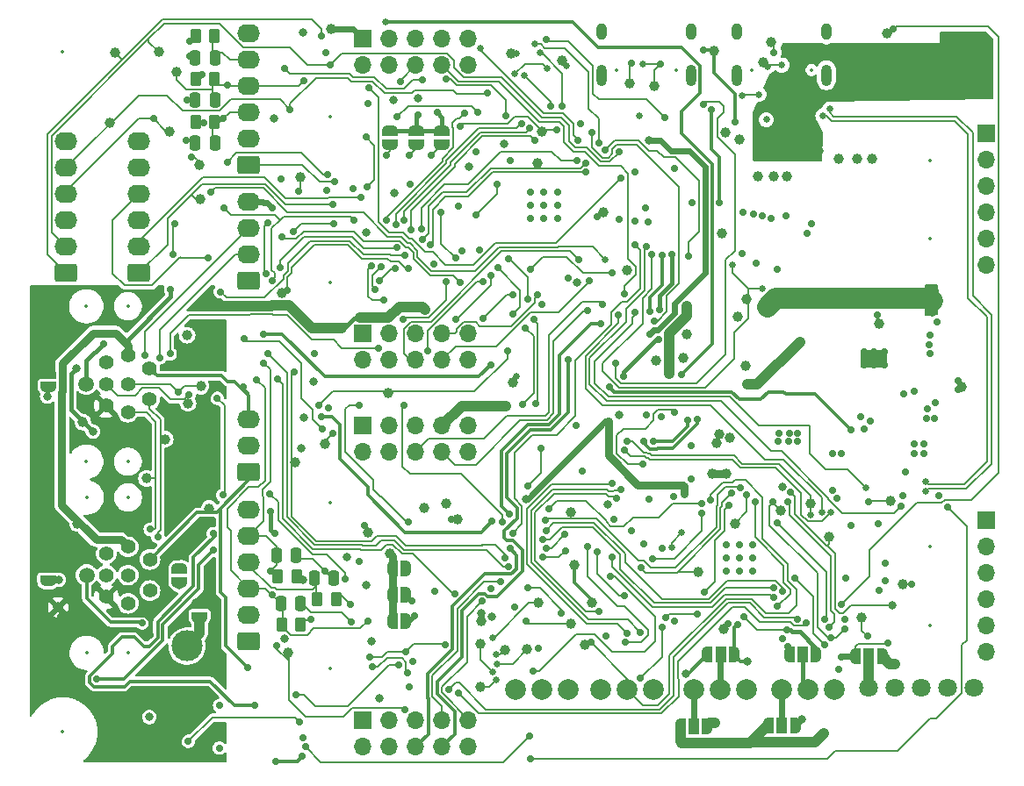
<source format=gbr>
%TF.GenerationSoftware,KiCad,Pcbnew,8.0.1*%
%TF.CreationDate,2024-08-04T17:14:23+01:00*%
%TF.ProjectId,RP2040_base,52503230-3430-45f6-9261-73652e6b6963,REV1.1*%
%TF.SameCoordinates,Original*%
%TF.FileFunction,Copper,L4,Bot*%
%TF.FilePolarity,Positive*%
%FSLAX46Y46*%
G04 Gerber Fmt 4.6, Leading zero omitted, Abs format (unit mm)*
G04 Created by KiCad (PCBNEW 8.0.1) date 2024-08-04 17:14:23*
%MOMM*%
%LPD*%
G01*
G04 APERTURE LIST*
G04 Aperture macros list*
%AMRoundRect*
0 Rectangle with rounded corners*
0 $1 Rounding radius*
0 $2 $3 $4 $5 $6 $7 $8 $9 X,Y pos of 4 corners*
0 Add a 4 corners polygon primitive as box body*
4,1,4,$2,$3,$4,$5,$6,$7,$8,$9,$2,$3,0*
0 Add four circle primitives for the rounded corners*
1,1,$1+$1,$2,$3*
1,1,$1+$1,$4,$5*
1,1,$1+$1,$6,$7*
1,1,$1+$1,$8,$9*
0 Add four rect primitives between the rounded corners*
20,1,$1+$1,$2,$3,$4,$5,0*
20,1,$1+$1,$4,$5,$6,$7,0*
20,1,$1+$1,$6,$7,$8,$9,0*
20,1,$1+$1,$8,$9,$2,$3,0*%
%AMFreePoly0*
4,1,19,0.500000,-0.750000,0.000000,-0.750000,0.000000,-0.744911,-0.071157,-0.744911,-0.207708,-0.704816,-0.327430,-0.627875,-0.420627,-0.520320,-0.479746,-0.390866,-0.500000,-0.250000,-0.500000,0.250000,-0.479746,0.390866,-0.420627,0.520320,-0.327430,0.627875,-0.207708,0.704816,-0.071157,0.744911,0.000000,0.744911,0.000000,0.750000,0.500000,0.750000,0.500000,-0.750000,0.500000,-0.750000,
$1*%
%AMFreePoly1*
4,1,19,0.000000,0.744911,0.071157,0.744911,0.207708,0.704816,0.327430,0.627875,0.420627,0.520320,0.479746,0.390866,0.500000,0.250000,0.500000,-0.250000,0.479746,-0.390866,0.420627,-0.520320,0.327430,-0.627875,0.207708,-0.704816,0.071157,-0.744911,0.000000,-0.744911,0.000000,-0.750000,-0.500000,-0.750000,-0.500000,0.750000,0.000000,0.750000,0.000000,0.744911,0.000000,0.744911,
$1*%
%AMFreePoly2*
4,1,19,0.550000,-0.750000,0.000000,-0.750000,0.000000,-0.744911,-0.071157,-0.744911,-0.207708,-0.704816,-0.327430,-0.627875,-0.420627,-0.520320,-0.479746,-0.390866,-0.500000,-0.250000,-0.500000,0.250000,-0.479746,0.390866,-0.420627,0.520320,-0.327430,0.627875,-0.207708,0.704816,-0.071157,0.744911,0.000000,0.744911,0.000000,0.750000,0.550000,0.750000,0.550000,-0.750000,0.550000,-0.750000,
$1*%
%AMFreePoly3*
4,1,19,0.000000,0.744911,0.071157,0.744911,0.207708,0.704816,0.327430,0.627875,0.420627,0.520320,0.479746,0.390866,0.500000,0.250000,0.500000,-0.250000,0.479746,-0.390866,0.420627,-0.520320,0.327430,-0.627875,0.207708,-0.704816,0.071157,-0.744911,0.000000,-0.744911,0.000000,-0.750000,-0.550000,-0.750000,-0.550000,0.750000,0.000000,0.750000,0.000000,0.744911,0.000000,0.744911,
$1*%
G04 Aperture macros list end*
%TA.AperFunction,ComponentPad*%
%ADD10C,0.700000*%
%TD*%
%TA.AperFunction,ComponentPad*%
%ADD11RoundRect,0.250000X0.845000X-0.620000X0.845000X0.620000X-0.845000X0.620000X-0.845000X-0.620000X0*%
%TD*%
%TA.AperFunction,ComponentPad*%
%ADD12O,2.190000X1.740000*%
%TD*%
%TA.AperFunction,ComponentPad*%
%ADD13C,2.000000*%
%TD*%
%TA.AperFunction,ComponentPad*%
%ADD14R,1.700000X1.700000*%
%TD*%
%TA.AperFunction,ComponentPad*%
%ADD15O,1.700000X1.700000*%
%TD*%
%TA.AperFunction,ComponentPad*%
%ADD16C,1.800000*%
%TD*%
%TA.AperFunction,ComponentPad*%
%ADD17C,1.400000*%
%TD*%
%TA.AperFunction,ComponentPad*%
%ADD18C,1.500000*%
%TD*%
%TA.AperFunction,ComponentPad*%
%ADD19O,1.000000X2.100000*%
%TD*%
%TA.AperFunction,ComponentPad*%
%ADD20O,1.000000X1.600000*%
%TD*%
%TA.AperFunction,ComponentPad*%
%ADD21C,3.000000*%
%TD*%
%TA.AperFunction,SMDPad,CuDef*%
%ADD22R,2.500000X1.800000*%
%TD*%
%TA.AperFunction,SMDPad,CuDef*%
%ADD23C,1.000000*%
%TD*%
%TA.AperFunction,SMDPad,CuDef*%
%ADD24RoundRect,0.250000X-0.250000X-0.475000X0.250000X-0.475000X0.250000X0.475000X-0.250000X0.475000X0*%
%TD*%
%TA.AperFunction,SMDPad,CuDef*%
%ADD25RoundRect,0.250000X0.262500X0.450000X-0.262500X0.450000X-0.262500X-0.450000X0.262500X-0.450000X0*%
%TD*%
%TA.AperFunction,SMDPad,CuDef*%
%ADD26FreePoly0,0.000000*%
%TD*%
%TA.AperFunction,SMDPad,CuDef*%
%ADD27FreePoly1,0.000000*%
%TD*%
%TA.AperFunction,SMDPad,CuDef*%
%ADD28FreePoly2,180.000000*%
%TD*%
%TA.AperFunction,SMDPad,CuDef*%
%ADD29R,1.000000X1.500000*%
%TD*%
%TA.AperFunction,SMDPad,CuDef*%
%ADD30FreePoly3,180.000000*%
%TD*%
%TA.AperFunction,SMDPad,CuDef*%
%ADD31RoundRect,0.250000X-0.262500X-0.450000X0.262500X-0.450000X0.262500X0.450000X-0.262500X0.450000X0*%
%TD*%
%TA.AperFunction,SMDPad,CuDef*%
%ADD32FreePoly0,270.000000*%
%TD*%
%TA.AperFunction,SMDPad,CuDef*%
%ADD33FreePoly1,270.000000*%
%TD*%
%TA.AperFunction,SMDPad,CuDef*%
%ADD34FreePoly2,0.000000*%
%TD*%
%TA.AperFunction,SMDPad,CuDef*%
%ADD35FreePoly3,0.000000*%
%TD*%
%TA.AperFunction,SMDPad,CuDef*%
%ADD36RoundRect,0.250000X0.250000X0.475000X-0.250000X0.475000X-0.250000X-0.475000X0.250000X-0.475000X0*%
%TD*%
%TA.AperFunction,SMDPad,CuDef*%
%ADD37FreePoly0,90.000000*%
%TD*%
%TA.AperFunction,SMDPad,CuDef*%
%ADD38FreePoly1,90.000000*%
%TD*%
%TA.AperFunction,ViaPad*%
%ADD39C,0.700000*%
%TD*%
%TA.AperFunction,ViaPad*%
%ADD40C,0.650000*%
%TD*%
%TA.AperFunction,ViaPad*%
%ADD41C,0.800000*%
%TD*%
%TA.AperFunction,ViaPad*%
%ADD42C,1.000000*%
%TD*%
%TA.AperFunction,Conductor*%
%ADD43C,0.200000*%
%TD*%
%TA.AperFunction,Conductor*%
%ADD44C,0.800000*%
%TD*%
%TA.AperFunction,Conductor*%
%ADD45C,0.400000*%
%TD*%
%TA.AperFunction,Conductor*%
%ADD46C,0.300000*%
%TD*%
%TA.AperFunction,Conductor*%
%ADD47C,1.000000*%
%TD*%
%TA.AperFunction,Conductor*%
%ADD48C,0.600000*%
%TD*%
%TA.AperFunction,Conductor*%
%ADD49C,2.000000*%
%TD*%
%ADD50C,0.300000*%
%ADD51C,0.250000*%
%ADD52C,0.350000*%
%ADD53O,0.600000X1.700000*%
%ADD54O,0.600000X1.200000*%
G04 APERTURE END LIST*
D10*
%TO.P,U15,57,GND*%
%TO.N,GND*%
X125325000Y-80565000D03*
X126600000Y-80565000D03*
X127875000Y-80565000D03*
X125325000Y-79290000D03*
X126600000Y-79290000D03*
X127875000Y-79290000D03*
X125325000Y-78015000D03*
X126600000Y-78015000D03*
X127875000Y-78015000D03*
%TD*%
D11*
%TO.P,J8,1,Pin_1*%
%TO.N,/ESTOP_SWITCH_OUT*%
X98140000Y-105000000D03*
D12*
%TO.P,J8,2,Pin_2*%
%TO.N,unconnected-(J8-Pin_2-Pad2)*%
X98140000Y-102460000D03*
%TO.P,J8,3,Pin_3*%
%TO.N,/ESTOP_SWITCH_IN*%
X98140000Y-99920000D03*
%TD*%
D10*
%TO.P,U19,57,GND*%
%TO.N,GND*%
X144169000Y-114541000D03*
X145444000Y-114541000D03*
X146719000Y-114541000D03*
X144169000Y-113266000D03*
X145444000Y-113266000D03*
X146719000Y-113266000D03*
X144169000Y-111991000D03*
X145444000Y-111991000D03*
X146719000Y-111991000D03*
%TD*%
D13*
%TO.P,J14,1,Pin_1*%
%TO.N,Net-(J14-Pin_1)*%
X149510000Y-126012000D03*
%TO.P,J14,2,Pin_2*%
%TO.N,Net-(J14-Pin_2)*%
X152050000Y-126012000D03*
%TO.P,J14,3,Pin_3*%
%TO.N,GND*%
X154590000Y-126012000D03*
%TD*%
D14*
%TO.P,U2,1,GND*%
%TO.N,GND*%
X109150000Y-100500000D03*
D15*
%TO.P,U2,2,Thermistor*%
%TO.N,/Bridge_TH_2*%
X109150000Y-103040000D03*
%TO.P,U2,3*%
%TO.N,N/C*%
X111690000Y-100500000D03*
%TO.P,U2,4,SENSE_B*%
%TO.N,unconnected-(U2-SENSE_B-Pad4)*%
X111690000Y-103040000D03*
%TO.P,U2,5,+12V*%
%TO.N,/12V_switched*%
X114230000Y-100500000D03*
%TO.P,U2,6,PWM_C_L\u005C*%
%TO.N,M2C_PWM_L\u005C*%
X114230000Y-103040000D03*
%TO.P,U2,7,+3V3*%
%TO.N,+3.3VA*%
X116770000Y-100500000D03*
%TO.P,U2,8,PWM_C_H*%
%TO.N,M2C_PWM_H*%
X116770000Y-103040000D03*
%TO.P,U2,9,SENSE_C*%
%TO.N,M2C_SENSE*%
X119310000Y-100500000D03*
%TO.P,U2,10,PHASE_C*%
%TO.N,unconnected-(U2-PHASE_C-Pad10)*%
X119310000Y-103040000D03*
D14*
%TO.P,U2,11,GND*%
%TO.N,GND*%
X109150000Y-128960000D03*
D15*
%TO.P,U2,12,VMOT*%
%TO.N,unconnected-(U2-VMOT-Pad12)*%
X109150000Y-131500000D03*
%TO.P,U2,13,PHASE_A*%
%TO.N,unconnected-(U2-PHASE_A-Pad13)*%
X111690000Y-128960000D03*
%TO.P,U2,14,VMOT*%
%TO.N,unconnected-(U2-VMOT-Pad14)*%
X111690000Y-131500000D03*
%TO.P,U2,15,PHASE_B*%
%TO.N,unconnected-(U2-PHASE_B-Pad15)*%
X114230000Y-128960000D03*
%TO.P,U2,16,PWM_A_H*%
%TO.N,M2A_PWM_H*%
X114230000Y-131500000D03*
%TO.P,U2,17,PWM_B_L\u005C*%
%TO.N,M2B_PWM_L\u005C*%
X116770000Y-128960000D03*
%TO.P,U2,18,PWM_A_L\u005C*%
%TO.N,M2A_PWM_L\u005C*%
X116770000Y-131500000D03*
%TO.P,U2,19,SENSE_A*%
%TO.N,M2A_SENSE*%
X119310000Y-128960000D03*
%TO.P,U2,20,PWM_B_H*%
%TO.N,M2B_PWM_H*%
X119310000Y-131500000D03*
D14*
%TO.P,U2,21,GND*%
%TO.N,GND*%
X169250000Y-109650000D03*
D15*
%TO.P,U2,22,GND*%
X169250000Y-112190000D03*
%TO.P,U2,23,VMOT*%
%TO.N,/VMOT_RAW*%
X169250000Y-114730000D03*
%TO.P,U2,24,VMOT*%
X169250000Y-117270000D03*
%TO.P,U2,25,GND*%
%TO.N,GND*%
X169250000Y-119810000D03*
%TO.P,U2,26,GND*%
X169250000Y-122350000D03*
%TD*%
D11*
%TO.P,J4,1,Pin_1*%
%TO.N,/TH_MOTOR2*%
X98140000Y-121300000D03*
D12*
%TO.P,J4,2,Pin_2*%
%TO.N,+3V3*%
X98140000Y-118760000D03*
%TO.P,J4,3,Pin_3*%
%TO.N,/ENC2_RX*%
X98140000Y-116220000D03*
%TO.P,J4,4,Pin_4*%
%TO.N,/ENC2_CS*%
X98140000Y-113680000D03*
%TO.P,J4,5,Pin_5*%
%TO.N,/ENC2_SCK*%
X98140000Y-111140000D03*
%TO.P,J4,6,Pin_6*%
%TO.N,GND*%
X98140000Y-108600000D03*
%TD*%
D11*
%TO.P,J11,1,Pin_1*%
%TO.N,+5V_ISO*%
X98140000Y-86547000D03*
D12*
%TO.P,J11,2,Pin_2*%
%TO.N,/CAN1_P*%
X98140000Y-84007000D03*
%TO.P,J11,3,Pin_3*%
%TO.N,/CAN1_N*%
X98140000Y-81467000D03*
%TO.P,J11,4,Pin_4*%
%TO.N,GND_ISO*%
X98140000Y-78927000D03*
%TD*%
D11*
%TO.P,J12,1,Pin_1*%
%TO.N,/SWCLK_2*%
X87528000Y-85814000D03*
D12*
%TO.P,J12,2,Pin_2*%
%TO.N,/SWD_2*%
X87528000Y-83274000D03*
%TO.P,J12,3,Pin_3*%
%TO.N,+3V3*%
X87528000Y-80734000D03*
%TO.P,J12,4,Pin_4*%
%TO.N,/RXI_2*%
X87528000Y-78194000D03*
%TO.P,J12,5,Pin_5*%
%TO.N,/TXO_2*%
X87528000Y-75654000D03*
%TO.P,J12,6,Pin_6*%
%TO.N,GND*%
X87528000Y-73114000D03*
%TD*%
D13*
%TO.P,J13,1,Pin_1*%
%TO.N,+3.3VA*%
X132100000Y-126012000D03*
%TO.P,J13,2,Pin_2*%
%TO.N,/ADC_AUX2*%
X134640000Y-126012000D03*
%TO.P,J13,3,Pin_3*%
%TO.N,GND*%
X137180000Y-126012000D03*
%TD*%
D16*
%TO.P,J15,1,Pin_1*%
%TO.N,/AUXV*%
X157920000Y-125862000D03*
%TO.P,J15,2,Pin_2*%
%TO.N,/AUX3_RX*%
X160460000Y-125862000D03*
%TO.P,J15,3,Pin_3*%
%TO.N,/AUX3_CSn*%
X163000000Y-125862000D03*
%TO.P,J15,4,Pin_4*%
%TO.N,/AUX3_SCK_SHIFTED*%
X165540000Y-125862000D03*
%TO.P,J15,5,Pin_5*%
%TO.N,GND*%
X168080000Y-125862000D03*
%TD*%
D11*
%TO.P,J5,1,Pin_1*%
%TO.N,/SWCLK*%
X80528000Y-85814000D03*
D12*
%TO.P,J5,2,Pin_2*%
%TO.N,/SWD*%
X80528000Y-83274000D03*
%TO.P,J5,3,Pin_3*%
%TO.N,+3V3*%
X80528000Y-80734000D03*
%TO.P,J5,4,Pin_4*%
%TO.N,/GPIO25*%
X80528000Y-78194000D03*
%TO.P,J5,5,Pin_5*%
%TO.N,/GPIO24*%
X80528000Y-75654000D03*
%TO.P,J5,6,Pin_6*%
%TO.N,GND*%
X80528000Y-73114000D03*
%TD*%
D17*
%TO.P,J17,1,Pin_1*%
%TO.N,/ESTOP_SWITCH_OUT*%
X88600000Y-113450000D03*
%TO.P,J17,2,Pin_2*%
%TO.N,/CAN1_P*%
X88600000Y-116450000D03*
%TO.P,J17,3,Pin_3*%
%TO.N,/CAN1_N*%
X86500000Y-117675000D03*
%TO.P,J17,4,Pin_4*%
%TO.N,GND_ISO*%
X84400000Y-117025000D03*
%TO.P,J17,5,Pin_5*%
%TO.N,/CAN0_P*%
X84400000Y-114950000D03*
%TO.P,J17,6,Pin_6*%
%TO.N,/ESTOP_SQUARE*%
X84400000Y-112875000D03*
%TO.P,J17,7,Pin_7*%
%TO.N,+5V_ISO*%
X86500000Y-112225000D03*
%TO.P,J17,8,Pin_8*%
%TO.N,/CAN0_N*%
X86500000Y-114950000D03*
D18*
%TO.P,J17,9,9*%
%TO.N,Net-(JP6-B)*%
X82500000Y-114950000D03*
%TD*%
D19*
%TO.P,J6,S1,SHIELD*%
%TO.N,GND*%
X153820000Y-66705000D03*
D20*
X153820000Y-62525000D03*
D19*
X145180000Y-66705000D03*
D20*
X145180000Y-62525000D03*
%TD*%
D21*
%TO.P,TP2,1,1*%
%TO.N,GND*%
X92175000Y-121800000D03*
%TD*%
D17*
%TO.P,J2,1,Pin_1*%
%TO.N,/ESTOP_SWITCH_IN*%
X88575000Y-95000000D03*
%TO.P,J2,2,Pin_2*%
%TO.N,/CAN1_P*%
X88575000Y-98000000D03*
%TO.P,J2,3,Pin_3*%
%TO.N,/CAN1_N*%
X86475000Y-99225000D03*
%TO.P,J2,4,Pin_4*%
%TO.N,GND_ISO*%
X84375000Y-98575000D03*
%TO.P,J2,5,Pin_5*%
%TO.N,/CAN0_P*%
X84375000Y-96500000D03*
%TO.P,J2,6,Pin_6*%
%TO.N,/ESTOP_SQUARE*%
X84375000Y-94425000D03*
%TO.P,J2,7,Pin_7*%
%TO.N,+5V_ISO*%
X86475000Y-93775000D03*
%TO.P,J2,8,Pin_8*%
%TO.N,/CAN0_N*%
X86475000Y-96500000D03*
D18*
%TO.P,J2,9,9*%
%TO.N,Net-(JP7-B)*%
X82475000Y-96500000D03*
%TD*%
D10*
%TO.P,U33,9,ILIM*%
%TO.N,Net-(R95-Pad1)*%
X157425000Y-94700000D03*
X158425000Y-94700000D03*
X159425000Y-94700000D03*
D22*
X158425000Y-94050000D03*
D10*
X157425000Y-93400000D03*
X158425000Y-93400000D03*
X159425000Y-93400000D03*
%TD*%
D13*
%TO.P,J10,1,Pin_1*%
%TO.N,Net-(J10-Pin_1)*%
X141010000Y-126012000D03*
%TO.P,J10,2,Pin_2*%
%TO.N,Net-(J10-Pin_2)*%
X143550000Y-126012000D03*
%TO.P,J10,3,Pin_3*%
%TO.N,GND*%
X146090000Y-126012000D03*
%TD*%
D11*
%TO.P,J3,1,Pin_1*%
%TO.N,/TH_MOTOR1*%
X98140000Y-75350000D03*
D12*
%TO.P,J3,2,Pin_2*%
%TO.N,+3V3*%
X98140000Y-72810000D03*
%TO.P,J3,3,Pin_3*%
%TO.N,/ENC1_RX*%
X98140000Y-70270000D03*
%TO.P,J3,4,Pin_4*%
%TO.N,/ENC1_CS*%
X98140000Y-67730000D03*
%TO.P,J3,5,Pin_5*%
%TO.N,/ENC1_SCK*%
X98140000Y-65190000D03*
%TO.P,J3,6,Pin_6*%
%TO.N,GND*%
X98140000Y-62650000D03*
%TD*%
D14*
%TO.P,U1,1,GND*%
%TO.N,GND*%
X109150000Y-63200000D03*
D15*
%TO.P,U1,2,Thermistor*%
%TO.N,/Bridge_TH_1*%
X109150000Y-65740000D03*
%TO.P,U1,3*%
%TO.N,N/C*%
X111690000Y-63200000D03*
%TO.P,U1,4,SENSE_B*%
%TO.N,unconnected-(U1-SENSE_B-Pad4)*%
X111690000Y-65740000D03*
%TO.P,U1,5,+12V*%
%TO.N,/12V_switched*%
X114230000Y-63200000D03*
%TO.P,U1,6,PWM_C_L\u005C*%
%TO.N,M1C_PWM_L\u005C*%
X114230000Y-65740000D03*
%TO.P,U1,7,+3V3*%
%TO.N,+3.3VA*%
X116770000Y-63200000D03*
%TO.P,U1,8,PWM_C_H*%
%TO.N,M1C_PWM_H*%
X116770000Y-65740000D03*
%TO.P,U1,9,SENSE_C*%
%TO.N,M1C_SENSE*%
X119310000Y-63200000D03*
%TO.P,U1,10,PHASE_C*%
%TO.N,unconnected-(U1-PHASE_C-Pad10)*%
X119310000Y-65740000D03*
D14*
%TO.P,U1,11,GND*%
%TO.N,GND*%
X109150000Y-91660000D03*
D15*
%TO.P,U1,12,VMOT*%
%TO.N,unconnected-(U1-VMOT-Pad12)*%
X109150000Y-94200000D03*
%TO.P,U1,13,PHASE_A*%
%TO.N,unconnected-(U1-PHASE_A-Pad13)*%
X111690000Y-91660000D03*
%TO.P,U1,14,VMOT*%
%TO.N,unconnected-(U1-VMOT-Pad14)*%
X111690000Y-94200000D03*
%TO.P,U1,15,PHASE_B*%
%TO.N,unconnected-(U1-PHASE_B-Pad15)*%
X114230000Y-91660000D03*
%TO.P,U1,16,PWM_A_H*%
%TO.N,M1A_PWM_H*%
X114230000Y-94200000D03*
%TO.P,U1,17,PWM_B_L\u005C*%
%TO.N,M1B_PWM_L\u005C*%
X116770000Y-91660000D03*
%TO.P,U1,18,PWM_A_L\u005C*%
%TO.N,M1A_PWM_L\u005C*%
X116770000Y-94200000D03*
%TO.P,U1,19,SENSE_A*%
%TO.N,M1A_SENSE*%
X119310000Y-91660000D03*
%TO.P,U1,20,PWM_B_H*%
%TO.N,M1B_PWM_H*%
X119310000Y-94200000D03*
D14*
%TO.P,U1,21,GND*%
%TO.N,GND*%
X169250000Y-72350000D03*
D15*
%TO.P,U1,22,GND*%
X169250000Y-74890000D03*
%TO.P,U1,23,VMOT*%
%TO.N,/VMOT_RAW*%
X169250000Y-77430000D03*
%TO.P,U1,24,VMOT*%
X169250000Y-79970000D03*
%TO.P,U1,25,GND*%
%TO.N,GND*%
X169250000Y-82510000D03*
%TO.P,U1,26,GND*%
X169250000Y-85050000D03*
%TD*%
D19*
%TO.P,J1,S1,SHIELD*%
%TO.N,GND*%
X140770000Y-66705000D03*
D20*
X140770000Y-62525000D03*
D19*
X132130000Y-66705000D03*
D20*
X132130000Y-62525000D03*
%TD*%
D13*
%TO.P,J9,1,Pin_1*%
%TO.N,+3.3VA*%
X123810000Y-126012000D03*
%TO.P,J9,2,Pin_2*%
%TO.N,/ADC_AUX1*%
X126350000Y-126012000D03*
%TO.P,J9,3,Pin_3*%
%TO.N,GND*%
X128890000Y-126012000D03*
%TD*%
D23*
%TO.P,TP25,1,1*%
%TO.N,/ENC2_RX*%
X101325000Y-87725000D03*
%TD*%
%TO.P,TP7,1,1*%
%TO.N,GND*%
X123425000Y-64575000D03*
%TD*%
%TO.P,TP63,1,1*%
%TO.N,/ESTOP_SWITCH_OUT*%
X94325000Y-108525000D03*
%TD*%
%TO.P,TP38,1,1*%
%TO.N,GND*%
X106085000Y-62275000D03*
%TD*%
%TO.P,TP11,1,1*%
%TO.N,/SWD*%
X89475000Y-64475000D03*
%TD*%
%TO.P,TP19,1,1*%
%TO.N,/ENC1_CS*%
X91175000Y-66425000D03*
%TD*%
%TO.P,TP13,1,1*%
%TO.N,/GPIO25*%
X90475000Y-72125000D03*
%TD*%
D24*
%TO.P,C5,1*%
%TO.N,GND*%
X92955000Y-65005000D03*
%TO.P,C5,2*%
%TO.N,/ENC1_SCK*%
X94855000Y-65005000D03*
%TD*%
D23*
%TO.P,TP4,1,1*%
%TO.N,/GPIO23_2*%
X144975000Y-109975000D03*
%TD*%
%TO.P,TP61,1,1*%
%TO.N,/ESTOP_SWITCH_IN*%
X111575000Y-97375000D03*
%TD*%
%TO.P,TP59,1,1*%
%TO.N,/ESTOP_SQUARE*%
X82125000Y-100175000D03*
%TD*%
%TO.P,TP8,1,1*%
%TO.N,/~{USB_BOOT_2}*%
X159675000Y-62675000D03*
%TD*%
%TO.P,TP55,1,1*%
%TO.N,Net-(U35-IO6)*%
X122800000Y-122150000D03*
%TD*%
D24*
%TO.P,C6,1*%
%TO.N,GND*%
X92955000Y-73265000D03*
%TO.P,C6,2*%
%TO.N,/ENC1_RX*%
X94855000Y-73265000D03*
%TD*%
D25*
%TO.P,R6,1,1*%
%TO.N,+3V3*%
X106567501Y-117294999D03*
%TO.P,R6,2,2*%
%TO.N,/ENC2_CS*%
X104742501Y-117294999D03*
%TD*%
D26*
%TO.P,JP4,1,A*%
%TO.N,GND*%
X111975000Y-119375000D03*
D27*
%TO.P,JP4,2,B*%
%TO.N,Net-(JP4-B)*%
X113275000Y-119375000D03*
%TD*%
D28*
%TO.P,JP3,1,A*%
%TO.N,+3V3*%
X142325000Y-129525000D03*
D29*
%TO.P,JP3,2,C*%
%TO.N,Net-(J10-Pin_1)*%
X141025000Y-129525000D03*
D30*
%TO.P,JP3,3,B*%
%TO.N,+12V*%
X139725000Y-129525000D03*
%TD*%
D23*
%TO.P,TP50,1,1*%
%TO.N,/CAN1_P*%
X90075000Y-101825000D03*
%TD*%
%TO.P,TP56,1,1*%
%TO.N,/CAN0_N*%
X93525000Y-96725000D03*
%TD*%
D31*
%TO.P,R4,1,1*%
%TO.N,+3V3*%
X92992500Y-71225000D03*
%TO.P,R4,2,2*%
%TO.N,/ENC1_RX*%
X94817500Y-71225000D03*
%TD*%
D32*
%TO.P,JP6,1,A*%
%TO.N,GND_ISO*%
X78790000Y-114225000D03*
D33*
%TO.P,JP6,2,B*%
%TO.N,Net-(JP6-B)*%
X78790000Y-115525000D03*
%TD*%
D23*
%TO.P,TP10,1,1*%
%TO.N,/SWCLK*%
X85275000Y-64525000D03*
%TD*%
%TO.P,TP40,1,1*%
%TO.N,VBUS2*%
X143025000Y-64325000D03*
%TD*%
%TO.P,TP45,1,1*%
%TO.N,GND*%
X129525000Y-113975000D03*
%TD*%
%TO.P,TP27,1,1*%
%TO.N,/TH_MOTOR2*%
X101925000Y-122475000D03*
%TD*%
D31*
%TO.P,R1,1,1*%
%TO.N,+3V3*%
X92992500Y-62945000D03*
%TO.P,R1,2,2*%
%TO.N,/ENC1_SCK*%
X94817500Y-62945000D03*
%TD*%
D23*
%TO.P,TP36,1,1*%
%TO.N,/AUX3_CSn*%
X149425000Y-108725000D03*
%TD*%
%TO.P,TP44,1,1*%
%TO.N,+5V_ISO*%
X81625000Y-109975000D03*
%TD*%
%TO.P,TP51,1,1*%
%TO.N,Net-(U35-IO5)*%
X124975000Y-122100000D03*
%TD*%
%TO.P,TP52,1,1*%
%TO.N,+12V*%
X143475000Y-101375000D03*
%TD*%
%TO.P,TP34,1,1*%
%TO.N,/AUXV*%
X157225000Y-119075000D03*
%TD*%
%TO.P,TP48,1,1*%
%TO.N,/ADC_AUX2*%
X130575000Y-121675000D03*
%TD*%
D34*
%TO.P,JP11,1,A*%
%TO.N,Net-(JP11-A)*%
X142325000Y-122640000D03*
D29*
%TO.P,JP11,2,C*%
%TO.N,Net-(J10-Pin_2)*%
X143625000Y-122640000D03*
D35*
%TO.P,JP11,3,B*%
%TO.N,/AUX1*%
X144925000Y-122640000D03*
%TD*%
D23*
%TO.P,TP24,1,1*%
%TO.N,/ENC2_CS*%
X125925000Y-75225000D03*
%TD*%
%TO.P,TP12,1,1*%
%TO.N,Net-(U35-IO3)*%
X120500000Y-125750000D03*
%TD*%
D24*
%TO.P,C7,1*%
%TO.N,GND*%
X92955000Y-69075000D03*
%TO.P,C7,2*%
%TO.N,/ENC1_CS*%
X94855000Y-69075000D03*
%TD*%
D36*
%TO.P,C10,1*%
%TO.N,GND*%
X102720002Y-113045000D03*
%TO.P,C10,2*%
%TO.N,/ENC2_SCK*%
X100820002Y-113045000D03*
%TD*%
D23*
%TO.P,TP60,1,1*%
%TO.N,/CAN0_P*%
X92275000Y-98375000D03*
%TD*%
%TO.P,TP57,1,1*%
%TO.N,Net-(U35-IO7)*%
X126075000Y-117625000D03*
%TD*%
D32*
%TO.P,JP7,1,A*%
%TO.N,GND_ISO*%
X78820000Y-95485000D03*
D33*
%TO.P,JP7,2,B*%
%TO.N,Net-(JP7-B)*%
X78820000Y-96785000D03*
%TD*%
D23*
%TO.P,TP6,1,1*%
%TO.N,GND*%
X132275000Y-79925000D03*
%TD*%
D37*
%TO.P,JP15,1,A*%
%TO.N,GND*%
X93375000Y-119024999D03*
D38*
%TO.P,JP15,2,B*%
%TO.N,GND_ISO*%
X93375000Y-117725001D03*
%TD*%
D23*
%TO.P,TP37,1,1*%
%TO.N,/AUX3_SCK_SHIFTED*%
X161225000Y-115875000D03*
%TD*%
D25*
%TO.P,R5,1,1*%
%TO.N,+3V3*%
X103117500Y-119734999D03*
%TO.P,R5,2,2*%
%TO.N,/ENC2_RX*%
X101292500Y-119734999D03*
%TD*%
D26*
%TO.P,JP1,1,A*%
%TO.N,GND*%
X111975000Y-114275000D03*
D27*
%TO.P,JP1,2,B*%
%TO.N,Net-(JP1-B)*%
X113275000Y-114275000D03*
%TD*%
D28*
%TO.P,JP13,1,A*%
%TO.N,+3V3*%
X150825000Y-129480000D03*
D29*
%TO.P,JP13,2,C*%
%TO.N,Net-(J14-Pin_1)*%
X149525000Y-129480000D03*
D30*
%TO.P,JP13,3,B*%
%TO.N,+12V*%
X148225000Y-129480000D03*
%TD*%
D32*
%TO.P,JP8,1,A*%
%TO.N,GND*%
X114275000Y-72075000D03*
D33*
%TO.P,JP8,2,B*%
%TO.N,Net-(JP8-B)*%
X114275000Y-73375000D03*
%TD*%
D23*
%TO.P,TP29,1,1*%
%TO.N,/SWD_2*%
X152275000Y-108075000D03*
%TD*%
%TO.P,TP39,1,1*%
%TO.N,/USB_D_2-*%
X148475000Y-63475000D03*
%TD*%
%TO.P,TP9,1,1*%
%TO.N,/5V_EN*%
X146125000Y-88325000D03*
%TD*%
D36*
%TO.P,C11,1*%
%TO.N,GND*%
X106355000Y-115205000D03*
%TO.P,C11,2*%
%TO.N,/ENC2_CS*%
X104455000Y-115205000D03*
%TD*%
D23*
%TO.P,TP23,1,1*%
%TO.N,/ENC2_SCK*%
X109625000Y-110875000D03*
%TD*%
%TO.P,TP14,1,1*%
%TO.N,/GPIO24*%
X84725000Y-71275000D03*
%TD*%
%TO.P,TP30,1,1*%
%TO.N,+3V3*%
X123575000Y-96325000D03*
%TD*%
%TO.P,TP5,1,1*%
%TO.N,/~{USB_BOOT}*%
X128375000Y-65325000D03*
%TD*%
D34*
%TO.P,JP12,1,A*%
%TO.N,Net-(JP12-A)*%
X150225000Y-122645000D03*
D29*
%TO.P,JP12,2,C*%
%TO.N,Net-(J14-Pin_2)*%
X151525000Y-122645000D03*
D35*
%TO.P,JP12,3,B*%
%TO.N,/AUX2*%
X152825000Y-122645000D03*
%TD*%
D23*
%TO.P,TP42,1,1*%
%TO.N,/USB_D-*%
X137225000Y-67775000D03*
%TD*%
%TO.P,TP21,1,1*%
%TO.N,GND*%
X118250000Y-109575000D03*
%TD*%
D34*
%TO.P,JP10,1,A*%
%TO.N,+3V3*%
X156625000Y-122775000D03*
D29*
%TO.P,JP10,2,C*%
%TO.N,/AUXV*%
X157925000Y-122775000D03*
D35*
%TO.P,JP10,3,B*%
%TO.N,+5V*%
X159225000Y-122775000D03*
%TD*%
D23*
%TO.P,TP41,1,1*%
%TO.N,/USB_D+*%
X134825000Y-67525000D03*
%TD*%
%TO.P,TP43,1,1*%
%TO.N,/USB_D_2+*%
X147725000Y-65475000D03*
%TD*%
D32*
%TO.P,JP2,1,A*%
%TO.N,GND*%
X116775000Y-72075000D03*
D33*
%TO.P,JP2,2,B*%
%TO.N,Net-(JP2-B)*%
X116775000Y-73375000D03*
%TD*%
D23*
%TO.P,TP17,1,1*%
%TO.N,+3V3*%
X142775000Y-105125000D03*
%TD*%
%TO.P,TP3,1,1*%
%TO.N,/GPIO17_2*%
X159975000Y-107825000D03*
%TD*%
%TO.P,TP49,1,1*%
%TO.N,Net-(U35-IO4)*%
X120500000Y-121575000D03*
%TD*%
%TO.P,TP35,1,1*%
%TO.N,/AUX3_RX*%
X154075000Y-111275000D03*
%TD*%
%TO.P,TP1,1,1*%
%TO.N,/GPIO5_2*%
X143925000Y-120175000D03*
%TD*%
%TO.P,TP47,1,1*%
%TO.N,/ADC_AUX1*%
X129175000Y-119625000D03*
%TD*%
%TO.P,TP46,1,1*%
%TO.N,+3V3*%
X120550000Y-119375000D03*
%TD*%
%TO.P,TP28,1,1*%
%TO.N,/SWCLK_2*%
X93475000Y-78625000D03*
%TD*%
D31*
%TO.P,R3,1,1*%
%TO.N,+3V3*%
X92992500Y-67035000D03*
%TO.P,R3,2,2*%
%TO.N,/ENC1_CS*%
X94817500Y-67035000D03*
%TD*%
D23*
%TO.P,TP26,1,1*%
%TO.N,+3V3*%
X93375000Y-75375000D03*
%TD*%
%TO.P,TP53,1,1*%
%TO.N,/CAN1_N*%
X88275000Y-105625000D03*
%TD*%
D36*
%TO.P,C9,1*%
%TO.N,GND*%
X103145001Y-117714999D03*
%TO.P,C9,2*%
%TO.N,/ENC2_RX*%
X101245001Y-117714999D03*
%TD*%
D23*
%TO.P,TP33,1,1*%
%TO.N,GND*%
X166825000Y-96775000D03*
%TD*%
D37*
%TO.P,JP14,1,A*%
%TO.N,+5V*%
X91425000Y-115624999D03*
D38*
%TO.P,JP14,2,B*%
%TO.N,+5V_ISO*%
X91425000Y-114325001D03*
%TD*%
D23*
%TO.P,TP15,1,1*%
%TO.N,GND*%
X105475000Y-102325000D03*
%TD*%
%TO.P,TP16,1,1*%
%TO.N,/TH_MOTOR1*%
X102625000Y-104075000D03*
%TD*%
%TO.P,TP54,1,1*%
%TO.N,GND_ISO*%
X79775000Y-118075000D03*
%TD*%
%TO.P,TP32,1,1*%
%TO.N,/TXO_2*%
X129175000Y-108925000D03*
%TD*%
D26*
%TO.P,JP5,1,A*%
%TO.N,GND*%
X111975000Y-116825000D03*
D27*
%TO.P,JP5,2,B*%
%TO.N,Net-(JP5-B)*%
X113275000Y-116825000D03*
%TD*%
D25*
%TO.P,R7,1,1*%
%TO.N,+3V3*%
X102767500Y-115055000D03*
%TO.P,R7,2,2*%
%TO.N,/ENC2_SCK*%
X100942500Y-115055000D03*
%TD*%
D23*
%TO.P,TP31,1,1*%
%TO.N,/RXI_2*%
X141475000Y-114675000D03*
%TD*%
%TO.P,TP58,1,1*%
%TO.N,Net-(U33-EN)*%
X158925000Y-90725000D03*
%TD*%
D32*
%TO.P,JP9,1,A*%
%TO.N,GND*%
X111725000Y-72075000D03*
D33*
%TO.P,JP9,2,B*%
%TO.N,Net-(JP9-B)*%
X111725000Y-73375000D03*
%TD*%
D23*
%TO.P,TP20,1,1*%
%TO.N,/ENC1_SCK*%
X126425000Y-72175000D03*
%TD*%
%TO.P,TP18,1,1*%
%TO.N,/ENC1_RX*%
X103125000Y-76575000D03*
%TD*%
D39*
%TO.N,GND*%
X140802523Y-105641389D03*
X128899994Y-86300000D03*
X163800000Y-91800000D03*
X116025000Y-116475000D03*
X159500000Y-115500000D03*
X139200000Y-119392002D03*
X117647164Y-109530719D03*
X149250000Y-101250000D03*
X154837673Y-107575100D03*
X95300000Y-131650000D03*
X166540000Y-96149999D03*
X92200000Y-69100000D03*
X145800000Y-79900000D03*
X155037164Y-124008000D03*
X133852600Y-80646180D03*
X162250000Y-102250000D03*
X136470370Y-99532045D03*
D40*
X148030000Y-71000000D03*
D39*
X158880765Y-116431116D03*
D41*
X101550000Y-121100000D03*
D39*
X163250000Y-102250000D03*
X151050075Y-101264280D03*
X155250000Y-103250000D03*
X133326305Y-109564820D03*
X104445142Y-93583611D03*
X140774072Y-102433389D03*
X105824263Y-98853560D03*
X151046000Y-102000000D03*
X129673472Y-100479231D03*
X147664579Y-80303609D03*
X164631212Y-107277573D03*
X116000000Y-84900000D03*
D40*
X123905002Y-64575000D03*
D39*
X139100000Y-107350000D03*
X106196000Y-101300000D03*
D40*
X135794069Y-70639755D03*
D39*
X105508517Y-114533517D03*
X126393496Y-88822522D03*
D41*
X149547383Y-106436218D03*
D39*
X161300000Y-97500000D03*
X162250000Y-103250000D03*
X155650000Y-115250000D03*
X113694037Y-77189645D03*
D42*
X131206632Y-117598892D03*
D39*
X145700000Y-83900000D03*
X113584302Y-125775656D03*
X163700000Y-92700000D03*
D42*
X156749998Y-74750000D03*
D39*
X107991568Y-119458428D03*
X92100000Y-73000000D03*
D42*
X146000000Y-94750000D03*
D39*
X156200000Y-110200000D03*
X154454000Y-103250000D03*
X118340813Y-79365969D03*
X136750000Y-107650000D03*
X108198974Y-77654663D03*
X101214614Y-76755550D03*
X118669072Y-83618999D03*
X136609972Y-80884848D03*
X150250000Y-101250000D03*
X149177889Y-102049702D03*
X140896000Y-79000000D03*
X158800000Y-110000000D03*
X139197617Y-75704000D03*
X126020041Y-121998045D03*
X130102166Y-71385373D03*
X149600000Y-121100000D03*
X159500000Y-113800000D03*
D41*
X119332945Y-75532945D03*
D39*
X150177888Y-102049702D03*
X92400000Y-64900000D03*
D42*
X111713955Y-112870000D03*
D39*
X95318579Y-127546000D03*
D41*
X109451119Y-115941991D03*
D39*
X148450000Y-80547322D03*
X163800000Y-93600000D03*
X109660914Y-69400148D03*
X135404000Y-80783072D03*
D42*
X92185433Y-91799998D03*
D39*
X108753279Y-113630209D03*
X155635055Y-119251450D03*
X161225071Y-107254232D03*
X113939748Y-123270704D03*
D42*
X144104000Y-72262500D03*
D39*
X146759347Y-80066061D03*
X149100000Y-85425500D03*
D42*
X158250000Y-74750000D03*
D39*
X162250000Y-97250000D03*
X121505872Y-116229000D03*
X135400000Y-76000000D03*
X105542000Y-64494985D03*
X116292168Y-70305401D03*
X103348604Y-130667251D03*
X166549999Y-97050000D03*
D42*
X145274710Y-90042000D03*
D39*
X136250000Y-111950000D03*
D42*
X145459300Y-72949816D03*
D39*
X149900000Y-80300000D03*
X136371487Y-79476848D03*
D42*
X155000000Y-74750000D03*
D39*
X131696000Y-80379140D03*
X154400000Y-106750000D03*
X114478429Y-70498549D03*
D41*
X122729509Y-73358001D03*
D39*
X130246000Y-104949383D03*
X123800000Y-118000000D03*
X147055570Y-84805570D03*
X163250001Y-103250000D03*
X164500000Y-90500000D03*
X161400000Y-105000000D03*
%TO.N,+3V3*%
X93650000Y-66650000D03*
D41*
X103402500Y-99747500D03*
X103217500Y-102682500D03*
D39*
X138008000Y-112396000D03*
D41*
X112100000Y-69100000D03*
X107629543Y-113191139D03*
D42*
X144208510Y-105150000D03*
D39*
X159715921Y-121496511D03*
D41*
X103353000Y-62603000D03*
D39*
X105674550Y-77816428D03*
D42*
X137404670Y-94267748D03*
D41*
X110000008Y-121299996D03*
X132704176Y-108145165D03*
X143050000Y-129250000D03*
D39*
X141371168Y-118754907D03*
X123354384Y-74981724D03*
D41*
X103355000Y-115404000D03*
D39*
X120341454Y-83564999D03*
D41*
X114440662Y-68915713D03*
X100600000Y-70900000D03*
D39*
X93750000Y-71300000D03*
D41*
X120575000Y-118666757D03*
D39*
X155273828Y-122855000D03*
D41*
X109487667Y-81887668D03*
D39*
X104100000Y-119230000D03*
D42*
X139980949Y-93972203D03*
D39*
X107962500Y-117787500D03*
X92600000Y-74600000D03*
D41*
X104345483Y-96306345D03*
D39*
X138342341Y-119042000D03*
D40*
X123900000Y-95800000D03*
D41*
X129809633Y-86693731D03*
X151450000Y-128850000D03*
D39*
X135000000Y-110650000D03*
X92400000Y-63400000D03*
D41*
X112137631Y-78070553D03*
D39*
%TO.N,+1V1*%
X120062477Y-80208636D03*
X122091147Y-77239995D03*
%TO.N,VMOT*%
X132880647Y-96819353D03*
X158050000Y-100050000D03*
X164250000Y-99800000D03*
X157150000Y-99650000D03*
X163550000Y-98900001D03*
X157450001Y-100850000D03*
D42*
X150045997Y-76449998D03*
D39*
X156150001Y-100950001D03*
D42*
X147250000Y-76450000D03*
D39*
X164350000Y-98300001D03*
D42*
X148750000Y-76450000D03*
D39*
X163494698Y-99850001D03*
%TO.N,/ENC2_SCK*%
X112409314Y-83352196D03*
X129745344Y-74981636D03*
X100250000Y-114550000D03*
X114752352Y-81536939D03*
X109275955Y-110191373D03*
X101138843Y-85247628D03*
X99544593Y-94465948D03*
D40*
%TO.N,/1V1_2*%
X138900000Y-112303001D03*
X139883327Y-110876505D03*
D39*
%TO.N,/ENC1_SCK*%
X118491996Y-71612396D03*
X127854000Y-71964104D03*
%TO.N,/ENC1_CS*%
X96045000Y-67650000D03*
X103446000Y-67203647D03*
D40*
X120462653Y-64087347D03*
D39*
X129900000Y-73000000D03*
%TO.N,/ENC1_RX*%
X95695000Y-70900000D03*
X112406231Y-70748534D03*
X131907795Y-73208616D03*
X120250000Y-70250000D03*
X102917861Y-77896001D03*
D40*
X125750000Y-63700000D03*
D42*
%TO.N,+12V*%
X144546000Y-101700000D03*
D39*
X148060000Y-89550000D03*
D42*
X117124998Y-108075000D03*
X143238391Y-102167140D03*
D39*
X147750000Y-88600000D03*
X148818912Y-88250002D03*
D41*
X153600000Y-130200000D03*
D39*
X163950000Y-89550000D03*
X164050000Y-88450000D03*
X164250000Y-87450000D03*
%TO.N,/ENC2_CS*%
X130630119Y-75152704D03*
X95100000Y-97900000D03*
X113206976Y-84106984D03*
X114856455Y-82533870D03*
X95637405Y-107237405D03*
X95400000Y-87600000D03*
%TO.N,/ENC2_RX*%
X101865806Y-87491095D03*
X100380225Y-116856592D03*
X130610829Y-76068650D03*
X109635890Y-119379000D03*
X113501037Y-85313456D03*
X115619456Y-83040501D03*
X98900000Y-96103582D03*
%TO.N,/CAN0_P*%
X92371232Y-97571232D03*
X103000000Y-129100000D03*
X92300000Y-131000000D03*
%TO.N,/CAN0_N*%
X91348620Y-97304000D03*
%TO.N,/ESTOP_SQUARE*%
X110650000Y-93050000D03*
D41*
X81500000Y-95000000D03*
X83100000Y-101100000D03*
D39*
X90550000Y-93600000D03*
%TO.N,/AUX2*%
X145871822Y-118999260D03*
X150025000Y-120225000D03*
D41*
%TO.N,/AUX1*%
X146200000Y-123250000D03*
D39*
X145240855Y-119705770D03*
%TO.N,/ESTOP_SWITCH_IN*%
X97600393Y-96805906D03*
X123065850Y-93294988D03*
X104900000Y-98600012D03*
%TO.N,/WS2812_SINK*%
X83500000Y-125000000D03*
X100650000Y-110950000D03*
X100250000Y-108800000D03*
X94691841Y-112558159D03*
%TO.N,/ADC_AUX2*%
X131100000Y-121450002D03*
X142642730Y-107737356D03*
%TO.N,/CAN1_P*%
X89600000Y-93950000D03*
X89371232Y-111271232D03*
%TO.N,/CAN1_N*%
X88150000Y-93700000D03*
X88628768Y-110528768D03*
%TO.N,M1C_PWM_H*%
X133189317Y-85807146D03*
X125257528Y-85436032D03*
X134347100Y-87841827D03*
%TO.N,M1C_PWM_L\u005C*%
X109423490Y-72655876D03*
X109553854Y-77509894D03*
X112750000Y-67350000D03*
X116682565Y-79903785D03*
X118053088Y-84347480D03*
%TO.N,/{slash}LED_EN*%
X107453997Y-115300449D03*
X97700000Y-92150000D03*
X90800000Y-84000000D03*
X94691841Y-110950000D03*
X99938707Y-80915685D03*
X99783156Y-85822495D03*
X98719354Y-127546000D03*
X100150000Y-107100000D03*
X91000000Y-81000000D03*
X105243369Y-100848985D03*
%TO.N,M2C_PWM_H*%
X130756986Y-89436465D03*
%TO.N,/ADC_AUX1*%
X142054453Y-116593311D03*
X144450730Y-108195246D03*
X135900000Y-124900000D03*
X137950000Y-119952000D03*
X124874307Y-119399742D03*
%TO.N,/USB_D+*%
X135020000Y-65520000D03*
%TO.N,M2C_PWM_L\u005C*%
X132226479Y-88796000D03*
D40*
%TO.N,/USB_D-*%
X136092272Y-65632019D03*
D39*
X137780000Y-65660000D03*
%TO.N,/TH_MOTOR1*%
X122856985Y-113298830D03*
X102488980Y-95355350D03*
X141804109Y-108064035D03*
X127100000Y-108525000D03*
X106372357Y-76992000D03*
%TO.N,/TH_MOTOR2*%
X100839000Y-121800018D03*
X132960290Y-115107527D03*
X125575000Y-124225000D03*
X113150000Y-127900000D03*
X137026305Y-113347431D03*
X141800060Y-108979247D03*
%TO.N,/SWCLK*%
X133984997Y-76637755D03*
X109747067Y-67946000D03*
X105100000Y-62950000D03*
%TO.N,/SWD*%
X106000000Y-65696000D03*
X133866243Y-74056543D03*
%TO.N,/GPIO25*%
X114850000Y-67166718D03*
X101604000Y-66079707D03*
X88950000Y-70900000D03*
X127253090Y-69692000D03*
D40*
X124675251Y-66689654D03*
D39*
%TO.N,/GPIO24*%
X121170825Y-68385999D03*
D40*
X126179000Y-64565008D03*
D39*
X102121487Y-70025481D03*
X128350695Y-69720623D03*
D40*
%TO.N,/USB_D_2+*%
X149517000Y-65729465D03*
X148159000Y-65856292D03*
D39*
%TO.N,/USB_D_2-*%
X148750000Y-64500000D03*
%TO.N,/ESTOP_SWITCH_OUT*%
X98000000Y-123900000D03*
D40*
%TO.N,/SWCLK_2*%
X154280766Y-108901889D03*
D39*
X134316281Y-102917400D03*
X106250000Y-79200000D03*
D40*
%TO.N,Net-(J6-CC2)*%
X147320000Y-68550000D03*
X145722661Y-68700289D03*
D39*
%TO.N,/SWD_2*%
X134576843Y-102035289D03*
X108950000Y-78500000D03*
D40*
X152331442Y-109109921D03*
D39*
%TO.N,/RXI_2*%
X125070001Y-116185915D03*
X128251977Y-118598023D03*
X102447246Y-81779000D03*
X135943146Y-114255487D03*
X100900000Y-96000000D03*
X118004367Y-116772001D03*
X94200000Y-84300000D03*
X144660724Y-107054000D03*
X106284004Y-81000000D03*
%TO.N,/TXO_2*%
X126756831Y-109672274D03*
X108303116Y-80700587D03*
X100375503Y-86500086D03*
X123137500Y-114154000D03*
X95700000Y-79500000D03*
X99965576Y-93577524D03*
X145500000Y-106499992D03*
%TO.N,/AUXV*%
X157785767Y-120861959D03*
D41*
%TO.N,/AUX3_RX*%
X160150000Y-117850000D03*
D39*
X150326700Y-106979511D03*
%TO.N,/AUX3_CSn*%
X155595714Y-120156206D03*
X148683136Y-107876353D03*
X154264897Y-120987530D03*
%TO.N,/AUX3_SCK_SHIFTED*%
X162050000Y-115800000D03*
%TO.N,/ID3*%
X109802797Y-122858000D03*
X117065536Y-121670426D03*
X113244698Y-122352478D03*
%TO.N,/ID2*%
X112581564Y-123625000D03*
X102700000Y-126500000D03*
%TO.N,/ID1*%
X113396132Y-124367656D03*
X110018465Y-123833161D03*
%TO.N,/QSPI_SS*%
X111397524Y-80686965D03*
D40*
X126868425Y-66028677D03*
D39*
X118950000Y-70400000D03*
D40*
X123790687Y-66566000D03*
%TO.N,/~{USB_BOOT}*%
X128756566Y-65821652D03*
D39*
%TO.N,/ESTOP_SWITCH_STATUS*%
X133796000Y-89865467D03*
D40*
X153377011Y-108880747D03*
D39*
%TO.N,/QSPI_SS_2*%
X131700000Y-112700000D03*
X134346149Y-116953600D03*
%TO.N,M2A_SENSE*%
X125700000Y-73000000D03*
X108775303Y-98549985D03*
X113750000Y-81650000D03*
X120602787Y-117474250D03*
X110738548Y-86558089D03*
X112255083Y-85381177D03*
X113550000Y-109800000D03*
%TO.N,M2C_SENSE*%
X125230909Y-71842203D03*
X113108693Y-80687350D03*
X110313837Y-87351579D03*
X110890806Y-85150089D03*
%TO.N,M1A_SENSE*%
X111153869Y-88425908D03*
X124412289Y-71352324D03*
X112324734Y-81154000D03*
X109957580Y-85104000D03*
%TO.N,/~{USB_BOOT_2}*%
X160250000Y-62250000D03*
X133146000Y-113196000D03*
X155298593Y-117782369D03*
X148707049Y-117144761D03*
D40*
%TO.N,/USB_DP_2*%
X153481801Y-70618199D03*
X163400000Y-105950000D03*
%TO.N,/USB_DN_2*%
X163400000Y-106850000D03*
X154118199Y-69981801D03*
%TO.N,/ESTOP*%
X157600000Y-106500000D03*
D39*
X132492110Y-73962735D03*
X135385781Y-89609826D03*
X140488563Y-84200000D03*
D40*
%TO.N,/5V_EN*%
X132500000Y-84479461D03*
D39*
X137011726Y-83986849D03*
D40*
X147600000Y-87300000D03*
X144800000Y-85000000D03*
D39*
X94500000Y-78000000D03*
%TO.N,Net-(U33-EN)*%
X158700000Y-89800000D03*
%TO.N,/GPIO5_2*%
X144325168Y-119619847D03*
%TO.N,/GPIO17_2*%
X157900000Y-107850000D03*
%TO.N,/GPIO23_2*%
X146140856Y-107230048D03*
D40*
%TO.N,/Bridge_TH_1*%
X111300000Y-61550000D03*
D39*
X139813354Y-95596000D03*
%TO.N,/AUX3_SCK*%
X146942298Y-107869364D03*
X149113919Y-117987552D03*
%TO.N,/ADC_CLK*%
X141354393Y-99954393D03*
X136191636Y-102000191D03*
X134598294Y-120551706D03*
X133140034Y-106092877D03*
%TO.N,/ADC_DATA*%
X140451005Y-99967380D03*
X131850000Y-118500000D03*
X137129873Y-102054180D03*
X133624477Y-107556820D03*
%TO.N,/ADC_CS1*%
X133990046Y-106675639D03*
X139153993Y-99226718D03*
X135900918Y-120451512D03*
X136126290Y-104275085D03*
%TO.N,/LED*%
X103592265Y-131533642D03*
X125183539Y-130454000D03*
X153634379Y-121638176D03*
X150752548Y-115239998D03*
%TO.N,Net-(D33-DIN)*%
X103313473Y-132446000D03*
X100750000Y-132950000D03*
%TO.N,M1C_SENSE*%
X117193780Y-67083019D03*
X122912978Y-70663389D03*
%TO.N,M1B_PWM_H*%
X123623994Y-87880543D03*
X120700000Y-90200000D03*
%TO.N,M1B_PWM_L\u005C*%
X125982882Y-87916236D03*
%TO.N,M2B_PWM_H*%
X161000000Y-108300006D03*
X165500000Y-108400000D03*
X125300000Y-132662000D03*
X136480983Y-83201462D03*
%TO.N,M2B_PWM_L\u005C*%
X135404000Y-83104000D03*
X122425000Y-115575000D03*
X123583495Y-110886688D03*
%TO.N,M1A_PWM_H*%
X129973546Y-84499057D03*
%TO.N,M1A_PWM_L\u005C*%
X130993276Y-86559334D03*
%TO.N,M2A_PWM_H*%
X137958039Y-84107728D03*
X132075173Y-90675179D03*
X136793781Y-89489317D03*
X123275000Y-109025000D03*
X123304340Y-112370658D03*
%TO.N,M2A_PWM_L\u005C*%
X134250359Y-95779269D03*
X137730331Y-89307670D03*
X128945219Y-94191389D03*
X138905940Y-84000000D03*
X137618359Y-92212637D03*
%TO.N,Net-(D45-K)*%
X142751623Y-70048376D03*
X143500000Y-79000000D03*
%TO.N,/GPIO0*%
X123167459Y-84404000D03*
X126786000Y-110637932D03*
X125631000Y-90300000D03*
X149564478Y-116539914D03*
X126313812Y-102700558D03*
X125831751Y-98404999D03*
X125031826Y-106381826D03*
X125009774Y-88347627D03*
D41*
%TO.N,+3.3VA*%
X121579648Y-118937503D03*
X133863492Y-99479000D03*
D39*
X137871000Y-99696191D03*
D42*
X138696014Y-95531731D03*
D39*
X140078248Y-107078248D03*
X132795376Y-100122620D03*
D42*
X134630445Y-85530446D03*
D41*
X124862541Y-107622509D03*
D42*
X122900000Y-98609000D03*
D39*
X132588135Y-120796920D03*
X120078129Y-74119007D03*
D42*
X140400000Y-89000000D03*
D41*
%TO.N,+5V*%
X91425000Y-115924999D03*
X110715857Y-126863276D03*
D42*
X140351352Y-91718203D03*
D39*
X151988287Y-81961713D03*
X152400000Y-81000000D03*
D42*
X160450000Y-123500000D03*
X143750000Y-82000022D03*
D41*
X88550000Y-128650000D03*
D39*
%TO.N,GND_ISO*%
X94950000Y-104650000D03*
X81000000Y-115800000D03*
X80000000Y-125000000D03*
X94400000Y-115500000D03*
X80800000Y-91250000D03*
X100400000Y-79543000D03*
X136805906Y-91673216D03*
D41*
X136750000Y-73000000D03*
D39*
X85200000Y-110000000D03*
D42*
X115167462Y-89297080D03*
D39*
X80000000Y-119000000D03*
X78000000Y-95000000D03*
D42*
X93600000Y-88800000D03*
D39*
X81900000Y-97800000D03*
X88150000Y-88400000D03*
X83600000Y-110000000D03*
X82000000Y-101800000D03*
X91028248Y-112871752D03*
X94950000Y-102500000D03*
X92000000Y-126000000D03*
X78000000Y-92000000D03*
X93000000Y-111000000D03*
D42*
X100382130Y-88901190D03*
D41*
X93700000Y-117600000D03*
D39*
X88650000Y-120750000D03*
X85000000Y-101000000D03*
X82400000Y-126500000D03*
X90900000Y-98900000D03*
X95000000Y-100000000D03*
X84650000Y-90100000D03*
X81000000Y-114000000D03*
X93050000Y-108050000D03*
X78000000Y-89000000D03*
D42*
X92300000Y-94550000D03*
D39*
X78900000Y-113600000D03*
X90000000Y-130154000D03*
%TO.N,/GPIO1*%
X117189280Y-86665976D03*
X113044906Y-90223140D03*
X126453686Y-111484368D03*
X113136628Y-98554000D03*
X148701048Y-116190778D03*
X122550000Y-109825000D03*
%TO.N,+5V_ISO_FILT*%
X99550000Y-91700000D03*
X121459612Y-94659612D03*
%TO.N,+5V_ISO*%
X90600000Y-87400000D03*
D41*
X91600000Y-114200000D03*
D39*
%TO.N,/VDC_CS*%
X118049998Y-90250000D03*
X121450000Y-86004000D03*
%TO.N,/VDC_CLK*%
X120736832Y-86637649D03*
X115399998Y-93300000D03*
%TO.N,VBUS2*%
X145000000Y-71250000D03*
X142000000Y-64250000D03*
%TO.N,Net-(JP6-B)*%
X87850000Y-119550000D03*
D41*
X79800000Y-115400000D03*
D39*
%TO.N,Net-(JP7-B)*%
X84150000Y-92604000D03*
D41*
X78700000Y-97700000D03*
D39*
%TO.N,/GPIO23*%
X137189626Y-90406267D03*
X131203995Y-72203995D03*
X124490725Y-98454000D03*
X124812468Y-91083910D03*
%TO.N,/RXD*%
X121575000Y-109775000D03*
X105155159Y-99648841D03*
%TO.N,Net-(R100-Pad2)*%
X133464179Y-94531429D03*
X118542212Y-86692212D03*
X101350000Y-82300000D03*
X122141872Y-85300000D03*
X123621349Y-89736022D03*
X141950004Y-69499996D03*
%TO.N,Net-(Q8-D)*%
X96071411Y-75071411D03*
X105704929Y-76310339D03*
X138250000Y-70750000D03*
X126830951Y-63261099D03*
D41*
%TO.N,Net-(JP11-A)*%
X140294313Y-124466906D03*
D39*
%TO.N,/SPI1_SCK_2*%
X128659933Y-112587035D03*
X126504000Y-113213837D03*
%TO.N,/SPI1_TX_2*%
X128608000Y-111004000D03*
X126786000Y-112331264D03*
%TO.N,Net-(JP9-B)*%
X111369350Y-74396000D03*
%TO.N,Net-(JP8-B)*%
X113600000Y-74425000D03*
%TO.N,Net-(JP2-B)*%
X115694594Y-74424340D03*
%TO.N,Net-(JP4-B)*%
X114122676Y-118895269D03*
%TO.N,Net-(JP5-B)*%
X113852216Y-117455456D03*
%TO.N,Net-(JP1-B)*%
X113194784Y-114301456D03*
%TO.N,/ADC_CS2*%
X130789999Y-112177798D03*
X134450000Y-121450000D03*
%TO.N,/SDA1*%
X153642415Y-119194004D03*
X151019118Y-119194000D03*
X117442530Y-125977583D03*
X149056748Y-109891068D03*
%TO.N,/SCL1*%
X151855520Y-119594002D03*
X150096000Y-107849064D03*
X118364961Y-126348395D03*
X154069352Y-119986298D03*
D42*
%TO.N,Net-(F1-Pad2)*%
X167450000Y-65500000D03*
X168850000Y-64300000D03*
X165800000Y-64550000D03*
X147534937Y-72783092D03*
X153100000Y-74000000D03*
X149172096Y-72636762D03*
D39*
%TO.N,Net-(JP12-A)*%
X150096974Y-121850348D03*
D40*
%TO.N,Net-(U35-IO3)*%
X121978464Y-125082068D03*
%TO.N,Net-(U35-IO4)*%
X121647710Y-124281220D03*
%TO.N,Net-(U35-IO5)*%
X122099998Y-123512975D03*
%TO.N,Net-(U35-IO6)*%
X121987794Y-122611115D03*
%TO.N,Net-(U35-IO7)*%
X121659350Y-120982896D03*
D42*
%TO.N,/12V_switched*%
X115031937Y-108444000D03*
X146224998Y-96562500D03*
X151275000Y-92450000D03*
%TD*%
D43*
%TO.N,GND*%
X93130000Y-69225000D02*
X92325000Y-69225000D01*
D44*
X111975000Y-116825000D02*
X111975000Y-119375000D01*
D45*
X114275000Y-72075000D02*
X116775000Y-72075000D01*
D44*
X111975000Y-114275000D02*
X111975000Y-116825000D01*
D46*
X129500000Y-115650000D02*
X129525000Y-115625000D01*
D43*
X92325000Y-69225000D02*
X92200000Y-69100000D01*
D45*
X111725000Y-72075000D02*
X114275000Y-72075000D01*
D43*
X103021073Y-113346071D02*
X104321071Y-113346071D01*
X93130000Y-65455000D02*
X92575000Y-64900000D01*
D45*
X114275000Y-72075000D02*
X114275000Y-70701978D01*
D46*
X131206632Y-117356632D02*
X129500000Y-115650000D01*
D43*
X105475000Y-102325000D02*
X105475000Y-102021000D01*
X105508517Y-114533517D02*
X106180000Y-115205000D01*
D45*
X116775000Y-70788233D02*
X116292168Y-70305401D01*
D43*
X104150000Y-118550000D02*
X107083140Y-118550000D01*
D44*
X111975000Y-113131045D02*
X111975000Y-116825000D01*
D43*
X105475000Y-102021000D02*
X106196000Y-101300000D01*
X92575000Y-64900000D02*
X92400000Y-64900000D01*
X93130000Y-72965000D02*
X92135000Y-72965000D01*
X102720002Y-113045000D02*
X103021073Y-113346071D01*
D46*
X153620000Y-62325000D02*
X153820000Y-62525000D01*
X129525000Y-115625000D02*
X129525000Y-113975000D01*
X131206632Y-117598892D02*
X131206632Y-117356632D01*
D43*
X103314999Y-117714999D02*
X104150000Y-118550000D01*
D47*
X93375000Y-119024999D02*
X93375000Y-120600000D01*
D43*
X104321071Y-113346071D02*
X105508517Y-114533517D01*
X92135000Y-72965000D02*
X92100000Y-73000000D01*
X107083140Y-118550000D02*
X107991568Y-119458428D01*
D45*
X116775000Y-72075000D02*
X116775000Y-70788233D01*
X109150000Y-128960000D02*
X108647556Y-129462444D01*
D48*
X106085000Y-62275000D02*
X108225000Y-62275000D01*
D45*
X114275000Y-70701978D02*
X114478429Y-70498549D01*
D43*
X102970001Y-117714999D02*
X103314999Y-117714999D01*
D48*
X108225000Y-62275000D02*
X109150000Y-63200000D01*
D47*
X93375000Y-120600000D02*
X92175000Y-121800000D01*
D44*
X111713955Y-112870000D02*
X111975000Y-113131045D01*
D43*
%TO.N,+3V3*%
X103030000Y-119334999D02*
X103995001Y-119334999D01*
X93080000Y-71160760D02*
X93080000Y-71225000D01*
X103995001Y-119334999D02*
X104100000Y-119230000D01*
D44*
X144183510Y-105125000D02*
X144208510Y-105150000D01*
D43*
X106230001Y-116844999D02*
X107019999Y-116844999D01*
D45*
X103355000Y-115404000D02*
X103006000Y-115055000D01*
D43*
X138841488Y-118754907D02*
X138629434Y-118754907D01*
D48*
X155353828Y-122775000D02*
X156625000Y-122775000D01*
X155273828Y-122855000D02*
X155353828Y-122775000D01*
D43*
X139491607Y-118688002D02*
X138908393Y-118688002D01*
D48*
X120575000Y-119350000D02*
X120575000Y-118666757D01*
D43*
X141371168Y-118754907D02*
X139558512Y-118754907D01*
X93425000Y-75125000D02*
X92900000Y-74600000D01*
X92900000Y-74600000D02*
X92600000Y-74600000D01*
X107019999Y-116844999D02*
X107962500Y-117787500D01*
X93650000Y-66915000D02*
X93650000Y-66650000D01*
X159715921Y-121496511D02*
X159658432Y-121554000D01*
X92992500Y-71225000D02*
X93675000Y-71225000D01*
X159658432Y-121554000D02*
X156896000Y-121554000D01*
D48*
X150825000Y-129475000D02*
X151450000Y-128850000D01*
D43*
X93068370Y-71149130D02*
X93080000Y-71160760D01*
X138908393Y-118688002D02*
X138841488Y-118754907D01*
X156896000Y-121554000D02*
X156625000Y-121825000D01*
X93675000Y-71225000D02*
X93750000Y-71300000D01*
X156625000Y-121825000D02*
X156625000Y-122775000D01*
X93080000Y-67485000D02*
X93650000Y-66915000D01*
D45*
X103006000Y-115055000D02*
X102767500Y-115055000D01*
D43*
X138629434Y-118754907D02*
X138342341Y-119042000D01*
D48*
X120550000Y-119375000D02*
X120575000Y-119350000D01*
D43*
X139558512Y-118754907D02*
X139491607Y-118688002D01*
D48*
X150825000Y-129480000D02*
X150825000Y-129475000D01*
D47*
X142325000Y-129525000D02*
X142600000Y-129250000D01*
D44*
X142775000Y-105125000D02*
X144183510Y-105125000D01*
D47*
X142600000Y-129250000D02*
X143050000Y-129250000D01*
D43*
%TO.N,+1V1*%
X122091147Y-78179966D02*
X120062477Y-80208636D01*
X122091147Y-77239995D02*
X122091147Y-78179966D01*
D46*
%TO.N,VMOT*%
X148192767Y-97300000D02*
X147492767Y-98000000D01*
X149886396Y-97500000D02*
X149686396Y-97300000D01*
X149686396Y-97300000D02*
X148192767Y-97300000D01*
X152700000Y-97500000D02*
X149886396Y-97500000D01*
X144700000Y-97300000D02*
X133361294Y-97300000D01*
X156150001Y-100950001D02*
X152700000Y-97500000D01*
X133361294Y-97300000D02*
X132880647Y-96819353D01*
X145400000Y-98000000D02*
X144700000Y-97300000D01*
X147492767Y-98000000D02*
X145400000Y-98000000D01*
D43*
%TO.N,/ENC2_SCK*%
X109231370Y-83400000D02*
X108131370Y-82300000D01*
X98140000Y-111140000D02*
X99785607Y-111140000D01*
X100208393Y-95129748D02*
X100208393Y-105896000D01*
X114752352Y-81536939D02*
X114752352Y-79516277D01*
X99785607Y-111140000D02*
X100854000Y-112208393D01*
X108131370Y-82300000D02*
X103468628Y-82300000D01*
X100854000Y-113946000D02*
X100250000Y-114550000D01*
X109375000Y-110625000D02*
X109375000Y-110290418D01*
X101138843Y-84629785D02*
X101138843Y-85247628D01*
X117018629Y-77250000D02*
X119279192Y-77250000D01*
X112361510Y-83400000D02*
X109231370Y-83400000D01*
X99446000Y-106658393D02*
X99446000Y-107315000D01*
X100208393Y-105896000D02*
X99446000Y-106658393D01*
X103468628Y-82300000D02*
X101138843Y-84629785D01*
X99550000Y-109730000D02*
X98140000Y-111140000D01*
X128213490Y-74981636D02*
X129745344Y-74981636D01*
X119279192Y-77250000D02*
X122417191Y-74112001D01*
X127343855Y-74112001D02*
X128213490Y-74981636D01*
X100755000Y-115055000D02*
X100250000Y-114550000D01*
X112409314Y-83352196D02*
X112361510Y-83400000D01*
X99544593Y-94465948D02*
X100208393Y-95129748D01*
X100942500Y-115055000D02*
X100755000Y-115055000D01*
X99446000Y-107315000D02*
X99550000Y-107419000D01*
X100854000Y-112208393D02*
X100854000Y-113946000D01*
X122417191Y-74112001D02*
X127343855Y-74112001D01*
X114752352Y-79516277D02*
X117018629Y-77250000D01*
X99550000Y-107419000D02*
X99550000Y-109730000D01*
X109375000Y-110290418D02*
X109275955Y-110191373D01*
%TO.N,/1V1_2*%
X138900000Y-111859832D02*
X139883327Y-110876505D01*
X138900000Y-112303001D02*
X138900000Y-111859832D01*
%TO.N,/ENC1_SCK*%
X95600000Y-64500000D02*
X94680000Y-64500000D01*
X127854000Y-71964104D02*
X126321500Y-71964104D01*
X126321500Y-71964104D02*
X125057396Y-70700000D01*
X94680000Y-65295000D02*
X94730000Y-65345000D01*
X94680000Y-63555000D02*
X94680000Y-64500000D01*
X96290000Y-65190000D02*
X95600000Y-64500000D01*
X123091607Y-71404000D02*
X118700392Y-71404000D01*
X125057396Y-70700000D02*
X123795607Y-70700000D01*
X94680000Y-64500000D02*
X94680000Y-65295000D01*
X123795607Y-70700000D02*
X123091607Y-71404000D01*
X98140000Y-65190000D02*
X96290000Y-65190000D01*
X118700392Y-71404000D02*
X118491996Y-71612396D01*
%TO.N,/ENC1_CS*%
X94680000Y-68300000D02*
X94680000Y-67535000D01*
X94680000Y-68050000D02*
X92100000Y-68050000D01*
X96045000Y-67650000D02*
X94895000Y-67650000D01*
X120462653Y-64312653D02*
X126546001Y-70396001D01*
X128422979Y-70396001D02*
X129400000Y-71373022D01*
X96125000Y-67730000D02*
X98140000Y-67730000D01*
X120462653Y-64087347D02*
X120462653Y-64312653D01*
X103446000Y-67203647D02*
X102919647Y-67730000D01*
X94895000Y-67650000D02*
X94730000Y-67485000D01*
X129400000Y-71373022D02*
X129400000Y-72500000D01*
X94680000Y-67535000D02*
X94730000Y-67485000D01*
X126546001Y-70396001D02*
X128422979Y-70396001D01*
X94680000Y-68300000D02*
X94680000Y-68050000D01*
X91175000Y-67125000D02*
X91175000Y-66425000D01*
X102919647Y-67730000D02*
X98140000Y-67730000D01*
X92100000Y-68050000D02*
X91175000Y-67125000D01*
X129400000Y-72500000D02*
X129900000Y-73000000D01*
X94680000Y-69225000D02*
X94680000Y-68300000D01*
%TO.N,/ENC1_RX*%
X95695000Y-70900000D02*
X96325000Y-70270000D01*
X95695000Y-70900000D02*
X94680000Y-71915000D01*
X94680000Y-71915000D02*
X94680000Y-72965000D01*
X113499364Y-69655401D02*
X119655401Y-69655401D01*
X131907795Y-70912188D02*
X131907795Y-73208616D01*
X125750000Y-63700000D02*
X126274244Y-63700000D01*
X103125000Y-76575000D02*
X103125000Y-77688862D01*
X130904000Y-66404000D02*
X130904000Y-69908393D01*
X126674244Y-64100000D02*
X128600000Y-64100000D01*
X126274244Y-63700000D02*
X126674244Y-64100000D01*
X128600000Y-64100000D02*
X130904000Y-66404000D01*
X112406231Y-70748534D02*
X113499364Y-69655401D01*
X119655401Y-69655401D02*
X120250000Y-70250000D01*
X130904000Y-69908393D02*
X131907795Y-70912188D01*
X96325000Y-70270000D02*
X98140000Y-70270000D01*
X103125000Y-77688862D02*
X102917861Y-77896001D01*
D47*
%TO.N,+12V*%
X139725000Y-130975000D02*
X139725000Y-129525000D01*
X152700000Y-131100000D02*
X153600000Y-130200000D01*
D49*
X164050000Y-88450000D02*
X163849999Y-88249999D01*
X148910000Y-88250000D02*
X148110000Y-89050000D01*
X160095836Y-88249999D02*
X148910000Y-88250000D01*
D47*
X146505000Y-131100000D02*
X152700000Y-131100000D01*
X147127500Y-130477500D02*
X146505000Y-131100000D01*
D44*
X147785715Y-89374286D02*
X148110000Y-89050000D01*
D47*
X147127500Y-130477500D02*
X146480000Y-131125000D01*
X146480000Y-131125000D02*
X139875000Y-131125000D01*
X148125000Y-129480000D02*
X147127500Y-130477500D01*
D44*
X164050000Y-87650000D02*
X164250000Y-87450000D01*
D47*
X139875000Y-131125000D02*
X139725000Y-130975000D01*
D44*
X164050000Y-88450000D02*
X164050000Y-87650000D01*
X163950000Y-89550000D02*
X163950001Y-88550000D01*
X163950001Y-88550000D02*
X164050000Y-88450000D01*
D47*
X148225000Y-129480000D02*
X148125000Y-129480000D01*
D49*
X163849999Y-88249999D02*
X160095836Y-88249999D01*
D43*
%TO.N,/ENC2_CS*%
X111707024Y-84000000D02*
X111814008Y-84106984D01*
X121453556Y-75668650D02*
X119122206Y-78000000D01*
X104280000Y-116350000D02*
X104630000Y-116000000D01*
X107865685Y-82700000D02*
X109165685Y-84000000D01*
X95800000Y-98600000D02*
X95800000Y-107074810D01*
X98140000Y-113680000D02*
X98140000Y-114040000D01*
X111814008Y-84106984D02*
X113206976Y-84106984D01*
X130607536Y-75152704D02*
X130091590Y-75668650D01*
X95800000Y-107074810D02*
X95637405Y-107237405D01*
X130630119Y-75152704D02*
X130607536Y-75152704D01*
X115456352Y-81933973D02*
X114856455Y-82533870D01*
X101900000Y-84834314D02*
X104034314Y-82700000D01*
X98140000Y-114040000D02*
X100306592Y-116206592D01*
X101465806Y-86329022D02*
X101465806Y-86068510D01*
X109165685Y-84000000D02*
X111707024Y-84000000D01*
X101900000Y-85634315D02*
X101900000Y-84834314D01*
X104630000Y-116000000D02*
X104630000Y-116795000D01*
X100306592Y-116206592D02*
X100649464Y-116206592D01*
X100649464Y-116206592D02*
X100792872Y-116350000D01*
X101465806Y-86068510D02*
X101900000Y-85634315D01*
X95954905Y-88154905D02*
X99639923Y-88154905D01*
X95400000Y-87600000D02*
X95954905Y-88154905D01*
X99639923Y-88154905D02*
X101465806Y-86329022D01*
X119122206Y-78000000D02*
X116834314Y-78000000D01*
X95100000Y-97900000D02*
X95800000Y-98600000D01*
X100792872Y-116350000D02*
X104280000Y-116350000D01*
X104630000Y-116795000D02*
X104580001Y-116844999D01*
X115456352Y-79377962D02*
X115456352Y-81933973D01*
X104034314Y-82700000D02*
X107865685Y-82700000D01*
X116834314Y-78000000D02*
X115456352Y-79377962D01*
X104630000Y-115205000D02*
X104630000Y-116000000D01*
X130091590Y-75668650D02*
X121453556Y-75668650D01*
%TO.N,/ENC2_RX*%
X111500000Y-84400000D02*
X111800000Y-84700000D01*
X96050000Y-108550000D02*
X98137292Y-106462708D01*
X104390001Y-120109999D02*
X108904891Y-120109999D01*
X109000000Y-84400000D02*
X111500000Y-84400000D01*
X115856352Y-79643648D02*
X115856352Y-82803605D01*
X113231806Y-85313456D02*
X113501037Y-85313456D01*
X102200000Y-120750000D02*
X103750000Y-120750000D01*
X130610829Y-76068650D02*
X121619242Y-76068650D01*
X101420001Y-119970001D02*
X102200000Y-120750000D01*
X96421000Y-114501000D02*
X96421000Y-110687579D01*
X101631901Y-87725000D02*
X101865806Y-87491095D01*
X121619242Y-76068650D02*
X119287891Y-78400000D01*
X101865806Y-86234195D02*
X102300000Y-85800000D01*
X99046000Y-106462708D02*
X99700000Y-105808708D01*
X102300000Y-85800000D02*
X102300000Y-85258578D01*
X104458578Y-83100000D02*
X107700000Y-83100000D01*
X101420001Y-117896368D02*
X101420001Y-119970001D01*
X99700000Y-105808708D02*
X99700000Y-96903582D01*
X102300000Y-85258578D02*
X104458578Y-83100000D01*
X107700000Y-83100000D02*
X109000000Y-84400000D01*
X112618350Y-84700000D02*
X113231806Y-85313456D01*
X117100000Y-78400000D02*
X115856352Y-79643648D01*
X98137292Y-106462708D02*
X99046000Y-106462708D01*
X101865806Y-87491095D02*
X101865806Y-86234195D01*
X98140000Y-116220000D02*
X96421000Y-114501000D01*
X111800000Y-84700000D02*
X112618350Y-84700000D01*
X99700000Y-96903582D02*
X98900000Y-96103582D01*
X115856352Y-82803605D02*
X115619456Y-83040501D01*
X96050000Y-110316579D02*
X96050000Y-108550000D01*
X96421000Y-110687579D02*
X96050000Y-110316579D01*
X108904891Y-120109999D02*
X109635890Y-119379000D01*
X99743633Y-116220000D02*
X101420001Y-117896368D01*
X98140000Y-116220000D02*
X99743633Y-116220000D01*
X101325000Y-87725000D02*
X101631901Y-87725000D01*
X103750000Y-120750000D02*
X104390001Y-120109999D01*
X119287891Y-78400000D02*
X117100000Y-78400000D01*
%TO.N,/CAN0_P*%
X103000000Y-129100000D02*
X102600000Y-128700000D01*
X90608000Y-98008000D02*
X89500000Y-96900000D01*
X92371232Y-97571232D02*
X91934464Y-98008000D01*
X89500000Y-96900000D02*
X87900000Y-96900000D01*
X85475000Y-97600000D02*
X84375000Y-96500000D01*
X87200000Y-97600000D02*
X85475000Y-97600000D01*
X91934464Y-98008000D02*
X90608000Y-98008000D01*
X102600000Y-128700000D02*
X94600000Y-128700000D01*
X87900000Y-96900000D02*
X87200000Y-97600000D01*
X94600000Y-128700000D02*
X92300000Y-131000000D01*
%TO.N,/CAN0_N*%
X91348620Y-97304000D02*
X91927620Y-96725000D01*
X91927620Y-96725000D02*
X93525000Y-96725000D01*
X86475000Y-96500000D02*
X90544620Y-96500000D01*
X90544620Y-96500000D02*
X91348620Y-97304000D01*
D45*
%TO.N,/ESTOP_SQUARE*%
X81500000Y-95000000D02*
X80996000Y-95504000D01*
D43*
X104237259Y-92250000D02*
X106300000Y-92250000D01*
X98327250Y-89754908D02*
X100360211Y-89754909D01*
X101859150Y-89871890D02*
X103187263Y-91200004D01*
D45*
X80996000Y-95504000D02*
X80996000Y-98996000D01*
D43*
X107100000Y-93050000D02*
X110650000Y-93050000D01*
X103187266Y-91200004D02*
X104237259Y-92250000D01*
X106300000Y-92250000D02*
X107100000Y-93050000D01*
X90550000Y-93600000D02*
X90550000Y-91662007D01*
X103187263Y-91200004D02*
X103187266Y-91200004D01*
X100477190Y-89871890D02*
X101859150Y-89871890D01*
X92341936Y-89870071D02*
X98212086Y-89870071D01*
D45*
X80996000Y-98996000D02*
X83100000Y-101100000D01*
D43*
X90550000Y-91662007D02*
X92341936Y-89870071D01*
X100360211Y-89754909D02*
X100477190Y-89871890D01*
X98212086Y-89870071D02*
X98327250Y-89754908D01*
D45*
%TO.N,/AUX2*%
X150520404Y-120398000D02*
X150347405Y-120225000D01*
X151248000Y-120398000D02*
X150520404Y-120398000D01*
X150347405Y-120225000D02*
X150025000Y-120225000D01*
X152825000Y-121975000D02*
X151248000Y-120398000D01*
X152825000Y-122645000D02*
X152825000Y-121975000D01*
D43*
X150025000Y-120225000D02*
X147097562Y-120225000D01*
X147097562Y-120225000D02*
X145871822Y-118999260D01*
D46*
%TO.N,/AUX1*%
X145535000Y-123250000D02*
X144925000Y-122640000D01*
X144925000Y-122640000D02*
X144925000Y-120021625D01*
X146200000Y-123250000D02*
X145535000Y-123250000D01*
X144925000Y-120021625D02*
X145240855Y-119705770D01*
D43*
%TO.N,/ESTOP_SWITCH_IN*%
X112609314Y-97225000D02*
X106275012Y-97225000D01*
X113040686Y-97225000D02*
X112990686Y-97175000D01*
X98140000Y-99920000D02*
X98140000Y-97345513D01*
D46*
X98140000Y-97662183D02*
X96727817Y-96250000D01*
D43*
X123065850Y-94034150D02*
X119875000Y-97225000D01*
X123065850Y-93294988D02*
X123065850Y-94034150D01*
D46*
X95522183Y-95700000D02*
X89275000Y-95700000D01*
D43*
X112659314Y-97175000D02*
X112609314Y-97225000D01*
X98140000Y-97345513D02*
X97600393Y-96805906D01*
D46*
X98140000Y-99920000D02*
X98140000Y-97662183D01*
X96727817Y-96250000D02*
X96072183Y-96250000D01*
X89275000Y-95700000D02*
X88575000Y-95000000D01*
D43*
X106275012Y-97225000D02*
X104900000Y-98600012D01*
X119875000Y-97225000D02*
X113040686Y-97225000D01*
D46*
X96072183Y-96250000D02*
X95522183Y-95700000D01*
D43*
X112990686Y-97175000D02*
X112659314Y-97175000D01*
D46*
%TO.N,/WS2812_SINK*%
X83500000Y-125000000D02*
X86097057Y-125000000D01*
X93300000Y-113950000D02*
X94691841Y-112558159D01*
D45*
X100250000Y-110550000D02*
X100650000Y-110950000D01*
X100250000Y-108800000D02*
X100250000Y-110550000D01*
D46*
X89850000Y-119750000D02*
X93300000Y-116300000D01*
X86097057Y-125000000D02*
X89850000Y-121247057D01*
X93300000Y-116300000D02*
X93300000Y-113950000D01*
X89850000Y-121247057D02*
X89850000Y-119750000D01*
D43*
%TO.N,/ADC_AUX2*%
X138676358Y-122723277D02*
X144153979Y-117245656D01*
X146594558Y-117245656D02*
X147985963Y-118637062D01*
X150201645Y-118637062D02*
X150954000Y-117884707D01*
X147985963Y-118637062D02*
X150201645Y-118637062D01*
X134640000Y-124990000D02*
X131100000Y-121450002D01*
X137599999Y-127500000D02*
X138676358Y-126423641D01*
X136128000Y-127500000D02*
X137599999Y-127500000D01*
X134640000Y-126012000D02*
X134640000Y-124990000D01*
X145050000Y-105750000D02*
X144796000Y-106004000D01*
X145995607Y-105750000D02*
X145050000Y-105750000D01*
X150954000Y-117884707D02*
X150954000Y-116368144D01*
X144796000Y-106004000D02*
X143815696Y-106004000D01*
X143815696Y-106004000D02*
X142642730Y-107176966D01*
X142642730Y-107176966D02*
X142642730Y-107737356D01*
X138676358Y-126423641D02*
X138676358Y-122723277D01*
X147659831Y-111446906D02*
X147659831Y-107414224D01*
X134640000Y-126012000D02*
X136128000Y-127500000D01*
X150954000Y-116368144D02*
X150096000Y-115510144D01*
X150096000Y-115510144D02*
X150096000Y-113883075D01*
X147659831Y-107414224D02*
X145995607Y-105750000D01*
X150096000Y-113883075D02*
X147659831Y-111446906D01*
X144153979Y-117245656D02*
X146594558Y-117245656D01*
%TO.N,/CAN1_P*%
X88575000Y-98906801D02*
X89613342Y-99945143D01*
X89371232Y-110846967D02*
X89371232Y-111271232D01*
X96845000Y-84007000D02*
X89600000Y-91252000D01*
X98140000Y-84007000D02*
X96845000Y-84007000D01*
X89613342Y-110604857D02*
X89371232Y-110846967D01*
X89600000Y-91252000D02*
X89600000Y-93950000D01*
X89613342Y-99945143D02*
X89613342Y-110604857D01*
X88575000Y-98000000D02*
X88575000Y-98906801D01*
%TO.N,/CAN1_N*%
X98140000Y-81467000D02*
X88150000Y-91457000D01*
X88275000Y-105625000D02*
X89138342Y-105625000D01*
X89138342Y-105625000D02*
X89163342Y-105600000D01*
X89053033Y-110528768D02*
X88628768Y-110528768D01*
X89163342Y-105600000D02*
X89163342Y-110418459D01*
X89163342Y-100131541D02*
X89163342Y-105600000D01*
X88150000Y-91457000D02*
X88150000Y-93700000D01*
X89163342Y-110418459D02*
X89053033Y-110528768D01*
X86475000Y-99225000D02*
X88256801Y-99225000D01*
X88256801Y-99225000D02*
X89163342Y-100131541D01*
%TO.N,M1C_PWM_H*%
X128504000Y-71608393D02*
X128091607Y-71196000D01*
X131869132Y-75466735D02*
X130506397Y-74104000D01*
X128794859Y-84249252D02*
X130352753Y-85807146D01*
X134347100Y-87841827D02*
X134347100Y-87021529D01*
X134347100Y-87021529D02*
X135450000Y-85918629D01*
X130506397Y-74104000D02*
X129442707Y-74104000D01*
X126119082Y-71196000D02*
X122213082Y-67290000D01*
X125257528Y-85436032D02*
X126444308Y-84249252D01*
X128091607Y-71196000D02*
X126119082Y-71196000D01*
X135450000Y-85918629D02*
X135450000Y-85168630D01*
X134700000Y-84418630D02*
X134700000Y-76200000D01*
X126444308Y-84249252D02*
X128794859Y-84249252D01*
X122213082Y-67290000D02*
X118320000Y-67290000D01*
X118320000Y-67290000D02*
X116770000Y-65740000D01*
X128504000Y-73165293D02*
X128504000Y-71608393D01*
X135450000Y-85168630D02*
X134700000Y-84418630D01*
X134700000Y-76200000D02*
X133966735Y-75466735D01*
X133966735Y-75466735D02*
X131869132Y-75466735D01*
X130352753Y-85807146D02*
X133189317Y-85807146D01*
X129442707Y-74104000D02*
X128504000Y-73165293D01*
%TO.N,M1C_PWM_L\u005C*%
X116682565Y-79903785D02*
X116682565Y-82976957D01*
X116682565Y-82976957D02*
X118053088Y-84347480D01*
X114230000Y-65740000D02*
X112750000Y-67220000D01*
X112750000Y-67220000D02*
X112750000Y-67350000D01*
X109553854Y-77509894D02*
X110254981Y-76808767D01*
X110254981Y-73487367D02*
X109423490Y-72655876D01*
X110254981Y-76808767D02*
X110254981Y-73487367D01*
D46*
%TO.N,/{slash}LED_EN*%
X86157107Y-125700000D02*
X86650000Y-125207107D01*
D43*
X99600000Y-81254392D02*
X99938707Y-80915685D01*
X97954000Y-92404000D02*
X97700000Y-92150000D01*
D46*
X94891841Y-111150000D02*
X92800000Y-113241841D01*
X89350000Y-121039950D02*
X88562927Y-121827023D01*
X82800000Y-125289950D02*
X83210050Y-125700000D01*
X88004000Y-121827023D02*
X87122977Y-120946000D01*
X92014910Y-116785090D02*
X89350000Y-119450000D01*
X94691841Y-110950000D02*
X94891841Y-111150000D01*
D43*
X103192980Y-97888587D02*
X103192980Y-94526662D01*
X104312316Y-99007923D02*
X103192980Y-97888587D01*
D46*
X92800000Y-113241841D02*
X92800000Y-116014588D01*
D43*
X105646071Y-112946071D02*
X104257215Y-112946071D01*
D46*
X92029498Y-116785090D02*
X92014910Y-116785090D01*
D43*
X104312316Y-99917932D02*
X104312316Y-99007923D01*
D46*
X96756050Y-127546000D02*
X98719354Y-127546000D01*
D43*
X104257215Y-112946071D02*
X100950000Y-109638856D01*
D46*
X84996000Y-122514050D02*
X82800000Y-124710050D01*
X85877023Y-120946000D02*
X84996000Y-121827023D01*
X89350000Y-119450000D02*
X89350000Y-121039950D01*
X92800000Y-116014588D02*
X92029498Y-116785090D01*
D43*
X90800000Y-81200000D02*
X91000000Y-81000000D01*
X99783156Y-85822495D02*
X99600000Y-85639339D01*
D46*
X83210050Y-125700000D02*
X86157107Y-125700000D01*
X86650000Y-125207107D02*
X94417157Y-125207107D01*
D43*
X107453997Y-115300449D02*
X107453997Y-114753997D01*
X100950000Y-107900000D02*
X100150000Y-107100000D01*
X100950000Y-109638856D02*
X100950000Y-107900000D01*
D46*
X84996000Y-121827023D02*
X84996000Y-122514050D01*
D43*
X105243369Y-100848985D02*
X104312316Y-99917932D01*
D46*
X82800000Y-124710050D02*
X82800000Y-125289950D01*
D43*
X107453997Y-114753997D02*
X105646071Y-112946071D01*
D46*
X94417157Y-125207107D02*
X96756050Y-127546000D01*
D43*
X103192980Y-94526662D02*
X101070318Y-92404000D01*
X90800000Y-84000000D02*
X90800000Y-81200000D01*
D46*
X87122977Y-120946000D02*
X85877023Y-120946000D01*
X88562927Y-121827023D02*
X88004000Y-121827023D01*
D43*
X101070318Y-92404000D02*
X97954000Y-92404000D01*
X99600000Y-85639339D02*
X99600000Y-81254392D01*
%TO.N,M2C_PWM_H*%
X126865686Y-100000000D02*
X127500000Y-99365686D01*
X127500000Y-99365686D02*
X127500000Y-92386000D01*
X118030000Y-104300000D02*
X120000000Y-104300000D01*
X120000000Y-104300000D02*
X124300000Y-100000000D01*
X116770000Y-103040000D02*
X118030000Y-104300000D01*
X127500000Y-92386000D02*
X130449535Y-89436465D01*
X130449535Y-89436465D02*
X130756986Y-89436465D01*
X124300000Y-100000000D02*
X126865686Y-100000000D01*
%TO.N,/ADC_AUX1*%
X129175000Y-119625000D02*
X125099565Y-119625000D01*
X137950000Y-122850000D02*
X135900000Y-124900000D01*
X144007440Y-108638536D02*
X144007440Y-110667634D01*
X144450730Y-108195246D02*
X144007440Y-108638536D01*
X144007440Y-110667634D02*
X143100000Y-111575074D01*
X125099565Y-119625000D02*
X124874307Y-119399742D01*
X137950000Y-119952000D02*
X137950000Y-122850000D01*
X143100000Y-115547764D02*
X142054453Y-116593311D01*
X143100000Y-111575074D02*
X143100000Y-115547764D01*
%TO.N,/USB_D+*%
X134825000Y-65715000D02*
X135020000Y-65520000D01*
X134825000Y-67525000D02*
X134825000Y-65715000D01*
%TO.N,M2C_PWM_L\u005C*%
X120819658Y-101800000D02*
X115470000Y-101800000D01*
X115470000Y-101800000D02*
X114230000Y-103040000D01*
X132022479Y-88592000D02*
X130298393Y-88592000D01*
X123019658Y-99600000D02*
X120819658Y-101800000D01*
X127100000Y-99200000D02*
X126700000Y-99600000D01*
X126700000Y-99600000D02*
X123019658Y-99600000D01*
X132226479Y-88796000D02*
X132022479Y-88592000D01*
X130298393Y-88592000D02*
X127100000Y-91790393D01*
X127100000Y-91790393D02*
X127100000Y-99200000D01*
%TO.N,/USB_D-*%
X136120253Y-65660000D02*
X136092272Y-65632019D01*
X137225000Y-67775000D02*
X137225000Y-66215000D01*
X137225000Y-66215000D02*
X137780000Y-65660000D01*
X137780000Y-65660000D02*
X136120253Y-65660000D01*
%TO.N,/TH_MOTOR1*%
X138985965Y-108064035D02*
X137650000Y-109400000D01*
X109268632Y-111650000D02*
X104658201Y-111650000D01*
X133137262Y-110275969D02*
X133130113Y-110268820D01*
X102292207Y-109284006D02*
X102292207Y-95552123D01*
X132622305Y-109856427D02*
X132622305Y-109761012D01*
X135154393Y-109400000D02*
X134278424Y-110275969D01*
X132622305Y-109761012D02*
X130661293Y-107800000D01*
X133034698Y-110268820D02*
X132622305Y-109856427D01*
X120700000Y-111993017D02*
X120593017Y-112100000D01*
X104658201Y-111650000D02*
X102292207Y-109284006D01*
X102292207Y-95552123D02*
X102488980Y-95355350D01*
X133130113Y-110268820D02*
X133034698Y-110268820D01*
X113265686Y-112100000D02*
X112365684Y-111200000D01*
X103295459Y-75350000D02*
X104937459Y-76992000D01*
X98140000Y-75350000D02*
X103295459Y-75350000D01*
X120593017Y-112100000D02*
X113265686Y-112100000D01*
X110431371Y-111200000D02*
X109956371Y-111675000D01*
X134278424Y-110275969D02*
X133137262Y-110275969D01*
X141804109Y-108064035D02*
X138985965Y-108064035D01*
X121931092Y-111993017D02*
X120700000Y-111993017D01*
X109293632Y-111675000D02*
X109268632Y-111650000D01*
X112365684Y-111200000D02*
X110431371Y-111200000D01*
X120518478Y-111993017D02*
X120700000Y-111993017D01*
X104937459Y-76992000D02*
X106372357Y-76992000D01*
X137650000Y-109400000D02*
X135154393Y-109400000D01*
X109956371Y-111675000D02*
X109293632Y-111675000D01*
X122856985Y-113298830D02*
X122856985Y-112918910D01*
X130661293Y-107800000D02*
X127825000Y-107800000D01*
X127825000Y-107800000D02*
X127100000Y-108525000D01*
X122856985Y-112918910D02*
X121931092Y-111993017D01*
%TO.N,/TH_MOTOR2*%
X113000000Y-127750000D02*
X113150000Y-127900000D01*
X100839000Y-122097348D02*
X100839000Y-121800018D01*
X107220000Y-128590000D02*
X108060000Y-127750000D01*
X101970826Y-123229174D02*
X101970826Y-126970826D01*
X141800060Y-110691234D02*
X139143863Y-113347431D01*
X137300000Y-121350000D02*
X136300000Y-122350000D01*
X101970826Y-126970826D02*
X103590000Y-128590000D01*
X129704000Y-120646000D02*
X126125000Y-124225000D01*
X101970826Y-123229174D02*
X100839000Y-122097348D01*
X139143863Y-113347431D02*
X137026305Y-113347431D01*
X133419314Y-115107527D02*
X137300000Y-118988213D01*
X141800060Y-108979247D02*
X141800060Y-110691234D01*
X126125000Y-124225000D02*
X125575000Y-124225000D01*
X136300000Y-122350000D02*
X133145607Y-122350000D01*
X103590000Y-128590000D02*
X107220000Y-128590000D01*
X108060000Y-127750000D02*
X113000000Y-127750000D01*
X132960290Y-115107527D02*
X133419314Y-115107527D01*
X137300000Y-118988213D02*
X137300000Y-121350000D01*
X133145607Y-122350000D02*
X131441607Y-120646000D01*
X101970826Y-122520826D02*
X101970826Y-123229174D01*
X101925000Y-122475000D02*
X101970826Y-122520826D01*
X131441607Y-120646000D02*
X129704000Y-120646000D01*
%TO.N,/SWCLK*%
X85917157Y-65167157D02*
X85917157Y-65217157D01*
X78733000Y-72401314D02*
X85917157Y-65217157D01*
X80528000Y-85814000D02*
X78733000Y-84019000D01*
X121925692Y-82900000D02*
X119817299Y-85008393D01*
X117104000Y-85008393D02*
X115872628Y-83777021D01*
X113822977Y-82496000D02*
X113622978Y-82496000D01*
X104204318Y-61310000D02*
X105100000Y-62205682D01*
X85917157Y-65217157D02*
X89824314Y-61310000D01*
X113622978Y-82496000D02*
X113022977Y-81896000D01*
X115872628Y-83777021D02*
X115103998Y-83777021D01*
X115103998Y-83777021D02*
X113822977Y-82496000D01*
X78733000Y-84019000D02*
X78733000Y-72401314D01*
X127722752Y-82900000D02*
X121925692Y-82900000D01*
X105100000Y-62205682D02*
X105100000Y-62950000D01*
X89824314Y-61310000D02*
X104204318Y-61310000D01*
X133984997Y-76637755D02*
X127722752Y-82900000D01*
X85275000Y-64525000D02*
X85917157Y-65167157D01*
X110675000Y-68873933D02*
X109747067Y-67946000D01*
X110675000Y-80883680D02*
X110675000Y-68873933D01*
X113022977Y-81896000D02*
X111687320Y-81896000D01*
X111687320Y-81896000D02*
X110675000Y-80883680D01*
X119817299Y-85008393D02*
X117104000Y-85008393D01*
%TO.N,/SWD*%
X122474314Y-66890000D02*
X126380314Y-70796000D01*
X126380314Y-70796000D02*
X128257293Y-70796000D01*
X133866243Y-74149895D02*
X133866243Y-74056543D01*
X128257293Y-70796000D02*
X129000000Y-71538707D01*
X133793457Y-74056543D02*
X133866243Y-74056543D01*
X102070000Y-64020000D02*
X103746000Y-65696000D01*
X80528000Y-83274000D02*
X79133000Y-81879000D01*
X129000000Y-73095607D02*
X129608393Y-73704000D01*
X79133000Y-81879000D02*
X79133000Y-72567000D01*
X97570000Y-64020000D02*
X102070000Y-64020000D01*
X107106000Y-64590000D02*
X117246346Y-64590000D01*
X106000000Y-65696000D02*
X107106000Y-64590000D01*
X117246346Y-64590000D02*
X117920000Y-65263654D01*
X129608393Y-73704000D02*
X130672083Y-73704000D01*
X88500000Y-63500000D02*
X88500000Y-63200000D01*
X88500000Y-63200000D02*
X89950000Y-61750000D01*
X89950000Y-61750000D02*
X95300000Y-61750000D01*
X89475000Y-64475000D02*
X88500000Y-63500000D01*
X117920000Y-65263654D02*
X117920000Y-65976346D01*
X132949403Y-75066735D02*
X133866243Y-74149895D01*
X118833654Y-66890000D02*
X122474314Y-66890000D01*
X117920000Y-65976346D02*
X118833654Y-66890000D01*
X132034818Y-75066735D02*
X132949403Y-75066735D01*
X129000000Y-71538707D02*
X129000000Y-73095607D01*
X95300000Y-61750000D02*
X97570000Y-64020000D01*
X130672083Y-73704000D02*
X132034818Y-75066735D01*
X103746000Y-65696000D02*
X106000000Y-65696000D01*
X79133000Y-72567000D02*
X88500000Y-63200000D01*
X133727763Y-74122237D02*
X133793457Y-74056543D01*
%TO.N,/GPIO25*%
X107849999Y-66550000D02*
X102074293Y-66550000D01*
X113132563Y-68000000D02*
X111362359Y-68000000D01*
X114850000Y-67166718D02*
X113965845Y-67166718D01*
X124675251Y-66689654D02*
X127253090Y-69267493D01*
X90475000Y-72125000D02*
X90175000Y-72125000D01*
X127253090Y-69267493D02*
X127253090Y-69692000D01*
X113965845Y-67166718D02*
X113132563Y-68000000D01*
X108189999Y-66890000D02*
X107849999Y-66550000D01*
X80528000Y-77922000D02*
X87550000Y-70900000D01*
X110252359Y-66890000D02*
X108189999Y-66890000D01*
X111362359Y-68000000D02*
X110252359Y-66890000D01*
X80528000Y-78194000D02*
X80528000Y-77922000D01*
X90175000Y-72125000D02*
X88950000Y-70900000D01*
X102074293Y-66550000D02*
X101604000Y-66079707D01*
X87550000Y-70900000D02*
X88950000Y-70900000D01*
%TO.N,/GPIO24*%
X102121487Y-69447399D02*
X104618886Y-66950000D01*
X111196674Y-68400000D02*
X113890057Y-68400000D01*
X113890057Y-68400000D02*
X114128344Y-68161713D01*
X126365008Y-64565008D02*
X128350695Y-66550695D01*
X96450000Y-69050000D02*
X101146006Y-69050000D01*
X110086674Y-67290000D02*
X111196674Y-68400000D01*
X90250000Y-68650000D02*
X91750000Y-70150000D01*
X95350000Y-70150000D02*
X96450000Y-69050000D01*
X128350695Y-66550695D02*
X128350695Y-69720623D01*
X117858766Y-68161713D02*
X118197053Y-68500000D01*
X80528000Y-75654000D02*
X87532000Y-68650000D01*
X102121487Y-70025481D02*
X102121487Y-69447399D01*
X87532000Y-68650000D02*
X90250000Y-68650000D01*
X104618886Y-66950000D02*
X107684314Y-66950000D01*
X118197053Y-68500000D02*
X121056824Y-68500000D01*
X126179000Y-64565008D02*
X126365008Y-64565008D01*
X121056824Y-68500000D02*
X121170825Y-68385999D01*
X107684314Y-66950000D02*
X108024314Y-67290000D01*
X101146006Y-69050000D02*
X102121487Y-70025481D01*
X114128344Y-68161713D02*
X117858766Y-68161713D01*
X91750000Y-70150000D02*
X95350000Y-70150000D01*
X108024314Y-67290000D02*
X110086674Y-67290000D01*
%TO.N,/USB_D_2+*%
X148159000Y-65856292D02*
X148285827Y-65729465D01*
X148285827Y-65729465D02*
X149517000Y-65729465D01*
%TO.N,/USB_D_2-*%
X148750000Y-64500000D02*
X148750000Y-63750000D01*
X148750000Y-63750000D02*
X148475000Y-63475000D01*
D46*
%TO.N,/ESTOP_SWITCH_OUT*%
X95041132Y-108900000D02*
X94800000Y-108900000D01*
X93150000Y-108900000D02*
X88600000Y-113450000D01*
X95391841Y-116565266D02*
X95391841Y-108549291D01*
X98140000Y-105801132D02*
X95391841Y-108549291D01*
X95900000Y-121800000D02*
X95900000Y-117073425D01*
X95900000Y-117073425D02*
X95391841Y-116565266D01*
X95041132Y-108900000D02*
X93150000Y-108900000D01*
X98140000Y-105000000D02*
X98140000Y-105801132D01*
X95391841Y-108549291D02*
X95041132Y-108900000D01*
X98000000Y-123900000D02*
X95900000Y-121800000D01*
D43*
%TO.N,/SWCLK_2*%
X90296000Y-80508392D02*
X92602196Y-78202196D01*
X148950000Y-104600000D02*
X145534314Y-104600000D01*
X151400000Y-107050000D02*
X148950000Y-104600000D01*
X144730315Y-103796001D02*
X136768843Y-103796000D01*
X136313513Y-103506219D02*
X134905100Y-103506219D01*
X92602196Y-78202196D02*
X93608786Y-77195606D01*
X151400000Y-109160252D02*
X151400000Y-107050000D01*
X93608786Y-77195606D02*
X99680314Y-77195606D01*
X136465473Y-103658180D02*
X136313513Y-103506219D01*
X136631023Y-103658180D02*
X136465473Y-103658180D01*
X154280766Y-108901889D02*
X153403655Y-109779000D01*
X152018748Y-109779000D02*
X151400000Y-109160252D01*
X99680314Y-77195606D02*
X101684708Y-79200000D01*
X93025000Y-78625000D02*
X92602196Y-78202196D01*
X87528000Y-85814000D02*
X90296000Y-83046000D01*
X93475000Y-78625000D02*
X93025000Y-78625000D01*
X134905100Y-103506219D02*
X134316281Y-102917400D01*
X145534314Y-104600000D02*
X144730315Y-103796001D01*
X90296000Y-83046000D02*
X90296000Y-80508392D01*
X153403655Y-109779000D02*
X152018748Y-109779000D01*
X136768843Y-103796000D02*
X136631023Y-103658180D01*
X101684708Y-79200000D02*
X106250000Y-79200000D01*
%TO.N,Net-(J6-CC2)*%
X147320000Y-68550000D02*
X145872950Y-68550000D01*
X145872950Y-68550000D02*
X145722661Y-68700289D01*
%TO.N,/SWD_2*%
X108950000Y-78500000D02*
X108946000Y-78496000D01*
X105758393Y-78596000D02*
X101696000Y-78596000D01*
X99620000Y-76520000D02*
X93718707Y-76520000D01*
X152331442Y-109109921D02*
X152331442Y-107281442D01*
X93718707Y-76520000D02*
X87528000Y-82710707D01*
X149250000Y-104200000D02*
X145700000Y-104200000D01*
X87528000Y-82710707D02*
X87528000Y-83274000D01*
X144896000Y-103396000D02*
X136934529Y-103396000D01*
X136205815Y-103106219D02*
X135134885Y-102035289D01*
X136796709Y-103258180D02*
X136631159Y-103258180D01*
X105858393Y-78496000D02*
X105758393Y-78596000D01*
X108946000Y-78496000D02*
X105858393Y-78496000D01*
X152331442Y-107281442D02*
X149250000Y-104200000D01*
X135134885Y-102035289D02*
X134576843Y-102035289D01*
X136631159Y-103258180D02*
X136479198Y-103106219D01*
X136479198Y-103106219D02*
X136205815Y-103106219D01*
X136934529Y-103396000D02*
X136796709Y-103258180D01*
X145700000Y-104200000D02*
X144896000Y-103396000D01*
X101696000Y-78596000D02*
X99620000Y-76520000D01*
%TO.N,/RXI_2*%
X126185915Y-116185915D02*
X128251977Y-118251977D01*
X101400000Y-96500000D02*
X100900000Y-96000000D01*
X112034314Y-112000000D02*
X111365686Y-112000000D01*
X104326830Y-112450000D02*
X101400000Y-109523170D01*
X125070001Y-116185915D02*
X126185915Y-116185915D01*
X143607440Y-108472851D02*
X143607440Y-110501949D01*
X91504000Y-84250000D02*
X91504000Y-84291607D01*
X136391659Y-114704000D02*
X135943146Y-114255487D01*
X118004367Y-116772001D02*
X117797001Y-116772001D01*
X139405389Y-114704000D02*
X136391659Y-114704000D01*
X85029000Y-80693000D02*
X87528000Y-78194000D01*
X139434389Y-114675000D02*
X139405389Y-114704000D01*
X101400000Y-109523170D02*
X101400000Y-96500000D01*
X111365686Y-112000000D02*
X110865686Y-112500000D01*
X108937258Y-112450000D02*
X104326830Y-112450000D01*
X108987258Y-112500000D02*
X108937258Y-112450000D01*
X106284004Y-81000000D02*
X103226246Y-81000000D01*
X141475000Y-114675000D02*
X139434389Y-114675000D01*
X143746730Y-107967994D02*
X143746730Y-108333561D01*
X91554000Y-84300000D02*
X91504000Y-84250000D01*
X128251977Y-118251977D02*
X128251977Y-118598023D01*
X86184000Y-86984000D02*
X85029000Y-85829000D01*
X110865686Y-112500000D02*
X108987258Y-112500000D01*
X94200000Y-84300000D02*
X91554000Y-84300000D01*
X103226246Y-81000000D02*
X102447246Y-81779000D01*
X144660724Y-107054000D02*
X143746730Y-107967994D01*
X91504000Y-84291607D02*
X88811607Y-86984000D01*
X143607440Y-110501949D02*
X139405389Y-114704000D01*
X113925000Y-112900000D02*
X112934315Y-112900000D01*
X112934315Y-112900000D02*
X112034314Y-112000000D01*
X88811607Y-86984000D02*
X86184000Y-86984000D01*
X143746730Y-108333561D02*
X143607440Y-108472851D01*
X117797001Y-116772001D02*
X113925000Y-112900000D01*
X85029000Y-85829000D02*
X85029000Y-80693000D01*
%TO.N,/TXO_2*%
X100635718Y-85790111D02*
X100350000Y-85504393D01*
X100375503Y-86500086D02*
X100635718Y-86239871D01*
X100670630Y-80200000D02*
X96400000Y-80200000D01*
X143304139Y-107200254D02*
X144100393Y-106404000D01*
X113100001Y-112500000D02*
X112199999Y-111600000D01*
X100350000Y-81500000D02*
X101160315Y-80689685D01*
X135698179Y-113551487D02*
X136234753Y-113551487D01*
X143207440Y-108307165D02*
X143304139Y-108210466D01*
X110900000Y-111600000D02*
X110425000Y-112075000D01*
X122683393Y-114154000D02*
X121029393Y-112500000D01*
X109102944Y-112050000D02*
X104492516Y-112050000D01*
X136234753Y-113551487D02*
X136883266Y-114200000D01*
X101160315Y-80689685D02*
X100670630Y-80200000D01*
X100350000Y-85504393D02*
X100350000Y-81500000D01*
X139300000Y-114200000D02*
X143207440Y-110292560D01*
X143207440Y-110292560D02*
X143207440Y-108307165D01*
X104492516Y-112050000D02*
X101800000Y-109357484D01*
X126756831Y-109672274D02*
X126929105Y-109500000D01*
X100635718Y-86239871D02*
X100635718Y-85790111D01*
X123137500Y-114154000D02*
X122683393Y-114154000D01*
X101504000Y-80346000D02*
X101160315Y-80689685D01*
X144100393Y-106404000D02*
X145404008Y-106404000D01*
X121029393Y-112500000D02*
X113100001Y-112500000D01*
X108303116Y-80700587D02*
X107948529Y-80346000D01*
X101800000Y-109357484D02*
X101800000Y-95411948D01*
X107948529Y-80346000D02*
X101504000Y-80346000D01*
X143304139Y-108210466D02*
X143304139Y-107200254D01*
X101800000Y-95411948D02*
X99965576Y-93577524D01*
X145404008Y-106404000D02*
X145500000Y-106499992D01*
X110425000Y-112075000D02*
X109127943Y-112075000D01*
X131646692Y-109500000D02*
X135698179Y-113551487D01*
X109127943Y-112075000D02*
X109102944Y-112050000D01*
X112199999Y-111600000D02*
X110900000Y-111600000D01*
X136883266Y-114200000D02*
X139300000Y-114200000D01*
X126929105Y-109500000D02*
X131646692Y-109500000D01*
X96400000Y-80200000D02*
X95700000Y-79500000D01*
D47*
%TO.N,/AUXV*%
X157925000Y-122775000D02*
X157920000Y-122780000D01*
X157920000Y-122780000D02*
X157920000Y-125862000D01*
D43*
X157785767Y-120861959D02*
X157225000Y-120301192D01*
X157225000Y-120301192D02*
X157225000Y-119075000D01*
%TO.N,/AUX3_RX*%
X154630966Y-118180966D02*
X154630966Y-112881660D01*
X150746000Y-109071937D02*
X153799410Y-112125347D01*
X154630966Y-112881660D02*
X153874653Y-112125347D01*
X156150201Y-117850000D02*
X155400201Y-118600000D01*
X153799410Y-112125347D02*
X153874653Y-112125347D01*
X155050000Y-118600000D02*
X154630966Y-118180966D01*
X154075000Y-111925000D02*
X153874653Y-112125347D01*
X160150000Y-117850000D02*
X156150201Y-117850000D01*
X150326700Y-106979511D02*
X150746000Y-107398811D01*
X154075000Y-111275000D02*
X154075000Y-111925000D01*
X150746000Y-107398811D02*
X150746000Y-109071937D01*
X155400201Y-118600000D02*
X155050000Y-118600000D01*
%TO.N,/AUX3_CSn*%
X148683136Y-107983136D02*
X149425000Y-108725000D01*
X154764390Y-120987530D02*
X154264897Y-120987530D01*
X148301001Y-110130928D02*
X152938415Y-114768342D01*
X148301001Y-108258488D02*
X148301001Y-110130928D01*
X148683136Y-107876353D02*
X148301001Y-108258488D01*
X148683136Y-107876353D02*
X148683136Y-107983136D01*
X152938415Y-119949963D02*
X153975982Y-120987530D01*
X155595714Y-120156206D02*
X154764390Y-120987530D01*
X152938415Y-114768342D02*
X152938415Y-119949963D01*
X153975982Y-120987530D02*
X154264897Y-120987530D01*
%TO.N,/AUX3_SCK_SHIFTED*%
X162050000Y-115800000D02*
X161300000Y-115800000D01*
X161300000Y-115800000D02*
X161225000Y-115875000D01*
%TO.N,/ID3*%
X110999004Y-122858000D02*
X109802797Y-122858000D01*
X113244698Y-122352478D02*
X114022176Y-121575000D01*
X111504526Y-122352478D02*
X110999004Y-122858000D01*
X114022176Y-121575000D02*
X116970110Y-121575000D01*
X116970110Y-121575000D02*
X117065536Y-121670426D01*
X113244698Y-122352478D02*
X111504526Y-122352478D01*
%TO.N,/ID2*%
X104542729Y-127584528D02*
X107659787Y-127584528D01*
X111619315Y-123625000D02*
X112581564Y-123625000D01*
X103458201Y-126500000D02*
X104542729Y-127584528D01*
X102700000Y-126500000D02*
X103458201Y-126500000D01*
X107659787Y-127584528D02*
X111619315Y-123625000D01*
%TO.N,/ID1*%
X111472688Y-122950000D02*
X112902171Y-122950000D01*
X113285564Y-123333393D02*
X113285564Y-124257088D01*
X112902171Y-122950000D02*
X113285564Y-123333393D01*
X110018465Y-123833161D02*
X110589527Y-123833161D01*
X110589527Y-123833161D02*
X111472688Y-122950000D01*
X113285564Y-124257088D02*
X113396132Y-124367656D01*
%TO.N,/QSPI_SS*%
X123790687Y-66566000D02*
X124756687Y-65600000D01*
X118200389Y-70908396D02*
X118441604Y-70908396D01*
X124756687Y-65600000D02*
X126439748Y-65600000D01*
X118441604Y-70908396D02*
X118950000Y-70400000D01*
X117787996Y-71701172D02*
X117787996Y-71320789D01*
X116795993Y-75008400D02*
X116795993Y-74740828D01*
X111397524Y-80406869D02*
X116795993Y-75008400D01*
X116795993Y-74740828D02*
X117825000Y-73711821D01*
X117825000Y-71738176D02*
X117787996Y-71701172D01*
X117825000Y-73711821D02*
X117825000Y-71738176D01*
X117787996Y-71320789D02*
X118200389Y-70908396D01*
X126439748Y-65600000D02*
X126868425Y-66028677D01*
X111397524Y-80686965D02*
X111397524Y-80406869D01*
%TO.N,/~{USB_BOOT}*%
X128375000Y-65325000D02*
X128375000Y-65440086D01*
X128375000Y-65440086D02*
X128756566Y-65821652D01*
%TO.N,/ESTOP_SWITCH_STATUS*%
X130600000Y-96931637D02*
X132218363Y-98550000D01*
X147918629Y-103800000D02*
X149700000Y-103800000D01*
X130600000Y-93834314D02*
X130600000Y-96931637D01*
X133796000Y-89865467D02*
X133796000Y-90638314D01*
X153377011Y-107477011D02*
X153377011Y-108880747D01*
X149700000Y-103800000D02*
X153377011Y-107477011D01*
X133796000Y-90638314D02*
X130600000Y-93834314D01*
X132218363Y-98550000D02*
X142668629Y-98550000D01*
X142668629Y-98550000D02*
X147918629Y-103800000D01*
%TO.N,/QSPI_SS_2*%
X133853600Y-116953600D02*
X131700000Y-114800000D01*
X131700000Y-114800000D02*
X131700000Y-112700000D01*
X134346149Y-116953600D02*
X133853600Y-116953600D01*
%TO.N,M2A_SENSE*%
X117995993Y-75527838D02*
X117995993Y-75237886D01*
X108775303Y-98549985D02*
X107838330Y-98549985D01*
X119150000Y-118927037D02*
X120602787Y-117474250D01*
X113363459Y-109800000D02*
X110913459Y-107350000D01*
X116738530Y-125755399D02*
X119150000Y-123343929D01*
X113750000Y-81650000D02*
X113758693Y-81641307D01*
X110805761Y-107350000D02*
X110140000Y-106684239D01*
X119150000Y-123343929D02*
X119150000Y-118927037D01*
X107450000Y-98938315D02*
X107450000Y-102944376D01*
X112255083Y-85381177D02*
X111915460Y-85381177D01*
X110140000Y-106684239D02*
X110140000Y-105740000D01*
X110913459Y-107350000D02*
X110805761Y-107350000D01*
X110140000Y-105740000D02*
X107450000Y-103050000D01*
X117995993Y-75237886D02*
X120629877Y-72604002D01*
X125304002Y-72604002D02*
X125700000Y-73000000D01*
X107838330Y-98549985D02*
X107450000Y-98938315D01*
X113550000Y-109800000D02*
X113363459Y-109800000D01*
X113758693Y-81641307D02*
X113758693Y-79765138D01*
X119310000Y-128960000D02*
X119310000Y-128840660D01*
X113758693Y-79765138D02*
X117995993Y-75527838D01*
X120629877Y-72604002D02*
X125304002Y-72604002D01*
X119310000Y-128840660D02*
X116738530Y-126269190D01*
X111915460Y-85381177D02*
X110738548Y-86558089D01*
X107450000Y-103050000D02*
X107450000Y-102944376D01*
X116738530Y-126269190D02*
X116738530Y-125755399D01*
%TO.N,M2C_SENSE*%
X117595993Y-75072201D02*
X120464194Y-72204000D01*
X117595993Y-75362154D02*
X117595993Y-75072201D01*
X110050000Y-85990895D02*
X110890806Y-85150089D01*
X110050000Y-87087742D02*
X110050000Y-85990895D01*
X120464194Y-72204000D02*
X124869112Y-72204000D01*
X113108693Y-80687350D02*
X113108693Y-79849454D01*
X113108693Y-79849454D02*
X117595993Y-75362154D01*
X124869112Y-72204000D02*
X125230909Y-71842203D01*
X110313837Y-87351579D02*
X110050000Y-87087742D01*
%TO.N,M1A_SENSE*%
X109650000Y-85411580D02*
X109957580Y-85104000D01*
X120298509Y-71804000D02*
X123960613Y-71804000D01*
X117195993Y-74906516D02*
X120298509Y-71804000D01*
X111153869Y-88425908D02*
X110034257Y-88425908D01*
X117195993Y-75196468D02*
X117195993Y-74906516D01*
X112324734Y-80067727D02*
X117195993Y-75196468D01*
X110034257Y-88425908D02*
X109650000Y-88041651D01*
X109650000Y-88041651D02*
X109650000Y-85411580D01*
X123960613Y-71804000D02*
X124412289Y-71352324D01*
X112324734Y-81154000D02*
X112324734Y-80067727D01*
%TO.N,/~{USB_BOOT_2}*%
X170400000Y-63000000D02*
X170400000Y-105100000D01*
X158000000Y-115080962D02*
X155298593Y-117782369D01*
X164904393Y-108000000D02*
X162500000Y-108000000D01*
X160250000Y-62250000D02*
X160500000Y-62000000D01*
X165208393Y-107696000D02*
X164904393Y-108000000D01*
X158000000Y-112500000D02*
X158000000Y-115080962D01*
X142783041Y-118050907D02*
X137041778Y-118050907D01*
X162500000Y-108000000D02*
X158000000Y-112500000D01*
X148407944Y-116845656D02*
X143988292Y-116845656D01*
X133146000Y-114155129D02*
X133146000Y-113196000D01*
X170400000Y-105100000D02*
X167804000Y-107696000D01*
X169400000Y-62000000D02*
X170400000Y-63000000D01*
X137041778Y-118050907D02*
X133146000Y-114155129D01*
X143988292Y-116845656D02*
X142783041Y-118050907D01*
X148707049Y-117144761D02*
X148407944Y-116845656D01*
X160500000Y-62000000D02*
X169400000Y-62000000D01*
X167804000Y-107696000D02*
X165208393Y-107696000D01*
%TO.N,/USB_DP_2*%
X153481801Y-70618199D02*
X153800000Y-70618199D01*
X169275000Y-89993200D02*
X169275000Y-104006800D01*
X153800000Y-70618199D02*
X154306801Y-71125000D01*
X166206800Y-71125000D02*
X167475000Y-72393200D01*
X169275000Y-104006800D02*
X167106801Y-106174999D01*
X154306801Y-71125000D02*
X166206800Y-71125000D01*
X167475000Y-88193200D02*
X169275000Y-89993200D01*
X163624999Y-106174999D02*
X163400000Y-105950000D01*
X167475000Y-72393200D02*
X167475000Y-88193200D01*
X167106801Y-106174999D02*
X163624999Y-106174999D01*
%TO.N,/USB_DN_2*%
X169725000Y-104193200D02*
X167293199Y-106625001D01*
X154118199Y-69981801D02*
X154118199Y-70300000D01*
X167293199Y-106625001D02*
X163624999Y-106625001D01*
X163624999Y-106625001D02*
X163400000Y-106850000D01*
X154118199Y-70300000D02*
X154493199Y-70675000D01*
X167925000Y-72206800D02*
X167925000Y-88006800D01*
X166393200Y-70675000D02*
X167925000Y-72206800D01*
X154493199Y-70675000D02*
X166393200Y-70675000D01*
X167925000Y-88006800D02*
X169725000Y-89806800D01*
X169725000Y-89806800D02*
X169725000Y-104193200D01*
%TO.N,/ESTOP*%
X132492110Y-73937811D02*
X132492110Y-73962735D01*
X157600000Y-106500000D02*
X155850000Y-104750000D01*
X141550000Y-76898528D02*
X139280595Y-74629123D01*
X155850000Y-104750000D02*
X153750000Y-104750000D01*
X141550000Y-81763250D02*
X141550000Y-76898528D01*
X138126216Y-74629123D02*
X137497093Y-74000000D01*
X135150000Y-90084314D02*
X135385781Y-89848533D01*
X140488563Y-84200000D02*
X140488563Y-82824687D01*
X135385781Y-89848533D02*
X135385781Y-89609826D01*
X147263604Y-100500000D02*
X144513604Y-97750000D01*
X131500000Y-96434314D02*
X131500000Y-94315686D01*
X131500000Y-94315686D02*
X135150000Y-90665686D01*
X133423378Y-73006543D02*
X132492110Y-73937811D01*
X153750000Y-104750000D02*
X152250000Y-103250000D01*
X137497093Y-74000000D02*
X136683682Y-74000000D01*
X144513604Y-97750000D02*
X132815686Y-97750000D01*
X140488563Y-82824687D02*
X141550000Y-81763250D01*
X135150000Y-90665686D02*
X135150000Y-90084314D01*
X139280595Y-74629123D02*
X138126216Y-74629123D01*
X152250000Y-100500000D02*
X147263604Y-100500000D01*
X152250000Y-103250000D02*
X152250000Y-100500000D01*
X136683682Y-74000000D02*
X135690225Y-73006543D01*
X135690225Y-73006543D02*
X133423378Y-73006543D01*
X132815686Y-97750000D02*
X131500000Y-96434314D01*
%TO.N,/5V_EN*%
X133829921Y-96850000D02*
X142150000Y-96850000D01*
X147600000Y-87300000D02*
X146400000Y-87300000D01*
X144800000Y-85000000D02*
X144800000Y-85800000D01*
X114390269Y-83628977D02*
X113657292Y-82896000D01*
X112857292Y-82296000D02*
X111521635Y-82296000D01*
X144925000Y-94075000D02*
X144925000Y-91523081D01*
X136089781Y-88225905D02*
X136089781Y-90660219D01*
X101865022Y-79946000D02*
X99514628Y-77595606D01*
X127938438Y-83250000D02*
X127888438Y-83300000D01*
X115761293Y-85600000D02*
X114390269Y-84228976D01*
X127888438Y-83300000D02*
X122275000Y-83300000D01*
X94904394Y-77595606D02*
X94500000Y-78000000D01*
X146400000Y-87300000D02*
X146300000Y-87400000D01*
X132500000Y-84479461D02*
X131270539Y-83250000D01*
X122275000Y-83300000D02*
X119975000Y-85600000D01*
X111521635Y-82296000D02*
X109171635Y-79946000D01*
X137011726Y-87303960D02*
X136089781Y-88225905D01*
X144800000Y-85800000D02*
X146300000Y-87300000D01*
X132250000Y-94500000D02*
X132250000Y-95270079D01*
X113657292Y-82896000D02*
X113457293Y-82896000D01*
X146300000Y-90148081D02*
X146300000Y-87400000D01*
X142150000Y-96850000D02*
X144925000Y-94075000D01*
X136089781Y-90660219D02*
X132250000Y-94500000D01*
X137011726Y-83986849D02*
X137011726Y-87303960D01*
X132250000Y-95270079D02*
X133829921Y-96850000D01*
X119975000Y-85600000D02*
X115761293Y-85600000D01*
X146300000Y-87400000D02*
X146300000Y-87300000D01*
X109171635Y-79946000D02*
X101865022Y-79946000D01*
X99514628Y-77595606D02*
X94904394Y-77595606D01*
X114390269Y-84228976D02*
X114390269Y-83628977D01*
X131270539Y-83250000D02*
X127938438Y-83250000D01*
X144925000Y-91523081D02*
X146300000Y-90148081D01*
X113457293Y-82896000D02*
X112857292Y-82296000D01*
%TO.N,Net-(U33-EN)*%
X158700000Y-89800000D02*
X158700000Y-90500000D01*
X158700000Y-90500000D02*
X158925000Y-90725000D01*
%TO.N,/GPIO5_2*%
X143925000Y-120175000D02*
X144325168Y-119774832D01*
X144325168Y-119774832D02*
X144325168Y-119619847D01*
%TO.N,/GPIO17_2*%
X157900000Y-107850000D02*
X157925000Y-107825000D01*
X157925000Y-107825000D02*
X159975000Y-107825000D01*
%TO.N,/GPIO23_2*%
X146140856Y-108809144D02*
X144975000Y-109975000D01*
X146140856Y-107230048D02*
X146140856Y-108809144D01*
D46*
%TO.N,/Bridge_TH_1*%
X139883964Y-70159954D02*
X139883964Y-72336046D01*
X141647918Y-68396000D02*
X139883964Y-70159954D01*
X142800000Y-75252082D02*
X142800000Y-92609354D01*
X139883964Y-72336046D02*
X142800000Y-75252082D01*
X111300000Y-61550000D02*
X129351459Y-61550000D01*
X142800000Y-92609354D02*
X139813354Y-95596000D01*
X131801459Y-64000000D02*
X139817082Y-64000000D01*
X141647918Y-65830836D02*
X141647918Y-68396000D01*
X139817082Y-64000000D02*
X141647918Y-65830836D01*
X129351459Y-61550000D02*
X131801459Y-64000000D01*
D43*
%TO.N,/AUX3_SCK*%
X150342707Y-116758764D02*
X150342707Y-116322537D01*
X146942298Y-111295059D02*
X146942298Y-107869364D01*
X149113919Y-117987552D02*
X150342707Y-116758764D01*
X149696000Y-114048761D02*
X146942298Y-111295059D01*
X149696000Y-115675829D02*
X149696000Y-114048761D01*
X150342707Y-116322537D02*
X149696000Y-115675829D01*
D46*
%TO.N,/ADC_CLK*%
X136375873Y-102200948D02*
X136191636Y-102016711D01*
D43*
X130673371Y-119642000D02*
X124949685Y-113918314D01*
X124949685Y-113918314D02*
X124949685Y-108548843D01*
D46*
X141354393Y-100369831D02*
X139019344Y-102704880D01*
X136191636Y-102016711D02*
X136191636Y-102000191D01*
X137545491Y-102704880D02*
X137442191Y-102808180D01*
X139019344Y-102704880D02*
X137545491Y-102704880D01*
D43*
X127292664Y-106205864D02*
X133027047Y-106205864D01*
X133688588Y-119642000D02*
X130673371Y-119642000D01*
D46*
X137442191Y-102808180D02*
X136817555Y-102808180D01*
D43*
X124949685Y-108548843D02*
X127292664Y-106205864D01*
D46*
X136375873Y-102366498D02*
X136375873Y-102200948D01*
X136817555Y-102808180D02*
X136375873Y-102366498D01*
D43*
X133027047Y-106205864D02*
X133140034Y-106092877D01*
D46*
X141354393Y-99954393D02*
X141354393Y-100369831D01*
D43*
X134598294Y-120551706D02*
X133688588Y-119642000D01*
%TO.N,/ADC_DATA*%
X130662743Y-118500000D02*
X125749686Y-113586943D01*
X131850000Y-118500000D02*
X130662743Y-118500000D01*
X132542707Y-107104000D02*
X132842708Y-107404000D01*
X132842708Y-107404000D02*
X133471657Y-107404000D01*
D46*
X140451005Y-99967380D02*
X140451005Y-100566113D01*
X138962938Y-102054180D02*
X137129873Y-102054180D01*
D43*
X133471657Y-107404000D02*
X133624477Y-107556820D01*
X125749686Y-108900314D02*
X127546000Y-107104000D01*
X127546000Y-107104000D02*
X132542707Y-107104000D01*
X125749686Y-113586943D02*
X125749686Y-108900314D01*
D46*
X140451005Y-100566113D02*
X138962938Y-102054180D01*
D43*
%TO.N,/ADC_CS1*%
X133612281Y-101465497D02*
X133612281Y-103209007D01*
X133612281Y-103209007D02*
X134678359Y-104275085D01*
X134247606Y-100830172D02*
X133612281Y-101465497D01*
X133372454Y-106757405D02*
X133908280Y-106757405D01*
X133273995Y-106855864D02*
X133372454Y-106757405D01*
X137167000Y-99404584D02*
X137167000Y-100030191D01*
X134678359Y-104275085D02*
X136126290Y-104275085D01*
X138919466Y-98992191D02*
X137579393Y-98992191D01*
X136367019Y-100830172D02*
X134247606Y-100830172D01*
X137579393Y-98992191D02*
X137167000Y-99404584D01*
X125349686Y-108725314D02*
X127398639Y-106676361D01*
X134691406Y-119242000D02*
X130839056Y-119242000D01*
X135900918Y-120451512D02*
X134691406Y-119242000D01*
X125349686Y-113752629D02*
X125349686Y-108725314D01*
X130839056Y-119242000D02*
X125349686Y-113752629D01*
X139153993Y-99226718D02*
X138919466Y-98992191D01*
X137167000Y-100030191D02*
X136367019Y-100830172D01*
X127398639Y-106676361D02*
X132680754Y-106676361D01*
X132860257Y-106855864D02*
X133273995Y-106855864D01*
X132680754Y-106676361D02*
X132860257Y-106855864D01*
X133908280Y-106757405D02*
X133990046Y-106675639D01*
%TO.N,/LED*%
X125183539Y-130454000D02*
X122637539Y-133000000D01*
X105058623Y-133000000D02*
X103592265Y-131533642D01*
X152538415Y-117025865D02*
X152538415Y-120542212D01*
X150752548Y-115239998D02*
X152538415Y-117025865D01*
X152538415Y-120542212D02*
X153634379Y-121638176D01*
X122637539Y-133000000D02*
X105058623Y-133000000D01*
D46*
%TO.N,Net-(D33-DIN)*%
X100750000Y-132950000D02*
X102809473Y-132950000D01*
X102809473Y-132950000D02*
X103313473Y-132446000D01*
D43*
%TO.N,M1C_SENSE*%
X120891999Y-67691999D02*
X120890000Y-67690000D01*
X122912978Y-70663389D02*
X122912978Y-69131320D01*
X121473657Y-67691999D02*
X120891999Y-67691999D01*
X120890000Y-67690000D02*
X118154314Y-67690000D01*
X118154314Y-67690000D02*
X117547333Y-67083019D01*
X122912978Y-69131320D02*
X121473657Y-67691999D01*
X117547333Y-67083019D02*
X117193780Y-67083019D01*
%TO.N,M1B_PWM_H*%
X123019457Y-87880543D02*
X123623994Y-87880543D01*
X120700000Y-90200000D02*
X123019457Y-87880543D01*
%TO.N,M1B_PWM_L\u005C*%
X125689496Y-88649208D02*
X125689496Y-88209622D01*
X118160000Y-91183654D02*
X118839654Y-90504000D01*
X120008393Y-90504000D02*
X120408393Y-90904000D01*
X118160000Y-91472081D02*
X118160000Y-91183654D01*
X116770000Y-91660000D02*
X116770000Y-92160000D01*
X117972081Y-91660000D02*
X118160000Y-91472081D01*
X118839654Y-90504000D02*
X120008393Y-90504000D01*
X123434704Y-90904000D02*
X125689496Y-88649208D01*
X125689496Y-88209622D02*
X125982882Y-87916236D01*
X116770000Y-91660000D02*
X117972081Y-91660000D01*
X120408393Y-90904000D02*
X123434704Y-90904000D01*
%TO.N,M2B_PWM_H*%
X154001811Y-107662682D02*
X155339129Y-109000000D01*
X143627210Y-98150000D02*
X148477210Y-103000000D01*
X131000000Y-96500000D02*
X132650000Y-98150000D01*
X160675000Y-131925000D02*
X154675000Y-131925000D01*
X167350000Y-110250000D02*
X167350000Y-121241422D01*
X164400000Y-128800000D02*
X163800000Y-128800000D01*
X132650000Y-98150000D02*
X143627210Y-98150000D01*
X153938000Y-132662000D02*
X125300000Y-132662000D01*
X166880000Y-126320000D02*
X164400000Y-128800000D01*
X166880000Y-121711422D02*
X166880000Y-126320000D01*
X134500000Y-89250000D02*
X134500000Y-90500000D01*
X165500000Y-108400000D02*
X167350000Y-110250000D01*
X136480983Y-83201462D02*
X136307726Y-83374719D01*
X134500000Y-90500000D02*
X131000000Y-94000000D01*
X136307726Y-87442274D02*
X134500000Y-89250000D01*
X154675000Y-131925000D02*
X153938000Y-132662000D01*
X163800000Y-128800000D02*
X160675000Y-131925000D01*
X136307726Y-83374719D02*
X136307726Y-87442274D01*
X149465686Y-103000000D02*
X154001811Y-107536125D01*
X155339129Y-109000000D02*
X160300006Y-109000000D01*
X167350000Y-121241422D02*
X166880000Y-121711422D01*
X160300006Y-109000000D02*
X161000000Y-108300006D01*
X131000000Y-94000000D02*
X131000000Y-96500000D01*
X148477210Y-103000000D02*
X149465686Y-103000000D01*
X154001811Y-107536125D02*
X154001811Y-107662682D01*
%TO.N,M2B_PWM_L\u005C*%
X123746714Y-103096788D02*
X123746714Y-107573000D01*
X129600000Y-94227675D02*
X129600000Y-99620252D01*
X134584314Y-88600000D02*
X134065860Y-88600000D01*
X127820252Y-101400000D02*
X125443502Y-101400000D01*
X135850000Y-83550000D02*
X135850000Y-87334314D01*
X118224161Y-122278553D02*
X118224161Y-118178553D01*
X133092000Y-90735675D02*
X129600000Y-94227675D01*
X129600000Y-99620252D02*
X127820252Y-101400000D01*
X135404000Y-83104000D02*
X135850000Y-83550000D01*
X134065860Y-88600000D02*
X133092000Y-89573860D01*
X125443502Y-101400000D02*
X123746714Y-103096788D01*
X116770000Y-128960000D02*
X116770000Y-127573452D01*
X124452000Y-108278286D02*
X124452000Y-110018183D01*
X123746714Y-107573000D02*
X124452000Y-108278286D01*
X116770000Y-127573452D02*
X115838530Y-126641982D01*
X124452000Y-110018183D02*
X123583495Y-110886688D01*
X115838530Y-124664184D02*
X118224161Y-122278553D01*
X120827714Y-115575000D02*
X122425000Y-115575000D01*
X133092000Y-89573860D02*
X133092000Y-90735675D01*
X118224161Y-118178553D02*
X120827714Y-115575000D01*
X135850000Y-87334314D02*
X134584314Y-88600000D01*
X115838530Y-126641982D02*
X115838530Y-124664184D01*
%TO.N,M1A_PWM_H*%
X122530031Y-83700000D02*
X128054124Y-83700000D01*
X114230000Y-94700000D02*
X113080000Y-93550000D01*
X129124489Y-83650000D02*
X129973546Y-84499057D01*
X128104123Y-83650000D02*
X129124489Y-83650000D01*
X113080000Y-91183654D02*
X113753654Y-90510000D01*
X113080000Y-93550000D02*
X113080000Y-91183654D01*
X115720031Y-90510000D02*
X122530031Y-83700000D01*
X128054124Y-83700000D02*
X128104123Y-83650000D01*
X113753654Y-90510000D02*
X115720031Y-90510000D01*
%TO.N,M1A_PWM_L\u005C*%
X130993276Y-86588904D02*
X130993276Y-86559334D01*
X118069411Y-92900589D02*
X122003801Y-92900589D01*
X125323329Y-89581061D02*
X128001119Y-89581061D01*
X122003801Y-92900589D02*
X125323329Y-89581061D01*
X128001119Y-89581061D02*
X130993276Y-86588904D01*
X116770000Y-94200000D02*
X118069411Y-92900589D01*
D46*
%TO.N,M2A_PWM_H*%
X125050000Y-100450000D02*
X127052082Y-100450000D01*
X117774161Y-117992157D02*
X120912318Y-114854000D01*
X136793781Y-88158301D02*
X137958039Y-86994043D01*
X123275000Y-109025000D02*
X122525000Y-108275000D01*
X115430000Y-126869848D02*
X115388530Y-126828378D01*
X115388530Y-124477788D02*
X117774161Y-122092157D01*
X123942970Y-114373348D02*
X123942970Y-113009288D01*
X115388530Y-126828378D02*
X115388530Y-124477788D01*
X120912318Y-114854000D02*
X123462318Y-114854000D01*
X123462318Y-114854000D02*
X123942970Y-114373348D01*
X123942970Y-113009288D02*
X123304340Y-112370658D01*
X115430000Y-130300000D02*
X115430000Y-126869848D01*
X128100000Y-99402082D02*
X128100000Y-93700000D01*
X137958039Y-86994043D02*
X137958039Y-84107728D01*
X122525000Y-102975000D02*
X125050000Y-100450000D01*
X131124821Y-90675179D02*
X132075173Y-90675179D01*
X114230000Y-131500000D02*
X115430000Y-130300000D01*
X127052082Y-100450000D02*
X128100000Y-99402082D01*
X122525000Y-108275000D02*
X122525000Y-102975000D01*
X136793781Y-89489317D02*
X136793781Y-88158301D01*
X117774161Y-122092157D02*
X117774161Y-117992157D01*
X128100000Y-93700000D02*
X131124821Y-90675179D01*
D45*
%TO.N,M2A_PWM_L\u005C*%
X137403513Y-92212637D02*
X137618359Y-92212637D01*
D46*
X118674161Y-118364949D02*
X120289110Y-116750000D01*
X122058318Y-116983000D02*
X124500000Y-114541318D01*
X120904682Y-116750000D02*
X121137682Y-116983000D01*
X122992023Y-111616659D02*
X122750000Y-111374636D01*
D45*
X137730331Y-87999567D02*
X138905940Y-86823958D01*
X134250359Y-95365791D02*
X137403513Y-92212637D01*
D46*
X124002000Y-108464682D02*
X123029000Y-107491682D01*
X127259189Y-100950000D02*
X128945219Y-99263970D01*
X124500000Y-114541318D02*
X124500000Y-112500000D01*
X117970000Y-128137056D02*
X116288530Y-126455586D01*
X124500000Y-112500000D02*
X123616659Y-111616659D01*
X123029000Y-103178106D02*
X125257106Y-100950000D01*
X121137682Y-116983000D02*
X122058318Y-116983000D01*
X128945219Y-99263970D02*
X128945219Y-94191389D01*
X117970000Y-130300000D02*
X117970000Y-128137056D01*
X116770000Y-131500000D02*
X117970000Y-130300000D01*
X118674161Y-122824161D02*
X118674161Y-118364949D01*
X125257106Y-100950000D02*
X127259189Y-100950000D01*
D45*
X138905940Y-86823958D02*
X138905940Y-84000000D01*
X137730331Y-89307670D02*
X137730331Y-87999567D01*
D46*
X123616659Y-111616659D02*
X122992023Y-111616659D01*
X123029000Y-107491682D02*
X123029000Y-103178106D01*
X122750000Y-110700000D02*
X124002000Y-109448000D01*
X116288530Y-126455586D02*
X116288530Y-125209792D01*
D45*
X134250359Y-95779269D02*
X134250359Y-95365791D01*
D46*
X116288530Y-125209792D02*
X118674161Y-122824161D01*
X124002000Y-109448000D02*
X124002000Y-108464682D01*
X122750000Y-111374636D02*
X122750000Y-110700000D01*
X120289110Y-116750000D02*
X120904682Y-116750000D01*
%TO.N,Net-(D45-K)*%
X142751623Y-73851623D02*
X142751623Y-70048376D01*
X143500000Y-79000000D02*
X143500000Y-74600000D01*
X143500000Y-74600000D02*
X142751623Y-73851623D01*
D43*
%TO.N,/GPIO0*%
X125831751Y-98404999D02*
X126000000Y-98236750D01*
X125031826Y-106381826D02*
X126313812Y-105099840D01*
X134424082Y-113248948D02*
X134424082Y-113718626D01*
X148916284Y-115486778D02*
X149564478Y-116134972D01*
X134424079Y-113248945D02*
X134424082Y-113248948D01*
X144215800Y-115486778D02*
X148916284Y-115486778D01*
X149564478Y-116134972D02*
X149564478Y-116539914D01*
X131424796Y-109900000D02*
X134424079Y-112899284D01*
X137956362Y-117250907D02*
X142451671Y-117250907D01*
X123167459Y-84404000D02*
X123229889Y-84404000D01*
X134424079Y-112899284D02*
X134424079Y-113248945D01*
X125009774Y-86183885D02*
X125009774Y-88347627D01*
X126313812Y-105099840D02*
X126313812Y-102700558D01*
X142451671Y-117250907D02*
X144215800Y-115486778D01*
X126786000Y-110637932D02*
X127523932Y-109900000D01*
X123229889Y-84404000D02*
X125009774Y-86183885D01*
X126000000Y-98236750D02*
X126000000Y-90669000D01*
X126000000Y-90669000D02*
X125631000Y-90300000D01*
X134424082Y-113718626D02*
X137956362Y-117250907D01*
X127523932Y-109900000D02*
X131424796Y-109900000D01*
D44*
%TO.N,+3.3VA*%
X135641572Y-106228248D02*
X132795376Y-103382052D01*
D47*
X116770000Y-100500000D02*
X118661000Y-98609000D01*
X140400000Y-89896131D02*
X138696014Y-91600117D01*
D48*
X124862541Y-107622509D02*
X124993226Y-107622509D01*
D47*
X140400000Y-89000000D02*
X140400000Y-89896131D01*
D44*
X132795376Y-103382052D02*
X132795376Y-100122620D01*
X139969511Y-106228248D02*
X135641572Y-106228248D01*
D47*
X138696014Y-91600117D02*
X138696014Y-95531731D01*
D44*
X140078248Y-107078248D02*
X140078248Y-106336985D01*
D48*
X124993226Y-107622509D02*
X132493115Y-100122620D01*
D47*
X118661000Y-98609000D02*
X122900000Y-98609000D01*
D44*
X140078248Y-106336985D02*
X139969511Y-106228248D01*
D48*
X132493115Y-100122620D02*
X132795376Y-100122620D01*
D47*
%TO.N,+5V*%
X159950000Y-123500000D02*
X159225000Y-122775000D01*
X160450000Y-123500000D02*
X159950000Y-123500000D01*
%TO.N,GND_ISO*%
X93817890Y-89017890D02*
X97932897Y-89017890D01*
D48*
X99865000Y-79008000D02*
X100400000Y-79543000D01*
D46*
X88139950Y-118850000D02*
X86000000Y-118850000D01*
D45*
X107598528Y-90900000D02*
X108278528Y-90220000D01*
D48*
X98140000Y-78927000D02*
X99431810Y-78927000D01*
X137842287Y-73000000D02*
X136750000Y-73000000D01*
D47*
X97995883Y-88954906D02*
X98658624Y-88954909D01*
X98658624Y-88954909D02*
X100028844Y-88954909D01*
X115167462Y-89297080D02*
X114912621Y-89042239D01*
D48*
X107498528Y-90900000D02*
X107300000Y-90900000D01*
X99512810Y-79008000D02*
X99865000Y-79008000D01*
D47*
X111596754Y-90110000D02*
X108889999Y-90110001D01*
X100804133Y-88901190D02*
X100382130Y-88901190D01*
X112664515Y-89042239D02*
X111596754Y-90110000D01*
D48*
X137573280Y-91308637D02*
X139200000Y-89681917D01*
D47*
X100028847Y-88954906D02*
X100328411Y-88954909D01*
X97932897Y-89017890D02*
X97995883Y-88954906D01*
X93600000Y-88800000D02*
X93817890Y-89017890D01*
X101845867Y-88901190D02*
X101822057Y-88925000D01*
D46*
X86000000Y-118850000D02*
X84400000Y-117250000D01*
D48*
X137170485Y-91308637D02*
X137573280Y-91308637D01*
X99431810Y-78927000D02*
X99512810Y-79008000D01*
X138871410Y-74029123D02*
X137842287Y-73000000D01*
D46*
X88650000Y-119360050D02*
X88139950Y-118850000D01*
D47*
X102019820Y-88901190D02*
X101845867Y-88901190D01*
D48*
X139200000Y-89681917D02*
X139200000Y-88735786D01*
X136805906Y-91673216D02*
X137170485Y-91308637D01*
D45*
X107498528Y-90900000D02*
X107598528Y-90900000D01*
D48*
X140629123Y-74029123D02*
X138871410Y-74029123D01*
X142150000Y-75550000D02*
X140629123Y-74029123D01*
D47*
X100028844Y-88954909D02*
X100028847Y-88954906D01*
D48*
X108889998Y-90110000D02*
X108889999Y-90110001D01*
X108760000Y-90110000D02*
X108889998Y-90110000D01*
D47*
X104218630Y-91100000D02*
X102019820Y-88901190D01*
X100328411Y-88954909D02*
X100382130Y-88901190D01*
X107100000Y-91100000D02*
X104218630Y-91100000D01*
D46*
X84400000Y-117250000D02*
X84400000Y-117025000D01*
D48*
X142150000Y-85785786D02*
X142150000Y-75550000D01*
X139200000Y-88735786D02*
X142150000Y-85785786D01*
X107300000Y-90900000D02*
X107100000Y-91100000D01*
D47*
X100827943Y-88925000D02*
X100804133Y-88901190D01*
D46*
X88650000Y-120750000D02*
X88650000Y-119360050D01*
D47*
X101822057Y-88925000D02*
X100827943Y-88925000D01*
D45*
X108278528Y-90220000D02*
X108650000Y-90220000D01*
D47*
X114912621Y-89042239D02*
X112664515Y-89042239D01*
D43*
%TO.N,/GPIO1*%
X128295607Y-110300000D02*
X131259110Y-110300000D01*
X133949857Y-113642514D02*
X133949857Y-114393300D01*
X112959995Y-104463659D02*
X112959995Y-98730633D01*
X112959995Y-98730633D02*
X113136628Y-98554000D01*
X131259110Y-110300000D02*
X133954927Y-112995817D01*
X113158046Y-90110000D02*
X113044906Y-90223140D01*
X127111239Y-111484368D02*
X128295607Y-110300000D01*
X126453686Y-111484368D02*
X127111239Y-111484368D01*
X118613604Y-105200000D02*
X113696336Y-105200000D01*
X117189280Y-88410720D02*
X115490000Y-90110000D01*
X133954927Y-113483781D02*
X133954924Y-113483784D01*
X133954924Y-113483784D02*
X133954923Y-113637447D01*
X122550000Y-109136396D02*
X118613604Y-105200000D01*
X117189280Y-86665976D02*
X117189280Y-88410720D01*
X133954927Y-112995817D02*
X133954927Y-113483781D01*
X142617356Y-117650907D02*
X144077485Y-116190778D01*
X137207464Y-117650907D02*
X142617356Y-117650907D01*
X122550000Y-109825000D02*
X122550000Y-109136396D01*
X113696336Y-105200000D02*
X112959995Y-104463659D01*
X133954923Y-113637447D02*
X133949857Y-113642514D01*
X144077485Y-116190778D02*
X148701048Y-116190778D01*
X133949857Y-114393300D02*
X137207464Y-117650907D01*
X115490000Y-90110000D02*
X113158046Y-90110000D01*
D46*
%TO.N,+5V_ISO_FILT*%
X101350000Y-91700000D02*
X105450000Y-95800000D01*
X99550000Y-91700000D02*
X101350000Y-91700000D01*
X120319224Y-95800000D02*
X121459612Y-94659612D01*
X105450000Y-95800000D02*
X120319224Y-95800000D01*
D44*
%TO.N,+5V_ISO*%
X80096000Y-97320088D02*
X80196000Y-97220088D01*
X85298631Y-91600000D02*
X86475000Y-92776369D01*
X80096000Y-108196000D02*
X80096000Y-97320088D01*
X80196000Y-97220088D02*
X80196000Y-94529000D01*
X80196000Y-94529000D02*
X83125000Y-91600000D01*
D45*
X86475000Y-93775000D02*
X86475000Y-92175000D01*
D44*
X83125000Y-91600000D02*
X85298631Y-91600000D01*
X83425000Y-111525000D02*
X80096000Y-108196000D01*
D45*
X86475000Y-92175000D02*
X90600000Y-88050000D01*
D44*
X86475000Y-92776369D02*
X86475000Y-93775000D01*
X85800000Y-111525000D02*
X83425000Y-111525000D01*
D45*
X90600000Y-88050000D02*
X90600000Y-87400000D01*
D44*
X86500000Y-112225000D02*
X85800000Y-111525000D01*
D43*
%TO.N,/VDC_CS*%
X121450000Y-86950000D02*
X118150000Y-90250000D01*
X121450000Y-86004000D02*
X121450000Y-86950000D01*
X118150000Y-90250000D02*
X118049998Y-90250000D01*
%TO.N,/VDC_CLK*%
X120736832Y-86637649D02*
X120158067Y-86637649D01*
X115399998Y-91395718D02*
X115399998Y-93300000D01*
X120158067Y-86637649D02*
X115399998Y-91395718D01*
D46*
%TO.N,VBUS2*%
X145000000Y-68475812D02*
X143025000Y-66500812D01*
X142950000Y-64250000D02*
X142000000Y-64250000D01*
X143025000Y-66500812D02*
X143025000Y-64325000D01*
X143025000Y-64325000D02*
X142950000Y-64250000D01*
X145000000Y-71250000D02*
X145000000Y-68475812D01*
D45*
%TO.N,Net-(JP6-B)*%
X79675000Y-115525000D02*
X79800000Y-115400000D01*
D46*
X84850000Y-119500000D02*
X82500000Y-117150000D01*
X82500000Y-117150000D02*
X82500000Y-114950000D01*
D45*
X78790000Y-115525000D02*
X79675000Y-115525000D01*
D46*
X87850000Y-119550000D02*
X87800000Y-119500000D01*
X87800000Y-119500000D02*
X84850000Y-119500000D01*
D45*
%TO.N,Net-(JP7-B)*%
X82475000Y-94279000D02*
X84150000Y-92604000D01*
X78700000Y-96905000D02*
X78820000Y-96785000D01*
X78700000Y-97700000D02*
X78700000Y-96905000D01*
X82475000Y-96500000D02*
X82475000Y-94279000D01*
D43*
%TO.N,/GPIO23*%
X133589064Y-73406543D02*
X135524540Y-73406543D01*
X138434331Y-88002673D02*
X138434331Y-89529411D01*
X125600000Y-91871442D02*
X125600000Y-97344725D01*
X124812468Y-91083910D02*
X125600000Y-91871442D01*
X137557475Y-90406267D02*
X137189626Y-90406267D01*
X133196110Y-74254342D02*
X133196110Y-73799497D01*
X131203995Y-72203995D02*
X131203995Y-73670227D01*
X135524540Y-73406543D02*
X139609940Y-77491943D01*
X132200503Y-74666735D02*
X132783717Y-74666735D01*
X125600000Y-97344725D02*
X124490725Y-98454000D01*
X133196110Y-73799497D02*
X133589064Y-73406543D01*
X132783717Y-74666735D02*
X133196110Y-74254342D01*
X139609940Y-77491943D02*
X139609940Y-86827064D01*
X131203995Y-73670227D02*
X132200503Y-74666735D01*
X138434331Y-89529411D02*
X137557475Y-90406267D01*
X139609940Y-86827064D02*
X138434331Y-88002673D01*
D46*
%TO.N,/RXD*%
X109634151Y-107234151D02*
X113200000Y-110800000D01*
X106185869Y-99648841D02*
X106950000Y-100412972D01*
X120550000Y-110800000D02*
X121575000Y-109775000D01*
X105155159Y-99648841D02*
X106185869Y-99648841D01*
X106950000Y-100412972D02*
X106950000Y-103738245D01*
X109634151Y-106422396D02*
X109634151Y-107234151D01*
X106950000Y-103738245D02*
X109634151Y-106422396D01*
X113200000Y-110800000D02*
X120550000Y-110800000D01*
D43*
%TO.N,Net-(R100-Pad2)*%
X141300000Y-96450000D02*
X144121001Y-93628999D01*
X124305774Y-87463902D02*
X122141872Y-85300000D01*
X118542212Y-86692212D02*
X117850000Y-86000000D01*
X143300000Y-72663604D02*
X143300000Y-70848633D01*
X102719942Y-82483000D02*
X101533000Y-82483000D01*
X115595607Y-86000000D02*
X113989238Y-84393631D01*
X144998875Y-83626532D02*
X144998875Y-74362479D01*
X144998875Y-74362479D02*
X143300000Y-72663604D01*
X144121001Y-84504406D02*
X144998875Y-83626532D01*
X144121001Y-93628999D02*
X144121001Y-84504406D01*
X113989238Y-83793631D02*
X113491607Y-83296000D01*
X143300000Y-70848633D02*
X143905513Y-70243120D01*
X111000000Y-82700000D02*
X109197056Y-82700000D01*
X133995607Y-96450000D02*
X141300000Y-96450000D01*
X101533000Y-82483000D02*
X101350000Y-82300000D01*
X142150000Y-69300000D02*
X141950004Y-69499996D01*
X113989238Y-84393631D02*
X113989238Y-83793631D01*
X123621349Y-89736022D02*
X124305774Y-89051597D01*
X143495607Y-69300000D02*
X142150000Y-69300000D01*
X108297057Y-81800001D02*
X103402941Y-81800001D01*
X112691607Y-82696000D02*
X111004000Y-82696000D01*
X103402941Y-81800001D02*
X102719942Y-82483000D01*
X143905513Y-69709906D02*
X143495607Y-69300000D01*
X109197056Y-82700000D02*
X108297057Y-81800001D01*
X133464179Y-95918572D02*
X133995607Y-96450000D01*
X124305774Y-89051597D02*
X124305774Y-87463902D01*
X143905513Y-70243120D02*
X143905513Y-69709906D01*
X117850000Y-86000000D02*
X115595607Y-86000000D01*
X113491607Y-83296000D02*
X113291607Y-83296000D01*
X113291607Y-83296000D02*
X112691607Y-82696000D01*
X111004000Y-82696000D02*
X111000000Y-82700000D01*
X133464179Y-94531429D02*
X133464179Y-95918572D01*
%TO.N,Net-(Q8-D)*%
X103180000Y-74180000D02*
X96962822Y-74180000D01*
X128898188Y-63400000D02*
X131330000Y-65831812D01*
X131330000Y-65831812D02*
X131330000Y-68479348D01*
X105704929Y-76310339D02*
X105310339Y-76310339D01*
X126969852Y-63400000D02*
X128898188Y-63400000D01*
X131330000Y-68479348D02*
X131850652Y-69000000D01*
X131850652Y-69000000D02*
X136500000Y-69000000D01*
X126830951Y-63261099D02*
X126969852Y-63400000D01*
X105310339Y-76310339D02*
X103180000Y-74180000D01*
X136500000Y-69000000D02*
X138250000Y-70750000D01*
X96962822Y-74180000D02*
X96071411Y-75071411D01*
D48*
%TO.N,Net-(J10-Pin_1)*%
X141075000Y-129475000D02*
X141075000Y-126077000D01*
X141025000Y-129525000D02*
X141075000Y-129475000D01*
X141075000Y-126077000D02*
X141010000Y-126012000D01*
%TO.N,Net-(J10-Pin_2)*%
X143550000Y-122715000D02*
X143550000Y-126012000D01*
X143625000Y-122640000D02*
X143550000Y-122715000D01*
%TO.N,Net-(J14-Pin_1)*%
X149525000Y-129480000D02*
X149525000Y-126027000D01*
X149525000Y-126027000D02*
X149510000Y-126012000D01*
D45*
%TO.N,Net-(J14-Pin_2)*%
X151525000Y-122645000D02*
X151525000Y-125487000D01*
X151525000Y-125487000D02*
X152050000Y-126012000D01*
D46*
%TO.N,Net-(JP11-A)*%
X140294313Y-124466906D02*
X140498094Y-124466906D01*
X140498094Y-124466906D02*
X142325000Y-122640000D01*
D43*
%TO.N,/SPI1_SCK_2*%
X128033131Y-113213837D02*
X126504000Y-113213837D01*
X128659933Y-112587035D02*
X128033131Y-113213837D01*
%TO.N,/SPI1_TX_2*%
X128608000Y-111004000D02*
X127280736Y-112331264D01*
X127280736Y-112331264D02*
X126786000Y-112331264D01*
%TO.N,Net-(JP9-B)*%
X111725000Y-73375000D02*
X111725000Y-74040350D01*
X111725000Y-74040350D02*
X111369350Y-74396000D01*
%TO.N,Net-(JP8-B)*%
X114275000Y-73750000D02*
X114275000Y-73375000D01*
X113600000Y-74425000D02*
X114275000Y-73750000D01*
%TO.N,Net-(JP2-B)*%
X115694594Y-74424340D02*
X115725660Y-74424340D01*
X115725660Y-74424340D02*
X116775000Y-73375000D01*
D45*
%TO.N,Net-(JP4-B)*%
X113642945Y-119375000D02*
X114122676Y-118895269D01*
X113275000Y-119375000D02*
X113642945Y-119375000D01*
%TO.N,Net-(JP5-B)*%
X113275000Y-116825000D02*
X113275000Y-116878240D01*
X113275000Y-116878240D02*
X113852216Y-117455456D01*
%TO.N,Net-(JP1-B)*%
X113275000Y-114275000D02*
X113248544Y-114301456D01*
X113248544Y-114301456D02*
X113194784Y-114301456D01*
D43*
%TO.N,/ADC_CS2*%
X136641356Y-120247404D02*
X134343952Y-117950000D01*
X136641356Y-120754251D02*
X136641356Y-120247404D01*
X130789999Y-115089999D02*
X130789999Y-112177798D01*
X134450000Y-121450000D02*
X135945607Y-121450000D01*
X135945607Y-121450000D02*
X136641356Y-120754251D01*
X134343952Y-117950000D02*
X133650000Y-117950000D01*
X133650000Y-117950000D02*
X130789999Y-115089999D01*
%TO.N,/SDA1*%
X139076358Y-126589327D02*
X137765685Y-127900000D01*
X118450000Y-125350000D02*
X118070113Y-125350000D01*
X146428872Y-117645656D02*
X144319664Y-117645656D01*
X150871118Y-119046000D02*
X147829216Y-119046000D01*
X151019118Y-119194000D02*
X150871118Y-119046000D01*
X147829216Y-119046000D02*
X146428872Y-117645656D01*
X144319664Y-117645656D02*
X139076358Y-122888962D01*
X149056748Y-109891068D02*
X153814357Y-114648677D01*
X153814357Y-119022062D02*
X153642415Y-119194004D01*
X118070113Y-125350000D02*
X117442530Y-125977583D01*
X121000000Y-127900000D02*
X118450000Y-125350000D01*
X137765685Y-127900000D02*
X121000000Y-127900000D01*
X139076358Y-122888962D02*
X139076358Y-126589327D01*
X153814357Y-114648677D02*
X153814357Y-119022062D01*
%TO.N,/SCL1*%
X139476358Y-123303203D02*
X139476358Y-124927118D01*
X139600000Y-125050760D02*
X139600000Y-126631370D01*
X120316566Y-128300000D02*
X118364961Y-126348395D01*
X144733905Y-118045656D02*
X139476358Y-123303203D01*
X150315118Y-119446000D02*
X147354982Y-119446000D01*
X147354982Y-119446000D02*
X145954638Y-118045656D01*
X150225000Y-107978064D02*
X150096000Y-107849064D01*
X154230966Y-113122589D02*
X150225000Y-109116623D01*
X139600000Y-126631370D02*
X137931371Y-128300000D01*
X145954638Y-118045656D02*
X144733905Y-118045656D01*
X139476358Y-124927118D02*
X139600000Y-125050760D01*
X137931371Y-128300000D02*
X120316566Y-128300000D01*
X150225000Y-109116623D02*
X150225000Y-107978064D01*
X151855520Y-119594002D02*
X151599681Y-119849841D01*
X154069352Y-119986298D02*
X154575131Y-119480519D01*
X154575131Y-119480519D02*
X154575131Y-118742772D01*
X151599681Y-119849841D02*
X150718959Y-119849841D01*
X154575131Y-118742772D02*
X154230966Y-118398607D01*
X154230966Y-118398607D02*
X154230966Y-113122589D01*
X150718959Y-119849841D02*
X150315118Y-119446000D01*
D45*
%TO.N,Net-(JP12-A)*%
X150225000Y-121978374D02*
X150225000Y-122645000D01*
X150096974Y-121850348D02*
X150225000Y-121978374D01*
D43*
%TO.N,Net-(U35-IO3)*%
X121310532Y-125750000D02*
X121978464Y-125082068D01*
X120500000Y-125750000D02*
X121310532Y-125750000D01*
%TO.N,Net-(U35-IO4)*%
X120500000Y-121575000D02*
X120500000Y-123133510D01*
X120500000Y-123133510D02*
X121647710Y-124281220D01*
%TO.N,Net-(U35-IO5)*%
X124975000Y-122100000D02*
X123562025Y-123512975D01*
X123562025Y-123512975D02*
X122099998Y-123512975D01*
%TO.N,Net-(U35-IO6)*%
X122800000Y-122150000D02*
X122338885Y-122611115D01*
X122338885Y-122611115D02*
X121987794Y-122611115D01*
%TO.N,Net-(U35-IO7)*%
X121792104Y-120982896D02*
X125150000Y-117625000D01*
X121659350Y-120982896D02*
X121792104Y-120982896D01*
X125150000Y-117625000D02*
X126075000Y-117625000D01*
D47*
%TO.N,/12V_switched*%
X151275000Y-92450000D02*
X147162500Y-96562500D01*
X147162500Y-96562500D02*
X146224998Y-96562500D01*
%TD*%
%TA.AperFunction,Conductor*%
%TO.N,Net-(F1-Pad2)*%
G36*
X169209869Y-62519407D02*
G01*
X169221682Y-62529496D01*
X169870504Y-63178318D01*
X169898281Y-63232835D01*
X169899500Y-63248322D01*
X169899500Y-64676713D01*
X164750000Y-63600000D01*
X164750000Y-62599500D01*
X164768907Y-62541309D01*
X164818407Y-62505345D01*
X164849000Y-62500500D01*
X169151678Y-62500500D01*
X169209869Y-62519407D01*
G37*
%TD.AperFunction*%
%TD*%
%TA.AperFunction,Conductor*%
%TO.N,GND_ISO*%
G36*
X85649285Y-87019685D02*
G01*
X85669927Y-87036319D01*
X85859179Y-87225571D01*
X85859189Y-87225582D01*
X85863519Y-87229912D01*
X85863520Y-87229913D01*
X85938087Y-87304480D01*
X86000618Y-87340582D01*
X86029413Y-87357207D01*
X86131273Y-87384501D01*
X86131275Y-87384501D01*
X86244323Y-87384501D01*
X86244339Y-87384500D01*
X88864332Y-87384500D01*
X88864334Y-87384500D01*
X88966195Y-87357207D01*
X89057520Y-87304480D01*
X89325681Y-87036319D01*
X89387004Y-87002834D01*
X89413362Y-87000000D01*
X89876345Y-87000000D01*
X89943384Y-87019685D01*
X89989139Y-87072489D01*
X89999083Y-87141647D01*
X89992288Y-87167966D01*
X89982248Y-87194440D01*
X89963762Y-87243182D01*
X89944722Y-87399999D01*
X89944722Y-87400000D01*
X89963762Y-87556818D01*
X90010199Y-87679261D01*
X90019780Y-87704523D01*
X90042901Y-87738020D01*
X90050052Y-87748379D01*
X90071936Y-87814733D01*
X90054471Y-87882385D01*
X90035684Y-87906501D01*
X86403418Y-91538767D01*
X86342095Y-91572252D01*
X86272403Y-91567268D01*
X86228056Y-91538767D01*
X85745176Y-91055887D01*
X85630438Y-90979222D01*
X85502963Y-90926421D01*
X85502953Y-90926418D01*
X85367627Y-90899500D01*
X85367625Y-90899500D01*
X85367624Y-90899500D01*
X83193994Y-90899500D01*
X83056007Y-90899500D01*
X83056005Y-90899500D01*
X82920677Y-90926418D01*
X82920667Y-90926421D01*
X82793192Y-90979222D01*
X82678454Y-91055887D01*
X79651887Y-94082454D01*
X79642510Y-94096489D01*
X79603963Y-94154179D01*
X79592515Y-94171311D01*
X79575228Y-94197183D01*
X79575223Y-94197192D01*
X79522420Y-94324671D01*
X79522418Y-94324677D01*
X79495500Y-94460004D01*
X79495500Y-95855500D01*
X79475815Y-95922539D01*
X79423011Y-95968294D01*
X79371500Y-95979500D01*
X79136480Y-95979500D01*
X79118834Y-95978238D01*
X79113480Y-95977468D01*
X79113475Y-95977467D01*
X79026523Y-95977467D01*
X79021162Y-95978238D01*
X79003516Y-95979500D01*
X78636484Y-95979500D01*
X78618838Y-95978238D01*
X78613476Y-95977467D01*
X78613475Y-95977467D01*
X78526524Y-95977467D01*
X78526519Y-95977468D01*
X78521166Y-95978238D01*
X78503520Y-95979500D01*
X78070000Y-95979500D01*
X78067130Y-95979632D01*
X78041816Y-95980802D01*
X78041807Y-95980804D01*
X77933830Y-96011526D01*
X77933825Y-96011529D01*
X77844232Y-96079186D01*
X77785130Y-96174639D01*
X77781659Y-96193210D01*
X77767936Y-96266623D01*
X77764500Y-96285002D01*
X77764500Y-96856888D01*
X77776874Y-96942956D01*
X77800543Y-97023566D01*
X77815505Y-97074522D01*
X77817382Y-97080912D01*
X77853503Y-97160008D01*
X77853506Y-97160014D01*
X77931235Y-97280962D01*
X77931241Y-97280969D01*
X77988176Y-97346676D01*
X77988176Y-97346677D01*
X77995460Y-97352988D01*
X78033235Y-97411765D01*
X78033237Y-97481635D01*
X78030202Y-97490670D01*
X78014861Y-97531122D01*
X78014859Y-97531130D01*
X77994355Y-97700000D01*
X78014859Y-97868869D01*
X78014860Y-97868874D01*
X78075182Y-98027931D01*
X78076685Y-98030108D01*
X78171817Y-98167929D01*
X78232227Y-98221447D01*
X78299150Y-98280736D01*
X78437905Y-98353560D01*
X78449775Y-98359790D01*
X78614944Y-98400500D01*
X78785056Y-98400500D01*
X78950225Y-98359790D01*
X79100852Y-98280734D01*
X79189273Y-98202399D01*
X79252506Y-98172678D01*
X79321769Y-98181862D01*
X79375073Y-98227034D01*
X79395493Y-98293853D01*
X79395500Y-98295215D01*
X79395500Y-108127006D01*
X79395500Y-108264994D01*
X79395500Y-108264996D01*
X79395499Y-108264996D01*
X79422418Y-108400322D01*
X79422421Y-108400332D01*
X79475222Y-108527807D01*
X79551887Y-108642545D01*
X79551888Y-108642546D01*
X80783782Y-109874439D01*
X80817267Y-109935762D01*
X80818917Y-109968038D01*
X80819435Y-109968038D01*
X80819435Y-109975003D01*
X80839630Y-110154249D01*
X80839631Y-110154254D01*
X80899211Y-110324523D01*
X80995184Y-110477262D01*
X81122738Y-110604816D01*
X81187448Y-110645476D01*
X81251282Y-110685586D01*
X81275478Y-110700789D01*
X81443107Y-110759445D01*
X81445745Y-110760368D01*
X81445750Y-110760369D01*
X81624997Y-110780565D01*
X81631964Y-110780565D01*
X81631964Y-110782075D01*
X81692807Y-110792727D01*
X81725560Y-110816217D01*
X82978453Y-112069111D01*
X82978454Y-112069112D01*
X83093192Y-112145777D01*
X83220667Y-112198578D01*
X83220672Y-112198580D01*
X83220676Y-112198580D01*
X83220677Y-112198581D01*
X83356003Y-112225500D01*
X83356006Y-112225500D01*
X83356007Y-112225500D01*
X83405828Y-112225500D01*
X83472867Y-112245185D01*
X83518622Y-112297989D01*
X83528566Y-112367147D01*
X83515186Y-112407953D01*
X83471188Y-112490266D01*
X83413975Y-112678870D01*
X83394659Y-112875000D01*
X83413975Y-113071129D01*
X83413976Y-113071132D01*
X83462271Y-113230340D01*
X83471188Y-113259733D01*
X83564086Y-113433532D01*
X83564090Y-113433539D01*
X83689116Y-113585883D01*
X83841460Y-113710909D01*
X83841467Y-113710914D01*
X84014014Y-113803142D01*
X84063859Y-113852104D01*
X84079319Y-113920242D01*
X84055487Y-113985922D01*
X84014014Y-114021858D01*
X83841467Y-114114085D01*
X83841460Y-114114090D01*
X83689116Y-114239116D01*
X83577687Y-114374892D01*
X83519941Y-114414227D01*
X83450096Y-114416097D01*
X83390328Y-114379909D01*
X83378724Y-114365107D01*
X83377690Y-114363559D01*
X83377685Y-114363550D01*
X83354343Y-114335107D01*
X83246410Y-114203589D01*
X83123072Y-114102370D01*
X83086450Y-114072315D01*
X82903954Y-113974768D01*
X82705934Y-113914700D01*
X82705932Y-113914699D01*
X82705934Y-113914699D01*
X82500000Y-113894417D01*
X82294067Y-113914699D01*
X82096043Y-113974769D01*
X81994421Y-114029088D01*
X81913550Y-114072315D01*
X81913548Y-114072316D01*
X81913547Y-114072317D01*
X81753589Y-114203589D01*
X81622317Y-114363547D01*
X81524769Y-114546043D01*
X81464699Y-114744067D01*
X81444417Y-114950000D01*
X81464699Y-115155932D01*
X81487510Y-115231130D01*
X81524768Y-115353954D01*
X81622315Y-115536450D01*
X81648923Y-115568872D01*
X81753589Y-115696410D01*
X81913549Y-115827684D01*
X81913551Y-115827686D01*
X81922661Y-115832555D01*
X81983953Y-115865316D01*
X82033797Y-115914277D01*
X82049500Y-115974674D01*
X82049500Y-117209310D01*
X82070024Y-117285909D01*
X82080200Y-117323885D01*
X82080200Y-117323886D01*
X82080201Y-117323887D01*
X82139511Y-117426614D01*
X84573386Y-119860489D01*
X84676113Y-119919799D01*
X84700321Y-119926284D01*
X84700324Y-119926286D01*
X84700325Y-119926286D01*
X84716052Y-119930500D01*
X84790691Y-119950500D01*
X87274078Y-119950500D01*
X87341117Y-119970185D01*
X87356305Y-119981684D01*
X87359516Y-119984528D01*
X87359517Y-119984530D01*
X87477760Y-120089283D01*
X87477762Y-120089284D01*
X87617634Y-120162696D01*
X87771014Y-120200500D01*
X87771015Y-120200500D01*
X87928985Y-120200500D01*
X88082365Y-120162696D01*
X88222240Y-120089283D01*
X88340483Y-119984530D01*
X88430220Y-119854523D01*
X88486237Y-119706818D01*
X88505278Y-119550000D01*
X88501943Y-119522529D01*
X88486237Y-119393181D01*
X88441839Y-119276114D01*
X88430220Y-119245477D01*
X88340483Y-119115470D01*
X88222240Y-119010717D01*
X88222238Y-119010716D01*
X88222237Y-119010715D01*
X88082365Y-118937303D01*
X87928986Y-118899500D01*
X87928985Y-118899500D01*
X87771015Y-118899500D01*
X87771014Y-118899500D01*
X87617634Y-118937303D01*
X87477766Y-119010712D01*
X87477762Y-119010715D01*
X87477760Y-119010717D01*
X87469181Y-119018316D01*
X87405950Y-119048037D01*
X87386956Y-119049500D01*
X85087965Y-119049500D01*
X85020926Y-119029815D01*
X85000284Y-119013181D01*
X84423784Y-118436681D01*
X84390299Y-118375358D01*
X84395283Y-118305666D01*
X84437155Y-118249733D01*
X84502619Y-118225316D01*
X84511024Y-118225015D01*
X84511192Y-118225000D01*
X84729809Y-118184133D01*
X84937168Y-118103801D01*
X84937181Y-118103795D01*
X85053326Y-118031879D01*
X84529409Y-117507962D01*
X84592993Y-117490925D01*
X84707007Y-117425099D01*
X84800099Y-117332007D01*
X84865925Y-117217993D01*
X84882962Y-117154409D01*
X85421624Y-117693071D01*
X85442652Y-117697691D01*
X85491955Y-117747199D01*
X85506403Y-117794245D01*
X85513975Y-117871129D01*
X85571188Y-118059733D01*
X85664086Y-118233532D01*
X85664090Y-118233539D01*
X85789116Y-118385883D01*
X85941460Y-118510909D01*
X85941467Y-118510913D01*
X86115266Y-118603811D01*
X86115269Y-118603811D01*
X86115273Y-118603814D01*
X86303868Y-118661024D01*
X86500000Y-118680341D01*
X86696132Y-118661024D01*
X86884727Y-118603814D01*
X87058538Y-118510910D01*
X87210883Y-118385883D01*
X87335910Y-118233538D01*
X87405259Y-118103795D01*
X87428811Y-118059733D01*
X87428811Y-118059732D01*
X87428814Y-118059727D01*
X87486024Y-117871132D01*
X87505341Y-117675000D01*
X87486024Y-117478868D01*
X87428814Y-117290273D01*
X87428811Y-117290269D01*
X87428811Y-117290266D01*
X87335913Y-117116467D01*
X87335909Y-117116460D01*
X87210883Y-116964116D01*
X87058539Y-116839090D01*
X87058532Y-116839086D01*
X86884733Y-116746188D01*
X86884727Y-116746186D01*
X86696132Y-116688976D01*
X86696129Y-116688975D01*
X86500000Y-116669659D01*
X86303870Y-116688975D01*
X86115266Y-116746188D01*
X85941467Y-116839086D01*
X85941460Y-116839091D01*
X85793481Y-116960534D01*
X85729171Y-116987847D01*
X85660303Y-116976056D01*
X85608743Y-116928904D01*
X85591345Y-116876122D01*
X85584621Y-116803560D01*
X85523759Y-116589649D01*
X85454222Y-116450000D01*
X87594659Y-116450000D01*
X87613975Y-116646129D01*
X87613976Y-116646132D01*
X87666720Y-116820006D01*
X87671188Y-116834733D01*
X87764086Y-117008532D01*
X87764090Y-117008539D01*
X87889116Y-117160883D01*
X88041460Y-117285909D01*
X88041467Y-117285913D01*
X88215266Y-117378811D01*
X88215269Y-117378811D01*
X88215273Y-117378814D01*
X88403868Y-117436024D01*
X88600000Y-117455341D01*
X88796132Y-117436024D01*
X88984727Y-117378814D01*
X89158538Y-117285910D01*
X89310883Y-117160883D01*
X89435910Y-117008538D01*
X89524991Y-116841879D01*
X89528811Y-116834733D01*
X89528811Y-116834732D01*
X89528814Y-116834727D01*
X89586024Y-116646132D01*
X89605341Y-116450000D01*
X89586024Y-116253868D01*
X89528814Y-116065273D01*
X89528811Y-116065269D01*
X89528811Y-116065266D01*
X89435913Y-115891467D01*
X89435909Y-115891460D01*
X89310883Y-115739116D01*
X89158539Y-115614090D01*
X89158532Y-115614086D01*
X88984733Y-115521188D01*
X88984727Y-115521186D01*
X88796132Y-115463976D01*
X88796129Y-115463975D01*
X88600000Y-115444659D01*
X88403870Y-115463975D01*
X88215266Y-115521188D01*
X88041467Y-115614086D01*
X88041460Y-115614090D01*
X87889116Y-115739116D01*
X87764090Y-115891460D01*
X87764086Y-115891467D01*
X87671188Y-116065266D01*
X87613975Y-116253870D01*
X87594659Y-116450000D01*
X85454222Y-116450000D01*
X85424635Y-116390580D01*
X85424630Y-116390572D01*
X85408860Y-116369690D01*
X84882962Y-116895589D01*
X84865925Y-116832007D01*
X84800099Y-116717993D01*
X84707007Y-116624901D01*
X84592993Y-116559075D01*
X84529409Y-116542037D01*
X85053327Y-116018119D01*
X85053326Y-116018117D01*
X84985449Y-115976089D01*
X84938814Y-115924061D01*
X84927710Y-115855079D01*
X84955664Y-115791045D01*
X84972055Y-115774816D01*
X85110883Y-115660883D01*
X85235910Y-115508538D01*
X85328814Y-115334727D01*
X85331339Y-115326400D01*
X85369636Y-115267963D01*
X85433448Y-115239506D01*
X85502515Y-115250065D01*
X85554909Y-115296289D01*
X85568661Y-115326402D01*
X85571187Y-115334730D01*
X85664086Y-115508532D01*
X85664090Y-115508539D01*
X85789116Y-115660883D01*
X85941460Y-115785909D01*
X85941467Y-115785913D01*
X86115266Y-115878811D01*
X86115269Y-115878811D01*
X86115273Y-115878814D01*
X86303868Y-115936024D01*
X86500000Y-115955341D01*
X86696132Y-115936024D01*
X86884727Y-115878814D01*
X86905092Y-115867929D01*
X87058532Y-115785913D01*
X87058538Y-115785910D01*
X87210883Y-115660883D01*
X87335910Y-115508538D01*
X87428814Y-115334727D01*
X87486024Y-115146132D01*
X87505341Y-114950000D01*
X87486024Y-114753868D01*
X87428814Y-114565273D01*
X87428811Y-114565269D01*
X87428811Y-114565266D01*
X87335913Y-114391467D01*
X87335909Y-114391460D01*
X87210883Y-114239116D01*
X87058539Y-114114090D01*
X87058532Y-114114086D01*
X86884733Y-114021188D01*
X86884727Y-114021186D01*
X86696132Y-113963976D01*
X86696129Y-113963975D01*
X86500000Y-113944659D01*
X86303870Y-113963975D01*
X86115266Y-114021188D01*
X85941467Y-114114086D01*
X85941460Y-114114090D01*
X85789116Y-114239116D01*
X85664090Y-114391460D01*
X85664086Y-114391467D01*
X85571186Y-114565271D01*
X85568660Y-114573599D01*
X85530362Y-114632038D01*
X85466550Y-114660494D01*
X85397483Y-114649933D01*
X85345090Y-114603708D01*
X85331340Y-114573599D01*
X85328813Y-114565271D01*
X85235913Y-114391467D01*
X85235909Y-114391460D01*
X85110883Y-114239116D01*
X84958539Y-114114090D01*
X84958532Y-114114086D01*
X84785985Y-114021858D01*
X84736141Y-113972896D01*
X84720680Y-113904758D01*
X84744511Y-113839079D01*
X84785985Y-113803142D01*
X84901153Y-113741582D01*
X84958538Y-113710910D01*
X85110883Y-113585883D01*
X85235910Y-113433538D01*
X85328814Y-113259727D01*
X85386024Y-113071132D01*
X85405341Y-112875000D01*
X85396952Y-112789830D01*
X85409970Y-112721188D01*
X85458035Y-112670477D01*
X85525886Y-112653802D01*
X85591980Y-112676457D01*
X85629713Y-112719225D01*
X85664088Y-112783535D01*
X85664090Y-112783539D01*
X85789116Y-112935883D01*
X85941460Y-113060909D01*
X85941467Y-113060913D01*
X86115266Y-113153811D01*
X86115269Y-113153811D01*
X86115273Y-113153814D01*
X86303868Y-113211024D01*
X86500000Y-113230341D01*
X86696132Y-113211024D01*
X86884727Y-113153814D01*
X86914510Y-113137895D01*
X87000064Y-113092165D01*
X87058538Y-113060910D01*
X87210883Y-112935883D01*
X87335910Y-112783538D01*
X87396342Y-112670477D01*
X87428811Y-112609733D01*
X87428811Y-112609732D01*
X87428814Y-112609727D01*
X87486024Y-112421132D01*
X87505341Y-112225000D01*
X87486024Y-112028868D01*
X87428814Y-111840273D01*
X87428811Y-111840269D01*
X87428811Y-111840266D01*
X87335913Y-111666467D01*
X87335909Y-111666460D01*
X87210883Y-111514116D01*
X87058539Y-111389090D01*
X87058532Y-111389086D01*
X86884733Y-111296188D01*
X86884727Y-111296186D01*
X86696132Y-111238976D01*
X86696129Y-111238975D01*
X86527865Y-111222403D01*
X86463078Y-111196242D01*
X86452338Y-111186681D01*
X86246546Y-110980888D01*
X86246545Y-110980887D01*
X86131807Y-110904222D01*
X86004332Y-110851421D01*
X86004322Y-110851418D01*
X85868996Y-110824500D01*
X85868994Y-110824500D01*
X85868993Y-110824500D01*
X83766519Y-110824500D01*
X83699480Y-110804815D01*
X83678838Y-110788181D01*
X82194510Y-109303853D01*
X82161025Y-109242530D01*
X82166009Y-109172838D01*
X82207881Y-109116905D01*
X82273345Y-109092488D01*
X82301589Y-109093699D01*
X82369783Y-109104500D01*
X82369788Y-109104500D01*
X82630217Y-109104500D01*
X82773110Y-109081867D01*
X82887430Y-109063761D01*
X83135108Y-108983285D01*
X83367147Y-108865055D01*
X83577834Y-108711982D01*
X83761982Y-108527834D01*
X83915055Y-108317147D01*
X84033285Y-108085108D01*
X84113761Y-107837430D01*
X84139973Y-107671933D01*
X84154500Y-107580217D01*
X84154500Y-107556601D01*
X85145500Y-107556601D01*
X85162176Y-107661890D01*
X85178853Y-107767180D01*
X85178853Y-107767183D01*
X85244734Y-107969944D01*
X85244736Y-107969947D01*
X85341528Y-108159913D01*
X85466846Y-108332397D01*
X85617603Y-108483154D01*
X85790087Y-108608472D01*
X85980053Y-108705264D01*
X85980055Y-108705265D01*
X86169182Y-108766715D01*
X86182821Y-108771147D01*
X86393399Y-108804500D01*
X86393400Y-108804500D01*
X86606600Y-108804500D01*
X86606601Y-108804500D01*
X86817179Y-108771147D01*
X86817182Y-108771146D01*
X86817183Y-108771146D01*
X87019944Y-108705265D01*
X87019944Y-108705264D01*
X87019947Y-108705264D01*
X87209913Y-108608472D01*
X87382397Y-108483154D01*
X87533154Y-108332397D01*
X87658472Y-108159913D01*
X87755264Y-107969947D01*
X87779556Y-107895184D01*
X87821146Y-107767183D01*
X87821146Y-107767182D01*
X87821147Y-107767179D01*
X87854500Y-107556601D01*
X87854500Y-107343399D01*
X87821147Y-107132821D01*
X87821146Y-107132817D01*
X87821146Y-107132816D01*
X87755265Y-106930055D01*
X87755263Y-106930052D01*
X87696587Y-106814892D01*
X87658472Y-106740087D01*
X87533154Y-106567603D01*
X87382397Y-106416846D01*
X87209913Y-106291528D01*
X87019947Y-106194736D01*
X87019944Y-106194734D01*
X86817181Y-106128853D01*
X86662546Y-106104361D01*
X86606601Y-106095500D01*
X86393399Y-106095500D01*
X86337454Y-106104361D01*
X86182819Y-106128853D01*
X86182816Y-106128853D01*
X85980055Y-106194734D01*
X85980052Y-106194736D01*
X85790086Y-106291528D01*
X85617601Y-106416847D01*
X85466847Y-106567601D01*
X85341528Y-106740086D01*
X85244736Y-106930052D01*
X85244734Y-106930055D01*
X85178853Y-107132816D01*
X85178853Y-107132819D01*
X85178853Y-107132821D01*
X85145500Y-107343399D01*
X85145500Y-107556601D01*
X84154500Y-107556601D01*
X84154500Y-107319782D01*
X84127340Y-107148309D01*
X84113761Y-107062570D01*
X84033285Y-106814892D01*
X83915055Y-106582853D01*
X83761982Y-106372166D01*
X83577834Y-106188018D01*
X83367147Y-106034945D01*
X83135108Y-105916715D01*
X82895523Y-105838868D01*
X82837848Y-105799431D01*
X82810650Y-105735073D01*
X82822565Y-105666226D01*
X82869809Y-105614751D01*
X82895516Y-105603010D01*
X83110108Y-105533285D01*
X83342147Y-105415055D01*
X83552834Y-105261982D01*
X83736982Y-105077834D01*
X83890055Y-104867147D01*
X84008285Y-104635108D01*
X84088761Y-104387430D01*
X84110775Y-104248436D01*
X84129500Y-104130217D01*
X84129500Y-104106601D01*
X85120500Y-104106601D01*
X85137176Y-104211890D01*
X85153853Y-104317180D01*
X85153853Y-104317183D01*
X85219734Y-104519944D01*
X85219736Y-104519947D01*
X85316528Y-104709913D01*
X85441846Y-104882397D01*
X85592603Y-105033154D01*
X85765087Y-105158472D01*
X85955053Y-105255264D01*
X85955055Y-105255265D01*
X86144182Y-105316715D01*
X86157821Y-105321147D01*
X86368399Y-105354500D01*
X86368400Y-105354500D01*
X86581600Y-105354500D01*
X86581601Y-105354500D01*
X86792179Y-105321147D01*
X86792182Y-105321146D01*
X86792183Y-105321146D01*
X86994944Y-105255265D01*
X86994944Y-105255264D01*
X86994947Y-105255264D01*
X87184913Y-105158472D01*
X87357397Y-105033154D01*
X87508154Y-104882397D01*
X87633472Y-104709913D01*
X87730264Y-104519947D01*
X87773321Y-104387430D01*
X87796146Y-104317183D01*
X87796146Y-104317182D01*
X87796147Y-104317179D01*
X87829500Y-104106601D01*
X87829500Y-103893399D01*
X87796147Y-103682821D01*
X87796146Y-103682817D01*
X87796146Y-103682816D01*
X87730265Y-103480055D01*
X87730263Y-103480052D01*
X87720608Y-103461101D01*
X87633472Y-103290087D01*
X87508154Y-103117603D01*
X87357397Y-102966846D01*
X87184913Y-102841528D01*
X86994947Y-102744736D01*
X86994944Y-102744734D01*
X86792181Y-102678853D01*
X86651793Y-102656617D01*
X86581601Y-102645500D01*
X86368399Y-102645500D01*
X86298206Y-102656617D01*
X86157819Y-102678853D01*
X86157816Y-102678853D01*
X85955055Y-102744734D01*
X85955052Y-102744736D01*
X85765086Y-102841528D01*
X85592601Y-102966847D01*
X85441847Y-103117601D01*
X85316528Y-103290086D01*
X85219736Y-103480052D01*
X85219734Y-103480055D01*
X85153853Y-103682816D01*
X85153853Y-103682819D01*
X85153853Y-103682821D01*
X85120500Y-103893399D01*
X85120500Y-104106601D01*
X84129500Y-104106601D01*
X84129500Y-103869782D01*
X84102340Y-103698309D01*
X84088761Y-103612570D01*
X84008285Y-103364892D01*
X83890055Y-103132853D01*
X83736982Y-102922166D01*
X83552834Y-102738018D01*
X83342147Y-102584945D01*
X83110108Y-102466715D01*
X82862430Y-102386239D01*
X82862428Y-102386238D01*
X82862426Y-102386238D01*
X82605217Y-102345500D01*
X82605212Y-102345500D01*
X82344788Y-102345500D01*
X82344783Y-102345500D01*
X82087573Y-102386238D01*
X81839889Y-102466716D01*
X81607852Y-102584945D01*
X81397163Y-102738020D01*
X81213020Y-102922163D01*
X81059945Y-103132852D01*
X81030985Y-103189690D01*
X80983010Y-103240486D01*
X80915189Y-103257281D01*
X80849054Y-103234743D01*
X80805603Y-103180028D01*
X80796500Y-103133395D01*
X80796500Y-99803676D01*
X80816185Y-99736637D01*
X80868989Y-99690882D01*
X80938147Y-99680938D01*
X81001703Y-99709963D01*
X81008181Y-99715995D01*
X81292171Y-99999985D01*
X81325656Y-100061308D01*
X81327710Y-100101549D01*
X81319435Y-100174996D01*
X81319435Y-100175003D01*
X81339630Y-100354249D01*
X81339631Y-100354254D01*
X81399211Y-100524523D01*
X81466789Y-100632072D01*
X81495184Y-100677262D01*
X81622738Y-100804816D01*
X81775478Y-100900789D01*
X81862182Y-100931128D01*
X81945745Y-100960368D01*
X81945750Y-100960369D01*
X82124996Y-100980565D01*
X82125000Y-100980565D01*
X82125002Y-100980565D01*
X82171029Y-100975378D01*
X82198449Y-100972289D01*
X82267271Y-100984343D01*
X82300014Y-101007828D01*
X82364396Y-101072210D01*
X82397881Y-101133533D01*
X82399811Y-101144943D01*
X82414859Y-101268870D01*
X82414860Y-101268875D01*
X82475182Y-101427930D01*
X82475182Y-101427931D01*
X82508001Y-101475476D01*
X82571817Y-101567929D01*
X82659659Y-101645750D01*
X82699150Y-101680736D01*
X82849773Y-101759789D01*
X82849775Y-101759790D01*
X83014944Y-101800500D01*
X83185056Y-101800500D01*
X83350225Y-101759790D01*
X83468963Y-101697471D01*
X83500849Y-101680736D01*
X83500850Y-101680734D01*
X83500852Y-101680734D01*
X83628183Y-101567929D01*
X83724818Y-101427930D01*
X83785140Y-101268872D01*
X83805645Y-101100000D01*
X83785140Y-100931128D01*
X83724818Y-100772070D01*
X83628183Y-100632071D01*
X83500852Y-100519266D01*
X83500849Y-100519263D01*
X83350226Y-100440210D01*
X83185056Y-100399500D01*
X83158676Y-100399500D01*
X83091637Y-100379815D01*
X83070995Y-100363181D01*
X82966884Y-100259070D01*
X82933399Y-100197747D01*
X82931693Y-100181880D01*
X82931345Y-100181920D01*
X82910369Y-99995750D01*
X82910368Y-99995745D01*
X82874212Y-99892418D01*
X82850789Y-99825478D01*
X82754816Y-99672738D01*
X82627262Y-99545184D01*
X82562218Y-99504314D01*
X82474523Y-99449211D01*
X82304254Y-99389631D01*
X82304249Y-99389630D01*
X82118081Y-99368655D01*
X82118333Y-99366417D01*
X82061572Y-99349750D01*
X82040930Y-99333116D01*
X81532819Y-98825005D01*
X81499334Y-98763682D01*
X81496500Y-98737324D01*
X81496500Y-97310164D01*
X81516185Y-97243125D01*
X81568989Y-97197370D01*
X81638147Y-97187426D01*
X81701703Y-97216451D01*
X81716355Y-97231501D01*
X81728590Y-97246411D01*
X81794499Y-97300500D01*
X81888550Y-97377685D01*
X82071046Y-97475232D01*
X82269066Y-97535300D01*
X82269065Y-97535300D01*
X82287529Y-97537118D01*
X82475000Y-97555583D01*
X82680934Y-97535300D01*
X82878954Y-97475232D01*
X83061450Y-97377685D01*
X83221410Y-97246410D01*
X83352685Y-97086450D01*
X83352688Y-97086442D01*
X83353720Y-97084900D01*
X83354476Y-97084267D01*
X83356549Y-97081742D01*
X83357027Y-97082134D01*
X83407324Y-97040085D01*
X83476647Y-97031365D01*
X83539680Y-97061509D01*
X83552687Y-97075107D01*
X83664116Y-97210883D01*
X83802937Y-97324810D01*
X83842271Y-97382555D01*
X83844142Y-97452400D01*
X83807955Y-97512168D01*
X83789550Y-97526089D01*
X83721672Y-97568117D01*
X83721671Y-97568119D01*
X84245590Y-98092037D01*
X84182007Y-98109075D01*
X84067993Y-98174901D01*
X83974901Y-98267993D01*
X83909075Y-98382007D01*
X83892037Y-98445590D01*
X83366138Y-97919691D01*
X83366137Y-97919691D01*
X83350368Y-97940574D01*
X83251240Y-98139649D01*
X83190378Y-98353560D01*
X83169859Y-98574999D01*
X83169859Y-98575000D01*
X83190378Y-98796439D01*
X83251240Y-99010350D01*
X83350369Y-99209428D01*
X83366137Y-99230308D01*
X83366138Y-99230308D01*
X83892037Y-98704409D01*
X83909075Y-98767993D01*
X83974901Y-98882007D01*
X84067993Y-98975099D01*
X84182007Y-99040925D01*
X84245590Y-99057962D01*
X83721672Y-99581879D01*
X83721672Y-99581880D01*
X83837821Y-99653797D01*
X83837822Y-99653798D01*
X84045195Y-99734134D01*
X84263807Y-99775000D01*
X84486193Y-99775000D01*
X84704809Y-99734133D01*
X84912168Y-99653801D01*
X84912181Y-99653795D01*
X85028326Y-99581879D01*
X84504410Y-99057962D01*
X84567993Y-99040925D01*
X84682007Y-98975099D01*
X84775099Y-98882007D01*
X84840925Y-98767993D01*
X84857962Y-98704409D01*
X85396624Y-99243071D01*
X85417652Y-99247691D01*
X85466955Y-99297199D01*
X85481403Y-99344245D01*
X85488975Y-99421129D01*
X85546188Y-99609733D01*
X85639086Y-99783532D01*
X85639090Y-99783539D01*
X85764116Y-99935883D01*
X85916460Y-100060909D01*
X85916467Y-100060913D01*
X86090266Y-100153811D01*
X86090269Y-100153811D01*
X86090273Y-100153814D01*
X86278868Y-100211024D01*
X86475000Y-100230341D01*
X86671132Y-100211024D01*
X86859727Y-100153814D01*
X87033538Y-100060910D01*
X87185883Y-99935883D01*
X87310910Y-99783538D01*
X87337318Y-99734133D01*
X87360348Y-99691047D01*
X87409310Y-99641203D01*
X87469706Y-99625500D01*
X88039546Y-99625500D01*
X88106585Y-99645185D01*
X88127227Y-99661819D01*
X88726523Y-100261114D01*
X88760008Y-100322437D01*
X88762842Y-100348795D01*
X88762842Y-104772849D01*
X88743157Y-104839888D01*
X88690353Y-104885643D01*
X88621195Y-104895587D01*
X88597887Y-104889891D01*
X88454254Y-104839631D01*
X88454249Y-104839630D01*
X88275004Y-104819435D01*
X88274996Y-104819435D01*
X88095750Y-104839630D01*
X88095745Y-104839631D01*
X87925476Y-104899211D01*
X87772737Y-104995184D01*
X87645184Y-105122737D01*
X87549211Y-105275476D01*
X87489631Y-105445745D01*
X87489630Y-105445750D01*
X87469435Y-105624996D01*
X87469435Y-105625003D01*
X87489630Y-105804249D01*
X87489631Y-105804254D01*
X87549211Y-105974523D01*
X87630794Y-106104361D01*
X87645184Y-106127262D01*
X87772738Y-106254816D01*
X87925478Y-106350789D01*
X88094639Y-106409981D01*
X88095745Y-106410368D01*
X88095750Y-106410369D01*
X88274996Y-106430565D01*
X88275000Y-106430565D01*
X88275004Y-106430565D01*
X88454249Y-106410369D01*
X88454251Y-106410368D01*
X88454255Y-106410368D01*
X88454258Y-106410366D01*
X88454262Y-106410366D01*
X88597887Y-106360109D01*
X88667666Y-106356546D01*
X88728293Y-106391275D01*
X88760521Y-106453268D01*
X88762842Y-106477150D01*
X88762842Y-109754268D01*
X88743157Y-109821307D01*
X88690353Y-109867062D01*
X88638842Y-109878268D01*
X88549782Y-109878268D01*
X88396402Y-109916071D01*
X88256530Y-109989483D01*
X88138284Y-110094239D01*
X88048549Y-110224243D01*
X88048548Y-110224244D01*
X87992530Y-110371949D01*
X87973490Y-110528767D01*
X87973490Y-110528768D01*
X87992530Y-110685586D01*
X88042073Y-110816217D01*
X88048548Y-110833291D01*
X88138285Y-110963298D01*
X88256528Y-111068051D01*
X88256530Y-111068052D01*
X88396402Y-111141464D01*
X88549782Y-111179268D01*
X88594933Y-111179268D01*
X88661972Y-111198953D01*
X88707727Y-111251757D01*
X88718029Y-111288322D01*
X88734994Y-111428050D01*
X88785936Y-111562370D01*
X88791012Y-111575755D01*
X88880749Y-111705762D01*
X88998992Y-111810515D01*
X88998994Y-111810516D01*
X89138866Y-111883928D01*
X89182190Y-111894606D01*
X89238360Y-111908450D01*
X89298741Y-111943605D01*
X89330530Y-112005825D01*
X89323635Y-112075353D01*
X89296367Y-112116528D01*
X88965913Y-112446981D01*
X88904590Y-112480466D01*
X88842239Y-112477961D01*
X88796134Y-112463976D01*
X88600000Y-112444659D01*
X88403870Y-112463975D01*
X88215266Y-112521188D01*
X88041467Y-112614086D01*
X88041460Y-112614090D01*
X87889116Y-112739116D01*
X87764090Y-112891460D01*
X87764086Y-112891467D01*
X87671188Y-113065266D01*
X87613975Y-113253870D01*
X87594659Y-113450000D01*
X87613975Y-113646129D01*
X87671188Y-113834733D01*
X87764086Y-114008532D01*
X87764090Y-114008539D01*
X87889116Y-114160883D01*
X88041460Y-114285909D01*
X88041467Y-114285913D01*
X88215266Y-114378811D01*
X88215269Y-114378811D01*
X88215273Y-114378814D01*
X88403868Y-114436024D01*
X88600000Y-114455341D01*
X88796132Y-114436024D01*
X88984727Y-114378814D01*
X89158538Y-114285910D01*
X89310883Y-114160883D01*
X89435910Y-114008538D01*
X89528814Y-113834727D01*
X89586024Y-113646132D01*
X89605341Y-113450000D01*
X89586024Y-113253868D01*
X89572038Y-113207762D01*
X89571414Y-113137895D01*
X89603015Y-113084087D01*
X93300285Y-109386819D01*
X93361608Y-109353334D01*
X93387966Y-109350500D01*
X94740691Y-109350500D01*
X94817341Y-109350500D01*
X94884380Y-109370185D01*
X94930135Y-109422989D01*
X94941341Y-109474500D01*
X94941341Y-110183253D01*
X94921656Y-110250292D01*
X94868852Y-110296047D01*
X94799694Y-110305991D01*
X94787670Y-110303651D01*
X94770827Y-110299500D01*
X94770826Y-110299500D01*
X94612856Y-110299500D01*
X94612855Y-110299500D01*
X94459475Y-110337303D01*
X94319603Y-110410715D01*
X94201357Y-110515471D01*
X94111622Y-110645475D01*
X94111621Y-110645476D01*
X94055603Y-110793181D01*
X94036563Y-110949999D01*
X94036563Y-110950000D01*
X94055604Y-111106818D01*
X94093803Y-111207542D01*
X94099170Y-111277205D01*
X94066022Y-111338712D01*
X94065542Y-111339194D01*
X92439513Y-112965224D01*
X92439511Y-112965227D01*
X92380200Y-113067954D01*
X92380199Y-113067957D01*
X92373712Y-113092165D01*
X92373713Y-113092166D01*
X92349500Y-113182532D01*
X92349500Y-113572168D01*
X92329815Y-113639207D01*
X92277011Y-113684962D01*
X92207853Y-113694906D01*
X92151194Y-113671439D01*
X92148154Y-113669163D01*
X92075015Y-113622159D01*
X92074998Y-113622150D01*
X91944231Y-113562431D01*
X91944226Y-113562429D01*
X91944225Y-113562429D01*
X91896074Y-113548290D01*
X91860797Y-113537932D01*
X91860788Y-113537930D01*
X91819302Y-113531964D01*
X91807279Y-113529624D01*
X91685057Y-113499500D01*
X91685056Y-113499500D01*
X91514944Y-113499500D01*
X91448414Y-113515898D01*
X91418739Y-113519501D01*
X91241484Y-113519501D01*
X91223838Y-113518239D01*
X91218476Y-113517468D01*
X91218475Y-113517468D01*
X91131524Y-113517468D01*
X91131522Y-113517469D01*
X90989211Y-113537929D01*
X90989205Y-113537931D01*
X90905768Y-113562431D01*
X90775001Y-113622150D01*
X90774984Y-113622159D01*
X90701846Y-113669163D01*
X90701830Y-113669174D01*
X90593178Y-113763321D01*
X90593176Y-113763324D01*
X90536241Y-113829031D01*
X90536235Y-113829038D01*
X90458506Y-113949986D01*
X90458503Y-113949992D01*
X90422382Y-114029088D01*
X90381874Y-114167044D01*
X90369500Y-114253112D01*
X90369500Y-114824998D01*
X90370802Y-114853184D01*
X90370804Y-114853193D01*
X90394098Y-114935063D01*
X90393511Y-115004930D01*
X90390460Y-115013786D01*
X90390131Y-115014633D01*
X90369500Y-115125001D01*
X90369500Y-115696887D01*
X90381874Y-115782955D01*
X90396438Y-115832555D01*
X90422382Y-115920912D01*
X90433797Y-115945907D01*
X90458503Y-116000007D01*
X90458506Y-116000013D01*
X90536235Y-116120961D01*
X90536241Y-116120968D01*
X90593176Y-116186675D01*
X90593178Y-116186678D01*
X90701830Y-116280825D01*
X90701837Y-116280830D01*
X90701842Y-116280834D01*
X90712327Y-116287572D01*
X90774984Y-116327840D01*
X90774987Y-116327841D01*
X90774990Y-116327843D01*
X90858870Y-116366149D01*
X90890068Y-116389234D01*
X90891203Y-116387954D01*
X91024150Y-116505735D01*
X91159199Y-116576614D01*
X91174775Y-116584789D01*
X91284884Y-116611928D01*
X91345264Y-116647084D01*
X91377053Y-116709303D01*
X91370157Y-116778832D01*
X91342890Y-116820006D01*
X88989513Y-119173383D01*
X88989509Y-119173389D01*
X88930201Y-119276112D01*
X88930200Y-119276117D01*
X88899500Y-119390691D01*
X88899500Y-120801985D01*
X88879815Y-120869024D01*
X88863181Y-120889666D01*
X88412643Y-121340204D01*
X88351320Y-121373689D01*
X88324962Y-121376523D01*
X88241966Y-121376523D01*
X88174927Y-121356838D01*
X88154285Y-121340204D01*
X87399593Y-120585513D01*
X87399591Y-120585511D01*
X87335376Y-120548436D01*
X87296865Y-120526201D01*
X87284757Y-120522957D01*
X87272650Y-120519713D01*
X87272647Y-120519712D01*
X87234455Y-120509478D01*
X87182286Y-120495500D01*
X85817714Y-120495500D01*
X85727348Y-120519713D01*
X85727347Y-120519712D01*
X85703138Y-120526200D01*
X85703129Y-120526204D01*
X85600415Y-120585505D01*
X85600407Y-120585511D01*
X84635513Y-121550406D01*
X84635509Y-121550412D01*
X84576201Y-121653135D01*
X84576200Y-121653140D01*
X84545500Y-121767714D01*
X84545500Y-122276084D01*
X84525815Y-122343123D01*
X84509181Y-122363765D01*
X84366181Y-122506765D01*
X84304858Y-122540250D01*
X84235166Y-122535266D01*
X84179233Y-122493394D01*
X84154816Y-122427930D01*
X84154500Y-122419084D01*
X84154500Y-122319782D01*
X84127340Y-122148309D01*
X84113761Y-122062570D01*
X84033285Y-121814892D01*
X83915055Y-121582853D01*
X83761982Y-121372166D01*
X83577834Y-121188018D01*
X83367147Y-121034945D01*
X83135108Y-120916715D01*
X82887430Y-120836239D01*
X82887428Y-120836238D01*
X82887426Y-120836238D01*
X82630217Y-120795500D01*
X82630212Y-120795500D01*
X82369788Y-120795500D01*
X82369783Y-120795500D01*
X82112573Y-120836238D01*
X81864889Y-120916716D01*
X81632852Y-121034945D01*
X81422163Y-121188020D01*
X81238020Y-121372163D01*
X81084945Y-121582852D01*
X80966716Y-121814889D01*
X80886238Y-122062573D01*
X80845500Y-122319782D01*
X80845500Y-122580217D01*
X80871514Y-122744461D01*
X80886239Y-122837430D01*
X80966715Y-123085108D01*
X81084945Y-123317147D01*
X81238018Y-123527834D01*
X81422166Y-123711982D01*
X81632853Y-123865055D01*
X81864892Y-123983285D01*
X82112570Y-124063761D01*
X82209026Y-124079038D01*
X82369783Y-124104500D01*
X82469085Y-124104500D01*
X82536124Y-124124185D01*
X82581879Y-124176989D01*
X82591823Y-124246147D01*
X82562798Y-124309703D01*
X82556766Y-124316181D01*
X82439513Y-124433433D01*
X82439511Y-124433436D01*
X82380200Y-124536163D01*
X82380199Y-124536166D01*
X82373712Y-124560374D01*
X82373713Y-124560375D01*
X82373713Y-124560376D01*
X82349500Y-124650741D01*
X82349500Y-125349259D01*
X82369363Y-125423387D01*
X82369362Y-125423387D01*
X82369363Y-125423389D01*
X82380199Y-125463833D01*
X82380200Y-125463835D01*
X82380201Y-125463837D01*
X82439511Y-125566564D01*
X82933436Y-126060489D01*
X82933437Y-126060490D01*
X82933439Y-126060491D01*
X82992743Y-126094729D01*
X82992746Y-126094732D01*
X83026987Y-126114500D01*
X83036164Y-126119799D01*
X83150741Y-126150500D01*
X83150744Y-126150500D01*
X86216415Y-126150500D01*
X86216416Y-126150500D01*
X86306780Y-126126286D01*
X86330994Y-126119799D01*
X86433721Y-126060489D01*
X86800284Y-125693926D01*
X86861607Y-125660441D01*
X86887965Y-125657607D01*
X94179192Y-125657607D01*
X94246231Y-125677292D01*
X94266873Y-125693926D01*
X95267730Y-126694783D01*
X95301215Y-126756106D01*
X95296231Y-126825798D01*
X95254359Y-126881731D01*
X95209725Y-126902861D01*
X95086211Y-126933304D01*
X94946341Y-127006715D01*
X94828095Y-127111471D01*
X94738360Y-127241475D01*
X94738359Y-127241476D01*
X94682341Y-127389181D01*
X94663301Y-127545999D01*
X94663301Y-127546000D01*
X94682341Y-127702818D01*
X94727774Y-127822613D01*
X94738359Y-127850523D01*
X94828096Y-127980530D01*
X94943406Y-128082685D01*
X94980532Y-128141873D01*
X94979765Y-128211739D01*
X94941348Y-128270099D01*
X94877478Y-128298424D01*
X94861179Y-128299500D01*
X94547273Y-128299500D01*
X94445410Y-128326793D01*
X94354087Y-128379520D01*
X94354084Y-128379522D01*
X92420425Y-130313181D01*
X92359102Y-130346666D01*
X92332744Y-130349500D01*
X92221014Y-130349500D01*
X92067634Y-130387303D01*
X91927762Y-130460715D01*
X91809516Y-130565471D01*
X91719781Y-130695475D01*
X91719780Y-130695476D01*
X91663762Y-130843181D01*
X91644722Y-130999999D01*
X91644722Y-131000000D01*
X91663762Y-131156818D01*
X91698460Y-131248307D01*
X91719780Y-131304523D01*
X91809517Y-131434530D01*
X91927760Y-131539283D01*
X91927762Y-131539284D01*
X92067634Y-131612696D01*
X92221014Y-131650500D01*
X92221015Y-131650500D01*
X92378985Y-131650500D01*
X92532365Y-131612696D01*
X92569663Y-131593120D01*
X92672240Y-131539283D01*
X92790483Y-131434530D01*
X92880220Y-131304523D01*
X92936237Y-131156818D01*
X92955278Y-131000000D01*
X92952931Y-130980671D01*
X92964391Y-130911749D01*
X92988343Y-130878048D01*
X94729574Y-129136819D01*
X94790897Y-129103334D01*
X94817255Y-129100500D01*
X95876000Y-129100500D01*
X95943039Y-129120185D01*
X95988794Y-129172989D01*
X96000000Y-129224500D01*
X96000000Y-131125569D01*
X95980315Y-131192608D01*
X95927511Y-131238363D01*
X95858353Y-131248307D01*
X95794797Y-131219282D01*
X95793773Y-131218385D01*
X95790483Y-131215470D01*
X95672240Y-131110717D01*
X95672238Y-131110716D01*
X95672237Y-131110715D01*
X95532365Y-131037303D01*
X95378986Y-130999500D01*
X95378985Y-130999500D01*
X95221015Y-130999500D01*
X95221014Y-130999500D01*
X95067634Y-131037303D01*
X94927762Y-131110715D01*
X94809516Y-131215471D01*
X94719781Y-131345475D01*
X94719780Y-131345476D01*
X94663762Y-131493181D01*
X94644722Y-131649999D01*
X94644722Y-131650000D01*
X94663762Y-131806818D01*
X94699102Y-131900000D01*
X94719780Y-131954523D01*
X94809517Y-132084530D01*
X94927760Y-132189283D01*
X94927762Y-132189284D01*
X95067634Y-132262696D01*
X95221014Y-132300500D01*
X95221015Y-132300500D01*
X95378985Y-132300500D01*
X95532365Y-132262696D01*
X95672238Y-132189284D01*
X95672237Y-132189284D01*
X95672240Y-132189283D01*
X95790483Y-132084530D01*
X95790483Y-132084529D01*
X95793773Y-132081615D01*
X95857006Y-132051893D01*
X95926270Y-132061077D01*
X95979573Y-132106249D01*
X95999993Y-132173068D01*
X96000000Y-132174430D01*
X96000000Y-132876000D01*
X95980315Y-132943039D01*
X95927511Y-132988794D01*
X95876000Y-133000000D01*
X82294322Y-133000000D01*
X82227283Y-132980315D01*
X82181528Y-132927511D01*
X82171584Y-132858353D01*
X82200609Y-132794797D01*
X82215657Y-132780147D01*
X82260102Y-132743672D01*
X82452772Y-132585551D01*
X82685551Y-132352772D01*
X82894393Y-132098298D01*
X83077286Y-131824579D01*
X83232469Y-131534251D01*
X83358448Y-131230111D01*
X83454010Y-130915087D01*
X83454012Y-130915077D01*
X83454015Y-130915066D01*
X83482916Y-130769760D01*
X83518233Y-130592213D01*
X83550500Y-130264600D01*
X83550500Y-129935400D01*
X83518233Y-129607787D01*
X83489903Y-129465361D01*
X83454015Y-129284933D01*
X83454012Y-129284922D01*
X83454011Y-129284919D01*
X83454010Y-129284913D01*
X83358448Y-128969889D01*
X83232469Y-128665749D01*
X83224051Y-128650000D01*
X87844355Y-128650000D01*
X87864859Y-128818869D01*
X87864860Y-128818874D01*
X87925182Y-128977931D01*
X87954552Y-129020480D01*
X88021817Y-129117929D01*
X88127505Y-129211560D01*
X88149150Y-129230736D01*
X88252376Y-129284913D01*
X88299775Y-129309790D01*
X88464944Y-129350500D01*
X88635056Y-129350500D01*
X88800225Y-129309790D01*
X88879692Y-129268081D01*
X88950849Y-129230736D01*
X88950850Y-129230734D01*
X88950852Y-129230734D01*
X89078183Y-129117929D01*
X89174818Y-128977930D01*
X89235140Y-128818872D01*
X89255645Y-128650000D01*
X89235140Y-128481128D01*
X89174818Y-128322070D01*
X89078183Y-128182071D01*
X88950852Y-128069266D01*
X88950849Y-128069263D01*
X88800226Y-127990210D01*
X88635056Y-127949500D01*
X88464944Y-127949500D01*
X88299773Y-127990210D01*
X88149150Y-128069263D01*
X88021816Y-128182072D01*
X87925182Y-128322068D01*
X87864860Y-128481125D01*
X87864859Y-128481130D01*
X87844355Y-128650000D01*
X83224051Y-128650000D01*
X83077286Y-128375421D01*
X82894393Y-128101702D01*
X82685551Y-127847228D01*
X82685550Y-127847227D01*
X82685546Y-127847222D01*
X82452777Y-127614453D01*
X82198303Y-127405611D01*
X82198302Y-127405610D01*
X82198298Y-127405607D01*
X81924579Y-127222714D01*
X81924574Y-127222711D01*
X81924567Y-127222707D01*
X81716455Y-127111470D01*
X81634251Y-127067531D01*
X81634244Y-127067528D01*
X81330112Y-126941552D01*
X81015077Y-126845987D01*
X81015066Y-126845984D01*
X80692218Y-126781768D01*
X80692213Y-126781767D01*
X80692211Y-126781766D01*
X80692201Y-126781765D01*
X80451522Y-126758061D01*
X80364600Y-126749500D01*
X80035400Y-126749500D01*
X79955540Y-126757365D01*
X79707798Y-126781765D01*
X79707781Y-126781768D01*
X79384933Y-126845984D01*
X79384922Y-126845987D01*
X79069887Y-126941552D01*
X78765755Y-127067528D01*
X78765741Y-127067535D01*
X78475432Y-127222707D01*
X78475414Y-127222718D01*
X78201710Y-127405601D01*
X78201696Y-127405611D01*
X77947222Y-127614453D01*
X77714453Y-127847222D01*
X77505611Y-128101696D01*
X77505601Y-128101710D01*
X77322718Y-128375414D01*
X77322707Y-128375432D01*
X77233358Y-128542594D01*
X77184396Y-128592438D01*
X77116258Y-128607899D01*
X77050578Y-128584067D01*
X77008210Y-128528510D01*
X77000000Y-128484141D01*
X77000000Y-118937075D01*
X79266476Y-118937075D01*
X79390462Y-119003348D01*
X79578969Y-119060531D01*
X79578965Y-119060531D01*
X79775000Y-119079838D01*
X79971032Y-119060531D01*
X80159537Y-119003348D01*
X80283523Y-118937076D01*
X80283523Y-118937075D01*
X79775001Y-118428553D01*
X79775000Y-118428553D01*
X79266476Y-118937075D01*
X77000000Y-118937075D01*
X77000000Y-118075000D01*
X78770161Y-118075000D01*
X78789468Y-118271032D01*
X78846651Y-118459537D01*
X78912923Y-118583522D01*
X79421447Y-118075000D01*
X80128553Y-118075000D01*
X80637075Y-118583523D01*
X80637076Y-118583523D01*
X80703348Y-118459537D01*
X80760531Y-118271032D01*
X80779838Y-118075000D01*
X80760531Y-117878967D01*
X80703348Y-117690462D01*
X80637075Y-117566476D01*
X80128553Y-118074999D01*
X80128553Y-118075000D01*
X79421447Y-118075000D01*
X78912923Y-117566476D01*
X78846649Y-117690466D01*
X78789468Y-117878967D01*
X78770161Y-118075000D01*
X77000000Y-118075000D01*
X77000000Y-117212923D01*
X79266476Y-117212923D01*
X79775000Y-117721447D01*
X79775001Y-117721447D01*
X80283522Y-117212923D01*
X80159537Y-117146651D01*
X79971030Y-117089468D01*
X79971034Y-117089468D01*
X79775000Y-117070161D01*
X79578967Y-117089468D01*
X79390466Y-117146649D01*
X79266476Y-117212923D01*
X77000000Y-117212923D01*
X77000000Y-115596889D01*
X77734500Y-115596889D01*
X77736577Y-115611340D01*
X77746874Y-115682956D01*
X77750965Y-115696887D01*
X77787382Y-115820913D01*
X77792699Y-115832555D01*
X77823503Y-115900008D01*
X77823506Y-115900014D01*
X77901235Y-116020962D01*
X77901241Y-116020969D01*
X77958176Y-116086676D01*
X77958178Y-116086679D01*
X78066830Y-116180826D01*
X78066837Y-116180831D01*
X78066842Y-116180835D01*
X78096101Y-116199638D01*
X78139984Y-116227841D01*
X78140001Y-116227850D01*
X78256025Y-116280836D01*
X78270775Y-116287572D01*
X78354207Y-116312070D01*
X78354208Y-116312070D01*
X78354211Y-116312071D01*
X78396646Y-116318171D01*
X78496522Y-116332532D01*
X78583476Y-116332533D01*
X78588838Y-116331761D01*
X78606484Y-116330500D01*
X78973516Y-116330500D01*
X78991161Y-116331761D01*
X78996524Y-116332533D01*
X79083478Y-116332532D01*
X79197712Y-116316107D01*
X79225788Y-116312071D01*
X79225789Y-116312070D01*
X79225793Y-116312070D01*
X79309225Y-116287572D01*
X79352820Y-116267662D01*
X79439998Y-116227850D01*
X79440005Y-116227846D01*
X79440010Y-116227844D01*
X79513158Y-116180835D01*
X79581498Y-116121618D01*
X79645050Y-116092595D01*
X79692373Y-116094936D01*
X79714944Y-116100500D01*
X79885056Y-116100500D01*
X80050225Y-116059790D01*
X80129692Y-116018081D01*
X80200849Y-115980736D01*
X80200850Y-115980734D01*
X80200852Y-115980734D01*
X80328183Y-115867929D01*
X80424818Y-115727930D01*
X80485140Y-115568872D01*
X80505645Y-115400000D01*
X80485140Y-115231128D01*
X80424818Y-115072070D01*
X80328183Y-114932071D01*
X80200852Y-114819266D01*
X80200849Y-114819263D01*
X80050226Y-114740210D01*
X79885056Y-114699500D01*
X79714944Y-114699500D01*
X79714943Y-114699500D01*
X79619409Y-114723046D01*
X79566951Y-114724537D01*
X79540000Y-114719500D01*
X79539998Y-114719500D01*
X79106480Y-114719500D01*
X79088834Y-114718238D01*
X79083480Y-114717468D01*
X79083475Y-114717467D01*
X78996523Y-114717467D01*
X78991162Y-114718238D01*
X78973516Y-114719500D01*
X78606484Y-114719500D01*
X78588838Y-114718238D01*
X78583476Y-114717467D01*
X78583475Y-114717467D01*
X78496524Y-114717467D01*
X78496519Y-114717468D01*
X78491166Y-114718238D01*
X78473520Y-114719500D01*
X78040000Y-114719500D01*
X78037130Y-114719632D01*
X78011816Y-114720802D01*
X78011807Y-114720804D01*
X77903830Y-114751526D01*
X77903825Y-114751529D01*
X77814232Y-114819186D01*
X77755130Y-114914639D01*
X77751312Y-114935063D01*
X77734500Y-115025000D01*
X77734500Y-115596889D01*
X77000000Y-115596889D01*
X77000000Y-89130217D01*
X80820500Y-89130217D01*
X80850113Y-89317183D01*
X80861239Y-89387430D01*
X80941715Y-89635108D01*
X81059945Y-89867147D01*
X81213018Y-90077834D01*
X81397166Y-90261982D01*
X81607853Y-90415055D01*
X81839892Y-90533285D01*
X82087570Y-90613761D01*
X82184026Y-90629038D01*
X82344783Y-90654500D01*
X82344788Y-90654500D01*
X82605217Y-90654500D01*
X82748110Y-90631867D01*
X82862430Y-90613761D01*
X83110108Y-90533285D01*
X83342147Y-90415055D01*
X83552834Y-90261982D01*
X83736982Y-90077834D01*
X83890055Y-89867147D01*
X84008285Y-89635108D01*
X84088761Y-89387430D01*
X84107846Y-89266931D01*
X84129500Y-89130217D01*
X84129500Y-89106601D01*
X85120500Y-89106601D01*
X85137176Y-89211890D01*
X85153853Y-89317180D01*
X85153853Y-89317183D01*
X85219734Y-89519944D01*
X85219736Y-89519947D01*
X85316528Y-89709913D01*
X85441846Y-89882397D01*
X85592603Y-90033154D01*
X85765087Y-90158472D01*
X85955053Y-90255264D01*
X85955055Y-90255265D01*
X86113942Y-90306890D01*
X86157821Y-90321147D01*
X86368399Y-90354500D01*
X86368400Y-90354500D01*
X86581600Y-90354500D01*
X86581601Y-90354500D01*
X86792179Y-90321147D01*
X86792182Y-90321146D01*
X86792183Y-90321146D01*
X86994944Y-90255265D01*
X86994944Y-90255264D01*
X86994947Y-90255264D01*
X87184913Y-90158472D01*
X87357397Y-90033154D01*
X87508154Y-89882397D01*
X87633472Y-89709913D01*
X87730264Y-89519947D01*
X87773321Y-89387430D01*
X87796146Y-89317183D01*
X87796146Y-89317182D01*
X87796147Y-89317179D01*
X87829500Y-89106601D01*
X87829500Y-88893399D01*
X87796147Y-88682821D01*
X87796146Y-88682817D01*
X87796146Y-88682816D01*
X87730265Y-88480055D01*
X87730263Y-88480052D01*
X87727886Y-88475385D01*
X87633472Y-88290087D01*
X87508154Y-88117603D01*
X87357397Y-87966846D01*
X87184913Y-87841528D01*
X86994947Y-87744736D01*
X86994944Y-87744734D01*
X86792181Y-87678853D01*
X86618605Y-87651361D01*
X86581601Y-87645500D01*
X86368399Y-87645500D01*
X86331395Y-87651361D01*
X86157819Y-87678853D01*
X86157816Y-87678853D01*
X85955055Y-87744734D01*
X85955052Y-87744736D01*
X85765086Y-87841528D01*
X85592601Y-87966847D01*
X85441847Y-88117601D01*
X85316528Y-88290086D01*
X85219736Y-88480052D01*
X85219734Y-88480055D01*
X85153853Y-88682816D01*
X85153853Y-88682819D01*
X85153853Y-88682821D01*
X85120500Y-88893399D01*
X85120500Y-89106601D01*
X84129500Y-89106601D01*
X84129500Y-88869782D01*
X84102340Y-88698309D01*
X84088761Y-88612570D01*
X84008285Y-88364892D01*
X83890055Y-88132853D01*
X83736982Y-87922166D01*
X83552834Y-87738018D01*
X83342147Y-87584945D01*
X83110108Y-87466715D01*
X82862430Y-87386239D01*
X82862428Y-87386238D01*
X82862426Y-87386238D01*
X82605217Y-87345500D01*
X82605212Y-87345500D01*
X82344788Y-87345500D01*
X82344783Y-87345500D01*
X82087573Y-87386238D01*
X81839889Y-87466716D01*
X81607852Y-87584945D01*
X81397163Y-87738020D01*
X81213020Y-87922163D01*
X81059945Y-88132852D01*
X80941716Y-88364889D01*
X80861238Y-88612573D01*
X80820500Y-88869782D01*
X80820500Y-89130217D01*
X77000000Y-89130217D01*
X77000000Y-87124000D01*
X77019685Y-87056961D01*
X77072489Y-87011206D01*
X77124000Y-87000000D01*
X85582246Y-87000000D01*
X85649285Y-87019685D01*
G37*
%TD.AperFunction*%
%TA.AperFunction,Conductor*%
G36*
X94857467Y-113207577D02*
G01*
X94914530Y-113247896D01*
X94940735Y-113312665D01*
X94941341Y-113324905D01*
X94941341Y-116624576D01*
X94965016Y-116712935D01*
X94972040Y-116739149D01*
X94972041Y-116739152D01*
X94994951Y-116778832D01*
X95031352Y-116841880D01*
X95031354Y-116841882D01*
X95413181Y-117223709D01*
X95446666Y-117285032D01*
X95449500Y-117311390D01*
X95449500Y-121859309D01*
X95456816Y-121886611D01*
X95480201Y-121973887D01*
X95539511Y-122076614D01*
X95539513Y-122076616D01*
X95963681Y-122500784D01*
X95997166Y-122562107D01*
X96000000Y-122588465D01*
X96000000Y-125853485D01*
X95980315Y-125920524D01*
X95927511Y-125966279D01*
X95858353Y-125976223D01*
X95794797Y-125947198D01*
X95788319Y-125941166D01*
X94693773Y-124846620D01*
X94693771Y-124846618D01*
X94642407Y-124816963D01*
X94591045Y-124787308D01*
X94578937Y-124784064D01*
X94566830Y-124780820D01*
X94566827Y-124780819D01*
X94528635Y-124770585D01*
X94476466Y-124756607D01*
X94476465Y-124756607D01*
X87276915Y-124756607D01*
X87209876Y-124736922D01*
X87164121Y-124684118D01*
X87154177Y-124614960D01*
X87183202Y-124551404D01*
X87189234Y-124544926D01*
X88674896Y-123059264D01*
X90168407Y-121565752D01*
X90229728Y-121532269D01*
X90299420Y-121537253D01*
X90355353Y-121579125D01*
X90379770Y-121644589D01*
X90379739Y-121662701D01*
X90369451Y-121799995D01*
X90369451Y-121800004D01*
X90389616Y-122069101D01*
X90449664Y-122332188D01*
X90449666Y-122332195D01*
X90547008Y-122580217D01*
X90548257Y-122583398D01*
X90683185Y-122817102D01*
X90764428Y-122918977D01*
X90851442Y-123028089D01*
X90993516Y-123159913D01*
X91049259Y-123211635D01*
X91272226Y-123363651D01*
X91515359Y-123480738D01*
X91773228Y-123560280D01*
X91773229Y-123560280D01*
X91773232Y-123560281D01*
X92040063Y-123600499D01*
X92040068Y-123600499D01*
X92040071Y-123600500D01*
X92040072Y-123600500D01*
X92309928Y-123600500D01*
X92309929Y-123600500D01*
X92309936Y-123600499D01*
X92576767Y-123560281D01*
X92576768Y-123560280D01*
X92576772Y-123560280D01*
X92834641Y-123480738D01*
X93077775Y-123363651D01*
X93300741Y-123211635D01*
X93498561Y-123028085D01*
X93666815Y-122817102D01*
X93801743Y-122583398D01*
X93900334Y-122332195D01*
X93960383Y-122069103D01*
X93967518Y-121973887D01*
X93980549Y-121800004D01*
X93980549Y-121799995D01*
X93960383Y-121530899D01*
X93958733Y-121523671D01*
X93904237Y-121284905D01*
X93908510Y-121215166D01*
X93937445Y-121169632D01*
X93996789Y-121110289D01*
X94084394Y-120979179D01*
X94144737Y-120833497D01*
X94175500Y-120678842D01*
X94175500Y-119669073D01*
X94195185Y-119602034D01*
X94205788Y-119587870D01*
X94263758Y-119520969D01*
X94263758Y-119520968D01*
X94263764Y-119520962D01*
X94341496Y-119400008D01*
X94377618Y-119320912D01*
X94418125Y-119182957D01*
X94430500Y-119096888D01*
X94430500Y-118524999D01*
X94429197Y-118496811D01*
X94398472Y-118388826D01*
X94330814Y-118299232D01*
X94330813Y-118299231D01*
X94235360Y-118240129D01*
X94235361Y-118240129D01*
X94180179Y-118229814D01*
X94125000Y-118219499D01*
X94124998Y-118219499D01*
X93691480Y-118219499D01*
X93673834Y-118218237D01*
X93668480Y-118217467D01*
X93668475Y-118217466D01*
X93581523Y-118217466D01*
X93576162Y-118218237D01*
X93558516Y-118219499D01*
X93191484Y-118219499D01*
X93173838Y-118218237D01*
X93168476Y-118217466D01*
X93168475Y-118217466D01*
X93081524Y-118217466D01*
X93081519Y-118217467D01*
X93076166Y-118218237D01*
X93058520Y-118219499D01*
X92625000Y-118219499D01*
X92622130Y-118219631D01*
X92596816Y-118220801D01*
X92596807Y-118220803D01*
X92488830Y-118251525D01*
X92488825Y-118251528D01*
X92399232Y-118319185D01*
X92340130Y-118414638D01*
X92340130Y-118414640D01*
X92324770Y-118496811D01*
X92319500Y-118525001D01*
X92319500Y-119096887D01*
X92331874Y-119182955D01*
X92372382Y-119320911D01*
X92408503Y-119400007D01*
X92408506Y-119400013D01*
X92486235Y-119520961D01*
X92486241Y-119520969D01*
X92544212Y-119587870D01*
X92573238Y-119651425D01*
X92574500Y-119669073D01*
X92574500Y-119895286D01*
X92554815Y-119962325D01*
X92502011Y-120008080D01*
X92432853Y-120018024D01*
X92432019Y-120017901D01*
X92309936Y-119999500D01*
X92309929Y-119999500D01*
X92040071Y-119999500D01*
X92040063Y-119999500D01*
X91773232Y-120039718D01*
X91773226Y-120039720D01*
X91515358Y-120119262D01*
X91272230Y-120236346D01*
X91049258Y-120388365D01*
X90851442Y-120571910D01*
X90683185Y-120782898D01*
X90548258Y-121016599D01*
X90548256Y-121016603D01*
X90539928Y-121037823D01*
X90497111Y-121093037D01*
X90431241Y-121116337D01*
X90363231Y-121100326D01*
X90314673Y-121050087D01*
X90300500Y-120992520D01*
X90300500Y-119987965D01*
X90320185Y-119920926D01*
X90336819Y-119900284D01*
X91966071Y-118271032D01*
X93660490Y-116576614D01*
X93719799Y-116473887D01*
X93730880Y-116432531D01*
X93750500Y-116359309D01*
X93750500Y-114187965D01*
X93770185Y-114120926D01*
X93786819Y-114100284D01*
X94642125Y-113244978D01*
X94703448Y-113211493D01*
X94729806Y-113208659D01*
X94770824Y-113208659D01*
X94770826Y-113208659D01*
X94787667Y-113204508D01*
X94857467Y-113207577D01*
G37*
%TD.AperFunction*%
%TA.AperFunction,Conductor*%
G36*
X83564680Y-115511509D02*
G01*
X83577687Y-115525107D01*
X83689116Y-115660883D01*
X83770815Y-115727931D01*
X83827935Y-115774809D01*
X83827937Y-115774810D01*
X83867271Y-115832555D01*
X83869142Y-115902400D01*
X83832955Y-115962168D01*
X83814550Y-115976089D01*
X83746672Y-116018117D01*
X83746671Y-116018119D01*
X84270590Y-116542037D01*
X84207007Y-116559075D01*
X84092993Y-116624901D01*
X83999901Y-116717993D01*
X83934075Y-116832007D01*
X83917037Y-116895590D01*
X83391138Y-116369691D01*
X83391137Y-116369691D01*
X83375368Y-116390574D01*
X83276240Y-116589649D01*
X83215378Y-116803560D01*
X83203732Y-116929238D01*
X83177945Y-116994175D01*
X83121145Y-117034862D01*
X83051364Y-117038382D01*
X82992580Y-117005477D01*
X82986819Y-116999716D01*
X82953334Y-116938393D01*
X82950500Y-116912035D01*
X82950500Y-115974674D01*
X82970185Y-115907635D01*
X83016046Y-115865316D01*
X83086450Y-115827685D01*
X83246410Y-115696410D01*
X83377685Y-115536450D01*
X83377688Y-115536442D01*
X83378720Y-115534900D01*
X83379476Y-115534267D01*
X83381549Y-115531742D01*
X83382027Y-115532134D01*
X83432324Y-115490085D01*
X83501647Y-115481365D01*
X83564680Y-115511509D01*
G37*
%TD.AperFunction*%
%TA.AperFunction,Conductor*%
G36*
X95351257Y-96170185D02*
G01*
X95371899Y-96186819D01*
X95795569Y-96610489D01*
X95795570Y-96610490D01*
X95795572Y-96610491D01*
X95854876Y-96644729D01*
X95854879Y-96644732D01*
X95898293Y-96669797D01*
X95898294Y-96669797D01*
X95898297Y-96669799D01*
X95908093Y-96672423D01*
X95967752Y-96708786D01*
X95998283Y-96771632D01*
X96000000Y-96792198D01*
X96000000Y-97865501D01*
X95980315Y-97932540D01*
X95927511Y-97978295D01*
X95858353Y-97988239D01*
X95794797Y-97959214D01*
X95757023Y-97900436D01*
X95752904Y-97880447D01*
X95736237Y-97743181D01*
X95714992Y-97687164D01*
X95680220Y-97595477D01*
X95590483Y-97465470D01*
X95472240Y-97360717D01*
X95472238Y-97360716D01*
X95472237Y-97360715D01*
X95332365Y-97287303D01*
X95178986Y-97249500D01*
X95178985Y-97249500D01*
X95021015Y-97249500D01*
X95021014Y-97249500D01*
X94867634Y-97287303D01*
X94727762Y-97360715D01*
X94609516Y-97465471D01*
X94519781Y-97595475D01*
X94519780Y-97595476D01*
X94463762Y-97743181D01*
X94444722Y-97899999D01*
X94444722Y-97900000D01*
X94463762Y-98056818D01*
X94505901Y-98167927D01*
X94519780Y-98204523D01*
X94609517Y-98334530D01*
X94727760Y-98439283D01*
X94727762Y-98439284D01*
X94867634Y-98512696D01*
X95021014Y-98550500D01*
X95132745Y-98550500D01*
X95199784Y-98570185D01*
X95220426Y-98586819D01*
X95363181Y-98729574D01*
X95396666Y-98790897D01*
X95399500Y-98817255D01*
X95399500Y-106552656D01*
X95379815Y-106619695D01*
X95333127Y-106662452D01*
X95265165Y-106698122D01*
X95146921Y-106802876D01*
X95057186Y-106932880D01*
X95057185Y-106932881D01*
X95001167Y-107080586D01*
X94982127Y-107237404D01*
X94982127Y-107237405D01*
X95001167Y-107394223D01*
X95025477Y-107458322D01*
X95057185Y-107541928D01*
X95146922Y-107671935D01*
X95265165Y-107776688D01*
X95287881Y-107788610D01*
X95338094Y-107837194D01*
X95354069Y-107905213D01*
X95330735Y-107971071D01*
X95317938Y-107986088D01*
X95190744Y-108113283D01*
X95129421Y-108146768D01*
X95059729Y-108141784D01*
X95003795Y-108099913D01*
X94998074Y-108091583D01*
X94954816Y-108022738D01*
X94827262Y-107895184D01*
X94674523Y-107799211D01*
X94504254Y-107739631D01*
X94504249Y-107739630D01*
X94325004Y-107719435D01*
X94324996Y-107719435D01*
X94145750Y-107739630D01*
X94145745Y-107739631D01*
X93975476Y-107799211D01*
X93822737Y-107895184D01*
X93695184Y-108022737D01*
X93599211Y-108175476D01*
X93539631Y-108345745D01*
X93538083Y-108352532D01*
X93535113Y-108351854D01*
X93513264Y-108403819D01*
X93455660Y-108443361D01*
X93417128Y-108449500D01*
X93090691Y-108449500D01*
X93000325Y-108473713D01*
X93000324Y-108473712D01*
X92976115Y-108480200D01*
X92976106Y-108480204D01*
X92873392Y-108539505D01*
X92873384Y-108539511D01*
X90219058Y-111193837D01*
X90157735Y-111227322D01*
X90088043Y-111222338D01*
X90032110Y-111180466D01*
X90008281Y-111121101D01*
X90007469Y-111114413D01*
X89956829Y-110980888D01*
X89951452Y-110966709D01*
X89949947Y-110964528D01*
X89949337Y-110962680D01*
X89947965Y-110960065D01*
X89948399Y-110959836D01*
X89928062Y-110898174D01*
X89944607Y-110832088D01*
X89986549Y-110759445D01*
X90013842Y-110657584D01*
X90013842Y-110552130D01*
X90013842Y-102748269D01*
X90033527Y-102681230D01*
X90086331Y-102635475D01*
X90123959Y-102625049D01*
X90254249Y-102610369D01*
X90254252Y-102610368D01*
X90254255Y-102610368D01*
X90424522Y-102550789D01*
X90577262Y-102454816D01*
X90704816Y-102327262D01*
X90800789Y-102174522D01*
X90860368Y-102004255D01*
X90880565Y-101825000D01*
X90866196Y-101697471D01*
X90860369Y-101645750D01*
X90860368Y-101645745D01*
X90800788Y-101475476D01*
X90761582Y-101413080D01*
X90704816Y-101322738D01*
X90577262Y-101195184D01*
X90424523Y-101099211D01*
X90254254Y-101039631D01*
X90254250Y-101039630D01*
X90123958Y-101024950D01*
X90059544Y-100997883D01*
X90019989Y-100940288D01*
X90013842Y-100901730D01*
X90013842Y-99892418D01*
X90013842Y-99892416D01*
X89986549Y-99790556D01*
X89933822Y-99699230D01*
X89859255Y-99624663D01*
X89195657Y-98961065D01*
X89162172Y-98899742D01*
X89167156Y-98830050D01*
X89204673Y-98777531D01*
X89285883Y-98710883D01*
X89397401Y-98574999D01*
X89410910Y-98558538D01*
X89495383Y-98400500D01*
X89503811Y-98384733D01*
X89503811Y-98384732D01*
X89503814Y-98384727D01*
X89561024Y-98196132D01*
X89580341Y-98000000D01*
X89564789Y-97842099D01*
X89577808Y-97773455D01*
X89625873Y-97722745D01*
X89693723Y-97706070D01*
X89759818Y-97728726D01*
X89775873Y-97742266D01*
X90283179Y-98249571D01*
X90283189Y-98249582D01*
X90362088Y-98328481D01*
X90372566Y-98334530D01*
X90400227Y-98350500D01*
X90453413Y-98381207D01*
X90555273Y-98408501D01*
X90555275Y-98408501D01*
X90668323Y-98408501D01*
X90668339Y-98408500D01*
X91362396Y-98408500D01*
X91429435Y-98428185D01*
X91475190Y-98480989D01*
X91485616Y-98518617D01*
X91489630Y-98554249D01*
X91489631Y-98554254D01*
X91549211Y-98724523D01*
X91589528Y-98788686D01*
X91645184Y-98877262D01*
X91772738Y-99004816D01*
X91925478Y-99100789D01*
X92087466Y-99157471D01*
X92095745Y-99160368D01*
X92095750Y-99160369D01*
X92274996Y-99180565D01*
X92275000Y-99180565D01*
X92275004Y-99180565D01*
X92454249Y-99160369D01*
X92454252Y-99160368D01*
X92454255Y-99160368D01*
X92624522Y-99100789D01*
X92777262Y-99004816D01*
X92904816Y-98877262D01*
X93000789Y-98724522D01*
X93060368Y-98554255D01*
X93060791Y-98550500D01*
X93080565Y-98375003D01*
X93080565Y-98374996D01*
X93060369Y-98195750D01*
X93060368Y-98195745D01*
X93053074Y-98174901D01*
X93000789Y-98025478D01*
X92967441Y-97972405D01*
X92948441Y-97905169D01*
X92956493Y-97862462D01*
X92966503Y-97836070D01*
X93007469Y-97728050D01*
X93021020Y-97616449D01*
X93027414Y-97563787D01*
X93029273Y-97564012D01*
X93046195Y-97506386D01*
X93098999Y-97460631D01*
X93168157Y-97450687D01*
X93191464Y-97456382D01*
X93245332Y-97475232D01*
X93345745Y-97510368D01*
X93345750Y-97510369D01*
X93524996Y-97530565D01*
X93525000Y-97530565D01*
X93525004Y-97530565D01*
X93704249Y-97510369D01*
X93704252Y-97510368D01*
X93704255Y-97510368D01*
X93874522Y-97450789D01*
X94027262Y-97354816D01*
X94154816Y-97227262D01*
X94250789Y-97074522D01*
X94310368Y-96904255D01*
X94311616Y-96893180D01*
X94330565Y-96725003D01*
X94330565Y-96724996D01*
X94310369Y-96545750D01*
X94310368Y-96545745D01*
X94250788Y-96375475D01*
X94228794Y-96340473D01*
X94209793Y-96273236D01*
X94230160Y-96206401D01*
X94283428Y-96161187D01*
X94333787Y-96150500D01*
X95284218Y-96150500D01*
X95351257Y-96170185D01*
G37*
%TD.AperFunction*%
%TA.AperFunction,Conductor*%
G36*
X95943039Y-90290256D02*
G01*
X95988794Y-90343060D01*
X96000000Y-90394571D01*
X96000000Y-95242452D01*
X95980315Y-95309491D01*
X95927511Y-95355246D01*
X95858353Y-95365190D01*
X95806069Y-95343168D01*
X95805835Y-95343575D01*
X95802600Y-95341707D01*
X95800517Y-95340830D01*
X95798803Y-95339515D01*
X95798798Y-95339512D01*
X95798797Y-95339511D01*
X95696070Y-95280201D01*
X95670587Y-95273373D01*
X95670584Y-95273372D01*
X95632929Y-95263282D01*
X95581492Y-95249500D01*
X95581491Y-95249500D01*
X89692581Y-95249500D01*
X89625542Y-95229815D01*
X89579787Y-95177011D01*
X89569178Y-95113347D01*
X89580341Y-95000000D01*
X89561024Y-94803869D01*
X89547867Y-94760495D01*
X89547244Y-94690628D01*
X89584493Y-94631515D01*
X89647787Y-94601924D01*
X89666528Y-94600500D01*
X89678985Y-94600500D01*
X89832365Y-94562696D01*
X89880038Y-94537675D01*
X89972240Y-94489283D01*
X90090483Y-94384530D01*
X90176424Y-94260021D01*
X90230706Y-94216032D01*
X90300155Y-94208372D01*
X90310285Y-94211167D01*
X90310351Y-94210901D01*
X90471014Y-94250500D01*
X90471015Y-94250500D01*
X90628985Y-94250500D01*
X90782365Y-94212696D01*
X90811922Y-94197183D01*
X90922240Y-94139283D01*
X91040483Y-94034530D01*
X91130220Y-93904523D01*
X91186237Y-93756818D01*
X91205278Y-93600000D01*
X91186237Y-93443182D01*
X91184641Y-93438975D01*
X91149238Y-93345623D01*
X91130220Y-93295477D01*
X91040483Y-93165470D01*
X91040480Y-93165467D01*
X91040478Y-93165465D01*
X90992273Y-93122759D01*
X90955146Y-93063570D01*
X90950500Y-93029944D01*
X90950500Y-91879262D01*
X90970185Y-91812223D01*
X90986819Y-91791581D01*
X91078704Y-91699696D01*
X91180269Y-91598130D01*
X91241590Y-91564647D01*
X91311281Y-91569631D01*
X91367215Y-91611502D01*
X91391632Y-91676967D01*
X91391168Y-91699696D01*
X91379868Y-91799993D01*
X91379868Y-91800001D01*
X91400063Y-91979247D01*
X91400064Y-91979252D01*
X91459644Y-92149521D01*
X91554511Y-92300500D01*
X91555617Y-92302260D01*
X91683171Y-92429814D01*
X91835911Y-92525787D01*
X92003789Y-92584530D01*
X92006178Y-92585366D01*
X92006183Y-92585367D01*
X92185429Y-92605563D01*
X92185433Y-92605563D01*
X92185437Y-92605563D01*
X92364682Y-92585367D01*
X92364685Y-92585366D01*
X92364688Y-92585366D01*
X92534955Y-92525787D01*
X92687695Y-92429814D01*
X92815249Y-92302260D01*
X92911222Y-92149520D01*
X92970801Y-91979253D01*
X92979863Y-91898829D01*
X92990998Y-91800001D01*
X92990998Y-91799994D01*
X92970802Y-91620748D01*
X92970801Y-91620743D01*
X92941604Y-91537304D01*
X92911222Y-91450476D01*
X92815249Y-91297736D01*
X92687695Y-91170182D01*
X92658900Y-91152089D01*
X92534956Y-91074209D01*
X92364687Y-91014629D01*
X92364682Y-91014628D01*
X92185437Y-90994433D01*
X92185429Y-90994433D01*
X92085131Y-91005733D01*
X92016309Y-90993678D01*
X91964930Y-90946329D01*
X91947306Y-90878718D01*
X91969033Y-90812313D01*
X91983562Y-90794837D01*
X92471510Y-90306890D01*
X92532833Y-90273405D01*
X92559191Y-90270571D01*
X95876000Y-90270571D01*
X95943039Y-90290256D01*
G37*
%TD.AperFunction*%
%TA.AperFunction,Conductor*%
G36*
X94854510Y-87019685D02*
G01*
X94900265Y-87072489D01*
X94910209Y-87141647D01*
X94889521Y-87194438D01*
X94851033Y-87250198D01*
X94819781Y-87295475D01*
X94819780Y-87295476D01*
X94763762Y-87443181D01*
X94744722Y-87599999D01*
X94744722Y-87600000D01*
X94763762Y-87756818D01*
X94785727Y-87814733D01*
X94819780Y-87904523D01*
X94909517Y-88034530D01*
X95027760Y-88139283D01*
X95027762Y-88139284D01*
X95167634Y-88212696D01*
X95321014Y-88250500D01*
X95432745Y-88250500D01*
X95499784Y-88270185D01*
X95520426Y-88286819D01*
X95708992Y-88475385D01*
X95800317Y-88528112D01*
X95902178Y-88555405D01*
X95902180Y-88555405D01*
X95908092Y-88556989D01*
X95967753Y-88593353D01*
X95998283Y-88656200D01*
X96000000Y-88676764D01*
X96000000Y-89345571D01*
X95980315Y-89412610D01*
X95927511Y-89458365D01*
X95876000Y-89469571D01*
X92289204Y-89469571D01*
X92271233Y-89474387D01*
X92201383Y-89472723D01*
X92143522Y-89433560D01*
X92116019Y-89369331D01*
X92127606Y-89300429D01*
X92151458Y-89266934D01*
X94382074Y-87036319D01*
X94443397Y-87002834D01*
X94469755Y-87000000D01*
X94787471Y-87000000D01*
X94854510Y-87019685D01*
G37*
%TD.AperFunction*%
%TD*%
%TA.AperFunction,Conductor*%
%TO.N,+12V*%
G36*
X164509191Y-86918907D02*
G01*
X164545155Y-86968407D01*
X164550000Y-86999000D01*
X164550000Y-89750500D01*
X164531093Y-89808691D01*
X164481593Y-89844655D01*
X164451000Y-89849500D01*
X164421012Y-89849500D01*
X164267637Y-89887303D01*
X164267635Y-89887303D01*
X164267635Y-89887304D01*
X164265049Y-89888660D01*
X164262214Y-89889359D01*
X164262034Y-89889428D01*
X164262025Y-89889406D01*
X164219044Y-89900000D01*
X163399000Y-89900000D01*
X163340809Y-89881093D01*
X163304845Y-89831593D01*
X163300000Y-89801000D01*
X163300000Y-86999000D01*
X163318907Y-86940809D01*
X163368407Y-86904845D01*
X163399000Y-86900000D01*
X164451000Y-86900000D01*
X164509191Y-86918907D01*
G37*
%TD.AperFunction*%
%TD*%
%TA.AperFunction,Conductor*%
%TO.N,Net-(F1-Pad2)*%
G36*
X153383982Y-63616684D02*
G01*
X153393453Y-63623013D01*
X153557334Y-63690894D01*
X153731309Y-63725500D01*
X153731310Y-63725500D01*
X153908690Y-63725500D01*
X153908691Y-63725500D01*
X154082666Y-63690894D01*
X154246547Y-63623013D01*
X154256017Y-63616684D01*
X154311019Y-63600000D01*
X164749999Y-63600000D01*
X164750000Y-63600000D01*
X169899500Y-64676713D01*
X169899500Y-68907835D01*
X169880593Y-68966026D01*
X169831093Y-69001990D01*
X169802008Y-69006824D01*
X153839999Y-69250000D01*
X153744305Y-69355560D01*
X153723630Y-69372892D01*
X153663000Y-69410988D01*
X153547386Y-69526602D01*
X153457472Y-69669700D01*
X153446994Y-69683520D01*
X153227264Y-69925902D01*
X153186621Y-69952852D01*
X153165031Y-69960408D01*
X153165024Y-69960411D01*
X153026600Y-70047388D01*
X152910990Y-70162998D01*
X152824012Y-70301422D01*
X152824012Y-70301423D01*
X152770016Y-70455731D01*
X152770015Y-70455734D01*
X152751710Y-70618199D01*
X152770015Y-70780663D01*
X152770016Y-70780666D01*
X152824012Y-70934974D01*
X152824012Y-70934975D01*
X152910990Y-71073399D01*
X152910994Y-71073404D01*
X152962314Y-71124725D01*
X152990091Y-71179242D01*
X152990356Y-71181020D01*
X152999999Y-71249999D01*
X153000000Y-71250002D01*
X153488876Y-72227752D01*
X153499287Y-72274864D01*
X153422773Y-74943259D01*
X153402206Y-75000883D01*
X153351695Y-75035414D01*
X153323220Y-75039419D01*
X146848198Y-75000588D01*
X146790122Y-74981332D01*
X146754456Y-74931617D01*
X146749792Y-74901799D01*
X146744238Y-72274864D01*
X146741543Y-71000000D01*
X147299909Y-71000000D01*
X147318214Y-71162464D01*
X147318215Y-71162467D01*
X147372211Y-71316775D01*
X147372211Y-71316776D01*
X147380511Y-71329985D01*
X147459192Y-71455204D01*
X147574796Y-71570808D01*
X147574798Y-71570809D01*
X147574799Y-71570810D01*
X147661837Y-71625500D01*
X147713225Y-71657789D01*
X147775015Y-71679410D01*
X147867532Y-71711784D01*
X147867535Y-71711785D01*
X147867536Y-71711785D01*
X147867539Y-71711786D01*
X148030000Y-71730091D01*
X148192461Y-71711786D01*
X148346775Y-71657789D01*
X148485204Y-71570808D01*
X148600808Y-71455204D01*
X148687789Y-71316775D01*
X148741786Y-71162461D01*
X148760091Y-71000000D01*
X148741786Y-70837539D01*
X148687789Y-70683225D01*
X148646930Y-70618199D01*
X148600810Y-70544799D01*
X148600809Y-70544798D01*
X148600808Y-70544796D01*
X148485204Y-70429192D01*
X148485201Y-70429190D01*
X148485200Y-70429189D01*
X148346776Y-70342211D01*
X148192467Y-70288215D01*
X148192464Y-70288214D01*
X148030000Y-70269909D01*
X147867535Y-70288214D01*
X147867532Y-70288215D01*
X147713224Y-70342211D01*
X147713223Y-70342211D01*
X147574799Y-70429189D01*
X147459189Y-70544799D01*
X147372211Y-70683223D01*
X147372211Y-70683224D01*
X147318215Y-70837532D01*
X147318214Y-70837535D01*
X147299909Y-71000000D01*
X146741543Y-71000000D01*
X146740043Y-70290435D01*
X146748054Y-70251215D01*
X147142643Y-69330968D01*
X147182950Y-69284940D01*
X147242617Y-69271394D01*
X147244687Y-69271605D01*
X147320000Y-69280091D01*
X147482461Y-69261786D01*
X147636775Y-69207789D01*
X147775204Y-69120808D01*
X147890808Y-69005204D01*
X147977789Y-68866775D01*
X148031786Y-68712461D01*
X148050091Y-68550000D01*
X148031786Y-68387539D01*
X147977789Y-68233225D01*
X147928950Y-68155499D01*
X147890810Y-68094799D01*
X147890809Y-68094798D01*
X147890808Y-68094796D01*
X147785553Y-67989541D01*
X147757778Y-67935027D01*
X147764570Y-67880529D01*
X148311199Y-66605699D01*
X148351506Y-66559671D01*
X148369474Y-66551277D01*
X148475775Y-66514081D01*
X148614204Y-66427100D01*
X148729808Y-66311496D01*
X148751927Y-66276294D01*
X148798896Y-66237082D01*
X148835753Y-66229965D01*
X148950480Y-66229965D01*
X149008671Y-66248872D01*
X149020483Y-66258961D01*
X149042815Y-66281292D01*
X149061796Y-66300273D01*
X149061798Y-66300274D01*
X149061799Y-66300275D01*
X149181518Y-66375500D01*
X149200225Y-66387254D01*
X149262015Y-66408875D01*
X149354532Y-66441249D01*
X149354535Y-66441250D01*
X149354536Y-66441250D01*
X149354539Y-66441251D01*
X149517000Y-66459556D01*
X149679461Y-66441251D01*
X149833775Y-66387254D01*
X149972204Y-66300273D01*
X149991184Y-66281293D01*
X151810500Y-66281293D01*
X151835743Y-66375500D01*
X151849993Y-66428682D01*
X151926281Y-66560816D01*
X151926283Y-66560818D01*
X151926285Y-66560821D01*
X152034179Y-66668715D01*
X152034181Y-66668716D01*
X152034183Y-66668718D01*
X152166318Y-66745006D01*
X152166319Y-66745006D01*
X152166322Y-66745008D01*
X152313707Y-66784500D01*
X152313708Y-66784500D01*
X152466292Y-66784500D01*
X152466293Y-66784500D01*
X152613678Y-66745008D01*
X152613680Y-66745006D01*
X152613682Y-66745006D01*
X152745816Y-66668718D01*
X152745816Y-66668717D01*
X152745821Y-66668715D01*
X152750498Y-66664037D01*
X152805013Y-66636262D01*
X152865445Y-66645833D01*
X152908710Y-66689098D01*
X152919500Y-66734043D01*
X152919500Y-67343693D01*
X152954106Y-67517665D01*
X152954106Y-67517667D01*
X153021985Y-67681544D01*
X153021985Y-67681545D01*
X153114438Y-67819909D01*
X153120536Y-67829035D01*
X153245965Y-67954464D01*
X153393453Y-68053013D01*
X153557334Y-68120894D01*
X153731309Y-68155500D01*
X153731310Y-68155500D01*
X153908690Y-68155500D01*
X153908691Y-68155500D01*
X154082666Y-68120894D01*
X154246547Y-68053013D01*
X154394035Y-67954464D01*
X154519464Y-67829035D01*
X154618013Y-67681547D01*
X154685894Y-67517666D01*
X154720500Y-67343691D01*
X154720500Y-66066309D01*
X154685894Y-65892334D01*
X154623328Y-65741285D01*
X154618014Y-65728455D01*
X154618014Y-65728454D01*
X154519464Y-65580965D01*
X154394034Y-65455535D01*
X154246544Y-65356985D01*
X154082666Y-65289106D01*
X153908693Y-65254500D01*
X153908691Y-65254500D01*
X153731309Y-65254500D01*
X153731306Y-65254500D01*
X153557334Y-65289106D01*
X153557332Y-65289106D01*
X153393455Y-65356985D01*
X153393454Y-65356985D01*
X153245965Y-65455535D01*
X153120535Y-65580965D01*
X153021986Y-65728453D01*
X152994041Y-65795920D01*
X152954304Y-65842445D01*
X152894809Y-65856729D01*
X152838281Y-65833314D01*
X152832586Y-65828050D01*
X152745821Y-65741285D01*
X152745818Y-65741283D01*
X152745816Y-65741281D01*
X152613681Y-65664993D01*
X152613682Y-65664993D01*
X152582532Y-65656646D01*
X152466293Y-65625500D01*
X152313707Y-65625500D01*
X152248720Y-65642913D01*
X152166317Y-65664993D01*
X152034183Y-65741281D01*
X151926281Y-65849183D01*
X151849993Y-65981317D01*
X151827219Y-66066310D01*
X151810500Y-66128707D01*
X151810500Y-66281293D01*
X149991184Y-66281293D01*
X150087808Y-66184669D01*
X150174789Y-66046240D01*
X150228786Y-65891926D01*
X150247091Y-65729465D01*
X150228786Y-65567004D01*
X150174789Y-65412690D01*
X150139788Y-65356987D01*
X150087810Y-65274264D01*
X150087809Y-65274263D01*
X150087808Y-65274261D01*
X149972204Y-65158657D01*
X149972201Y-65158655D01*
X149972200Y-65158654D01*
X149833776Y-65071676D01*
X149679467Y-65017680D01*
X149679464Y-65017679D01*
X149598230Y-65008526D01*
X149517000Y-64999374D01*
X149516998Y-64999374D01*
X149516997Y-64999374D01*
X149512047Y-64999932D01*
X149452106Y-64987657D01*
X149410827Y-64942494D01*
X149403978Y-64881693D01*
X149417141Y-64848881D01*
X149430453Y-64827695D01*
X149430453Y-64827694D01*
X149430456Y-64827690D01*
X149486313Y-64668059D01*
X149492274Y-64615157D01*
X149505249Y-64500004D01*
X149505249Y-64499995D01*
X149486314Y-64331946D01*
X149486311Y-64331934D01*
X149460843Y-64259151D01*
X149430456Y-64172310D01*
X149430454Y-64172307D01*
X149430454Y-64172306D01*
X149412994Y-64144519D01*
X149398043Y-64085189D01*
X149405829Y-64052838D01*
X149574279Y-63659984D01*
X149614588Y-63613955D01*
X149665267Y-63600000D01*
X153328981Y-63600000D01*
X153383982Y-63616684D01*
G37*
%TD.AperFunction*%
%TD*%
D50*
X140802523Y-105641389D03*
X128899994Y-86300000D03*
X163800000Y-91800000D03*
X116025000Y-116475000D03*
X159500000Y-115500000D03*
X139200000Y-119392002D03*
X117647164Y-109530719D03*
X149250000Y-101250000D03*
X154837673Y-107575100D03*
X95300000Y-131650000D03*
X166540000Y-96149999D03*
X92200000Y-69100000D03*
X145800000Y-79900000D03*
X155037164Y-124008000D03*
X133852600Y-80646180D03*
X162250000Y-102250000D03*
X136470370Y-99532045D03*
D51*
X148030000Y-71000000D03*
D50*
X158880765Y-116431116D03*
D52*
X101550000Y-121100000D03*
D50*
X163250000Y-102250000D03*
X151050075Y-101264280D03*
X155250000Y-103250000D03*
X133326305Y-109564820D03*
X104445142Y-93583611D03*
X140774072Y-102433389D03*
X105824263Y-98853560D03*
X151046000Y-102000000D03*
X129673472Y-100479231D03*
X147664579Y-80303609D03*
X164631212Y-107277573D03*
X116000000Y-84900000D03*
D51*
X123905002Y-64575000D03*
D50*
X139100000Y-107350000D03*
X106196000Y-101300000D03*
D51*
X135794069Y-70639755D03*
D50*
X105508517Y-114533517D03*
X126393496Y-88822522D03*
D52*
X149547383Y-106436218D03*
D50*
X161300000Y-97500000D03*
X162250000Y-103250000D03*
X155650000Y-115250000D03*
X113694037Y-77189645D03*
D52*
X131206632Y-117598892D03*
D50*
X145700000Y-83900000D03*
X113584302Y-125775656D03*
X163700000Y-92700000D03*
D52*
X156749998Y-74750000D03*
D50*
X107991568Y-119458428D03*
X92100000Y-73000000D03*
D52*
X146000000Y-94750000D03*
D50*
X156200000Y-110200000D03*
X154454000Y-103250000D03*
X118340813Y-79365969D03*
X136750000Y-107650000D03*
X108198974Y-77654663D03*
X101214614Y-76755550D03*
X118669072Y-83618999D03*
X136609972Y-80884848D03*
X150250000Y-101250000D03*
X149177889Y-102049702D03*
X140896000Y-79000000D03*
X158800000Y-110000000D03*
X139197617Y-75704000D03*
X126020041Y-121998045D03*
X130102166Y-71385373D03*
X149600000Y-121100000D03*
X159500000Y-113800000D03*
D52*
X119332945Y-75532945D03*
D50*
X150177888Y-102049702D03*
X92400000Y-64900000D03*
D52*
X111713955Y-112870000D03*
D50*
X95318579Y-127546000D03*
D52*
X109451119Y-115941991D03*
D50*
X148450000Y-80547322D03*
X163800000Y-93600000D03*
X109660914Y-69400148D03*
X135404000Y-80783072D03*
D52*
X92185433Y-91799998D03*
D50*
X108753279Y-113630209D03*
X155635055Y-119251450D03*
X161225071Y-107254232D03*
X113939748Y-123270704D03*
D52*
X144104000Y-72262500D03*
D50*
X146759347Y-80066061D03*
X149100000Y-85425500D03*
D52*
X158250000Y-74750000D03*
D50*
X162250000Y-97250000D03*
X121505872Y-116229000D03*
X135400000Y-76000000D03*
X105542000Y-64494985D03*
X116292168Y-70305401D03*
X103348604Y-130667251D03*
X166549999Y-97050000D03*
D52*
X145274710Y-90042000D03*
D50*
X136250000Y-111950000D03*
D52*
X145459300Y-72949816D03*
D50*
X149900000Y-80300000D03*
X136371487Y-79476848D03*
D52*
X155000000Y-74750000D03*
D50*
X131696000Y-80379140D03*
X154400000Y-106750000D03*
X114478429Y-70498549D03*
D52*
X122729509Y-73358001D03*
D50*
X130246000Y-104949383D03*
X123800000Y-118000000D03*
X147055570Y-84805570D03*
X163250001Y-103250000D03*
X164500000Y-90500000D03*
X161400000Y-105000000D03*
X93650000Y-66650000D03*
D52*
X103402500Y-99747500D03*
X103217500Y-102682500D03*
D50*
X138008000Y-112396000D03*
D52*
X112100000Y-69100000D03*
X107629543Y-113191139D03*
X144208510Y-105150000D03*
D50*
X159715921Y-121496511D03*
D52*
X103353000Y-62603000D03*
D50*
X105674550Y-77816428D03*
D52*
X137404670Y-94267748D03*
X110000008Y-121299996D03*
X132704176Y-108145165D03*
X143050000Y-129250000D03*
D50*
X141371168Y-118754907D03*
X123354384Y-74981724D03*
D52*
X103355000Y-115404000D03*
D50*
X120341454Y-83564999D03*
D52*
X114440662Y-68915713D03*
X100600000Y-70900000D03*
D50*
X93750000Y-71300000D03*
D52*
X120575000Y-118666757D03*
D50*
X155273828Y-122855000D03*
D52*
X109487667Y-81887668D03*
D50*
X104100000Y-119230000D03*
D52*
X139980949Y-93972203D03*
D50*
X107962500Y-117787500D03*
X92600000Y-74600000D03*
D52*
X104345483Y-96306345D03*
D50*
X138342341Y-119042000D03*
D51*
X123900000Y-95800000D03*
D52*
X129809633Y-86693731D03*
X151450000Y-128850000D03*
D50*
X135000000Y-110650000D03*
X92400000Y-63400000D03*
D52*
X112137631Y-78070553D03*
D50*
X120062477Y-80208636D03*
X122091147Y-77239995D03*
X132880647Y-96819353D03*
X158050000Y-100050000D03*
X164250000Y-99800000D03*
X157150000Y-99650000D03*
X163550000Y-98900001D03*
X157450001Y-100850000D03*
D52*
X150045997Y-76449998D03*
D50*
X156150001Y-100950001D03*
D52*
X147250000Y-76450000D03*
D50*
X164350000Y-98300001D03*
D52*
X148750000Y-76450000D03*
D50*
X163494698Y-99850001D03*
X112409314Y-83352196D03*
X129745344Y-74981636D03*
X100250000Y-114550000D03*
X114752352Y-81536939D03*
X109275955Y-110191373D03*
X101138843Y-85247628D03*
X99544593Y-94465948D03*
D51*
X138900000Y-112303001D03*
X139883327Y-110876505D03*
D50*
X118491996Y-71612396D03*
X127854000Y-71964104D03*
X96045000Y-67650000D03*
X103446000Y-67203647D03*
D51*
X120462653Y-64087347D03*
D50*
X129900000Y-73000000D03*
X95695000Y-70900000D03*
X112406231Y-70748534D03*
X131907795Y-73208616D03*
X120250000Y-70250000D03*
X102917861Y-77896001D03*
D51*
X125750000Y-63700000D03*
D52*
X144546000Y-101700000D03*
D50*
X148060000Y-89550000D03*
D52*
X117124998Y-108075000D03*
X143238391Y-102167140D03*
D50*
X147750000Y-88600000D03*
X148818912Y-88250002D03*
D52*
X153600000Y-130200000D03*
D50*
X163950000Y-89550000D03*
X164050000Y-88450000D03*
X164250000Y-87450000D03*
X130630119Y-75152704D03*
X95100000Y-97900000D03*
X113206976Y-84106984D03*
X114856455Y-82533870D03*
X95637405Y-107237405D03*
X95400000Y-87600000D03*
X101865806Y-87491095D03*
X100380225Y-116856592D03*
X130610829Y-76068650D03*
X109635890Y-119379000D03*
X113501037Y-85313456D03*
X115619456Y-83040501D03*
X98900000Y-96103582D03*
X92371232Y-97571232D03*
X103000000Y-129100000D03*
X92300000Y-131000000D03*
X91348620Y-97304000D03*
X110650000Y-93050000D03*
D52*
X81500000Y-95000000D03*
X83100000Y-101100000D03*
D50*
X90550000Y-93600000D03*
X145871822Y-118999260D03*
X150025000Y-120225000D03*
D52*
X146200000Y-123250000D03*
D50*
X145240855Y-119705770D03*
X97600393Y-96805906D03*
X123065850Y-93294988D03*
X104900000Y-98600012D03*
X83500000Y-125000000D03*
X100650000Y-110950000D03*
X100250000Y-108800000D03*
X94691841Y-112558159D03*
X131100000Y-121450002D03*
X142642730Y-107737356D03*
X89600000Y-93950000D03*
X89371232Y-111271232D03*
X88150000Y-93700000D03*
X88628768Y-110528768D03*
X133189317Y-85807146D03*
X125257528Y-85436032D03*
X134347100Y-87841827D03*
X109423490Y-72655876D03*
X109553854Y-77509894D03*
X112750000Y-67350000D03*
X116682565Y-79903785D03*
X118053088Y-84347480D03*
X107453997Y-115300449D03*
X97700000Y-92150000D03*
X90800000Y-84000000D03*
X94691841Y-110950000D03*
X99938707Y-80915685D03*
X99783156Y-85822495D03*
X98719354Y-127546000D03*
X100150000Y-107100000D03*
X91000000Y-81000000D03*
X105243369Y-100848985D03*
X130756986Y-89436465D03*
X142054453Y-116593311D03*
X144450730Y-108195246D03*
X135900000Y-124900000D03*
X137950000Y-119952000D03*
X124874307Y-119399742D03*
X135020000Y-65520000D03*
X132226479Y-88796000D03*
D51*
X136092272Y-65632019D03*
D50*
X137780000Y-65660000D03*
X122856985Y-113298830D03*
X102488980Y-95355350D03*
X141804109Y-108064035D03*
X127100000Y-108525000D03*
X106372357Y-76992000D03*
X100839000Y-121800018D03*
X132960290Y-115107527D03*
X125575000Y-124225000D03*
X113150000Y-127900000D03*
X137026305Y-113347431D03*
X141800060Y-108979247D03*
X133984997Y-76637755D03*
X109747067Y-67946000D03*
X105100000Y-62950000D03*
X106000000Y-65696000D03*
X133866243Y-74056543D03*
X114850000Y-67166718D03*
X101604000Y-66079707D03*
X88950000Y-70900000D03*
X127253090Y-69692000D03*
D51*
X124675251Y-66689654D03*
D50*
X121170825Y-68385999D03*
D51*
X126179000Y-64565008D03*
D50*
X102121487Y-70025481D03*
X128350695Y-69720623D03*
D51*
X149517000Y-65729465D03*
X148159000Y-65856292D03*
D50*
X148750000Y-64500000D03*
X98000000Y-123900000D03*
D51*
X154280766Y-108901889D03*
D50*
X134316281Y-102917400D03*
X106250000Y-79200000D03*
D51*
X147320000Y-68550000D03*
X145722661Y-68700289D03*
D50*
X134576843Y-102035289D03*
X108950000Y-78500000D03*
D51*
X152331442Y-109109921D03*
D50*
X125070001Y-116185915D03*
X128251977Y-118598023D03*
X102447246Y-81779000D03*
X135943146Y-114255487D03*
X100900000Y-96000000D03*
X118004367Y-116772001D03*
X94200000Y-84300000D03*
X144660724Y-107054000D03*
X106284004Y-81000000D03*
X126756831Y-109672274D03*
X108303116Y-80700587D03*
X100375503Y-86500086D03*
X123137500Y-114154000D03*
X95700000Y-79500000D03*
X99965576Y-93577524D03*
X145500000Y-106499992D03*
X157785767Y-120861959D03*
D52*
X160150000Y-117850000D03*
D50*
X150326700Y-106979511D03*
X155595714Y-120156206D03*
X148683136Y-107876353D03*
X154264897Y-120987530D03*
X162050000Y-115800000D03*
X109802797Y-122858000D03*
X117065536Y-121670426D03*
X113244698Y-122352478D03*
X112581564Y-123625000D03*
X102700000Y-126500000D03*
X113396132Y-124367656D03*
X110018465Y-123833161D03*
X111397524Y-80686965D03*
D51*
X126868425Y-66028677D03*
D50*
X118950000Y-70400000D03*
D51*
X123790687Y-66566000D03*
X128756566Y-65821652D03*
D50*
X133796000Y-89865467D03*
D51*
X153377011Y-108880747D03*
D50*
X131700000Y-112700000D03*
X134346149Y-116953600D03*
X125700000Y-73000000D03*
X108775303Y-98549985D03*
X113750000Y-81650000D03*
X120602787Y-117474250D03*
X110738548Y-86558089D03*
X112255083Y-85381177D03*
X113550000Y-109800000D03*
X125230909Y-71842203D03*
X113108693Y-80687350D03*
X110313837Y-87351579D03*
X110890806Y-85150089D03*
X111153869Y-88425908D03*
X124412289Y-71352324D03*
X112324734Y-81154000D03*
X109957580Y-85104000D03*
X160250000Y-62250000D03*
X133146000Y-113196000D03*
X155298593Y-117782369D03*
X148707049Y-117144761D03*
D51*
X153481801Y-70618199D03*
X163400000Y-105950000D03*
X163400000Y-106850000D03*
X154118199Y-69981801D03*
X157600000Y-106500000D03*
D50*
X132492110Y-73962735D03*
X135385781Y-89609826D03*
X140488563Y-84200000D03*
D51*
X132500000Y-84479461D03*
D50*
X137011726Y-83986849D03*
D51*
X147600000Y-87300000D03*
X144800000Y-85000000D03*
D50*
X94500000Y-78000000D03*
X158700000Y-89800000D03*
X144325168Y-119619847D03*
X157900000Y-107850000D03*
X146140856Y-107230048D03*
D51*
X111300000Y-61550000D03*
D50*
X139813354Y-95596000D03*
X146942298Y-107869364D03*
X149113919Y-117987552D03*
X141354393Y-99954393D03*
X136191636Y-102000191D03*
X134598294Y-120551706D03*
X133140034Y-106092877D03*
X140451005Y-99967380D03*
X131850000Y-118500000D03*
X137129873Y-102054180D03*
X133624477Y-107556820D03*
X133990046Y-106675639D03*
X139153993Y-99226718D03*
X135900918Y-120451512D03*
X136126290Y-104275085D03*
X103592265Y-131533642D03*
X125183539Y-130454000D03*
X153634379Y-121638176D03*
X150752548Y-115239998D03*
X103313473Y-132446000D03*
X100750000Y-132950000D03*
X117193780Y-67083019D03*
X122912978Y-70663389D03*
X123623994Y-87880543D03*
X120700000Y-90200000D03*
X125982882Y-87916236D03*
X161000000Y-108300006D03*
X165500000Y-108400000D03*
X125300000Y-132662000D03*
X136480983Y-83201462D03*
X135404000Y-83104000D03*
X122425000Y-115575000D03*
X123583495Y-110886688D03*
X129973546Y-84499057D03*
X130993276Y-86559334D03*
X137958039Y-84107728D03*
X132075173Y-90675179D03*
X136793781Y-89489317D03*
X123275000Y-109025000D03*
X123304340Y-112370658D03*
X134250359Y-95779269D03*
X137730331Y-89307670D03*
X128945219Y-94191389D03*
X138905940Y-84000000D03*
X137618359Y-92212637D03*
X142751623Y-70048376D03*
X143500000Y-79000000D03*
X123167459Y-84404000D03*
X126786000Y-110637932D03*
X125631000Y-90300000D03*
X149564478Y-116539914D03*
X126313812Y-102700558D03*
X125831751Y-98404999D03*
X125031826Y-106381826D03*
X125009774Y-88347627D03*
D52*
X121579648Y-118937503D03*
X133863492Y-99479000D03*
D50*
X137871000Y-99696191D03*
D52*
X138696014Y-95531731D03*
D50*
X140078248Y-107078248D03*
X132795376Y-100122620D03*
D52*
X134630445Y-85530446D03*
X124862541Y-107622509D03*
X122900000Y-98609000D03*
D50*
X132588135Y-120796920D03*
X120078129Y-74119007D03*
D52*
X140400000Y-89000000D03*
X91425000Y-115924999D03*
X110715857Y-126863276D03*
X140351352Y-91718203D03*
D50*
X151988287Y-81961713D03*
X152400000Y-81000000D03*
D52*
X160450000Y-123500000D03*
X143750000Y-82000022D03*
X88550000Y-128650000D03*
D50*
X94950000Y-104650000D03*
X81000000Y-115800000D03*
X80000000Y-125000000D03*
X94400000Y-115500000D03*
X80800000Y-91250000D03*
X100400000Y-79543000D03*
X136805906Y-91673216D03*
D52*
X136750000Y-73000000D03*
D50*
X85200000Y-110000000D03*
D52*
X115167462Y-89297080D03*
D50*
X80000000Y-119000000D03*
X78000000Y-95000000D03*
D52*
X93600000Y-88800000D03*
D50*
X81900000Y-97800000D03*
X88150000Y-88400000D03*
X83600000Y-110000000D03*
X82000000Y-101800000D03*
X91028248Y-112871752D03*
X94950000Y-102500000D03*
X92000000Y-126000000D03*
X78000000Y-92000000D03*
X93000000Y-111000000D03*
D52*
X100382130Y-88901190D03*
X93700000Y-117600000D03*
D50*
X88650000Y-120750000D03*
X85000000Y-101000000D03*
X82400000Y-126500000D03*
X90900000Y-98900000D03*
X95000000Y-100000000D03*
X84650000Y-90100000D03*
X81000000Y-114000000D03*
X93050000Y-108050000D03*
X78000000Y-89000000D03*
D52*
X92300000Y-94550000D03*
D50*
X78900000Y-113600000D03*
X90000000Y-130154000D03*
X117189280Y-86665976D03*
X113044906Y-90223140D03*
X126453686Y-111484368D03*
X113136628Y-98554000D03*
X148701048Y-116190778D03*
X122550000Y-109825000D03*
X99550000Y-91700000D03*
X121459612Y-94659612D03*
X90600000Y-87400000D03*
D52*
X91600000Y-114200000D03*
D50*
X118049998Y-90250000D03*
X121450000Y-86004000D03*
X120736832Y-86637649D03*
X115399998Y-93300000D03*
X145000000Y-71250000D03*
X142000000Y-64250000D03*
X87850000Y-119550000D03*
D52*
X79800000Y-115400000D03*
D50*
X84150000Y-92604000D03*
D52*
X78700000Y-97700000D03*
D50*
X137189626Y-90406267D03*
X131203995Y-72203995D03*
X124490725Y-98454000D03*
X124812468Y-91083910D03*
X121575000Y-109775000D03*
X105155159Y-99648841D03*
X133464179Y-94531429D03*
X118542212Y-86692212D03*
X101350000Y-82300000D03*
X122141872Y-85300000D03*
X123621349Y-89736022D03*
X141950004Y-69499996D03*
X96071411Y-75071411D03*
X105704929Y-76310339D03*
X138250000Y-70750000D03*
X126830951Y-63261099D03*
D52*
X140294313Y-124466906D03*
D50*
X128659933Y-112587035D03*
X126504000Y-113213837D03*
X128608000Y-111004000D03*
X126786000Y-112331264D03*
X111369350Y-74396000D03*
X113600000Y-74425000D03*
X115694594Y-74424340D03*
X114122676Y-118895269D03*
X113852216Y-117455456D03*
X113194784Y-114301456D03*
X130789999Y-112177798D03*
X134450000Y-121450000D03*
X153642415Y-119194004D03*
X151019118Y-119194000D03*
X117442530Y-125977583D03*
X149056748Y-109891068D03*
X151855520Y-119594002D03*
X150096000Y-107849064D03*
X118364961Y-126348395D03*
X154069352Y-119986298D03*
D52*
X167450000Y-65500000D03*
X168850000Y-64300000D03*
X165800000Y-64550000D03*
X147534937Y-72783092D03*
X153100000Y-74000000D03*
X149172096Y-72636762D03*
D50*
X150096974Y-121850348D03*
D51*
X121978464Y-125082068D03*
X121647710Y-124281220D03*
X122099998Y-123512975D03*
X121987794Y-122611115D03*
X121659350Y-120982896D03*
D52*
X115031937Y-108444000D03*
X146224998Y-96562500D03*
X151275000Y-92450000D03*
D50*
X125325000Y-8056
... [4410 chars truncated]
</source>
